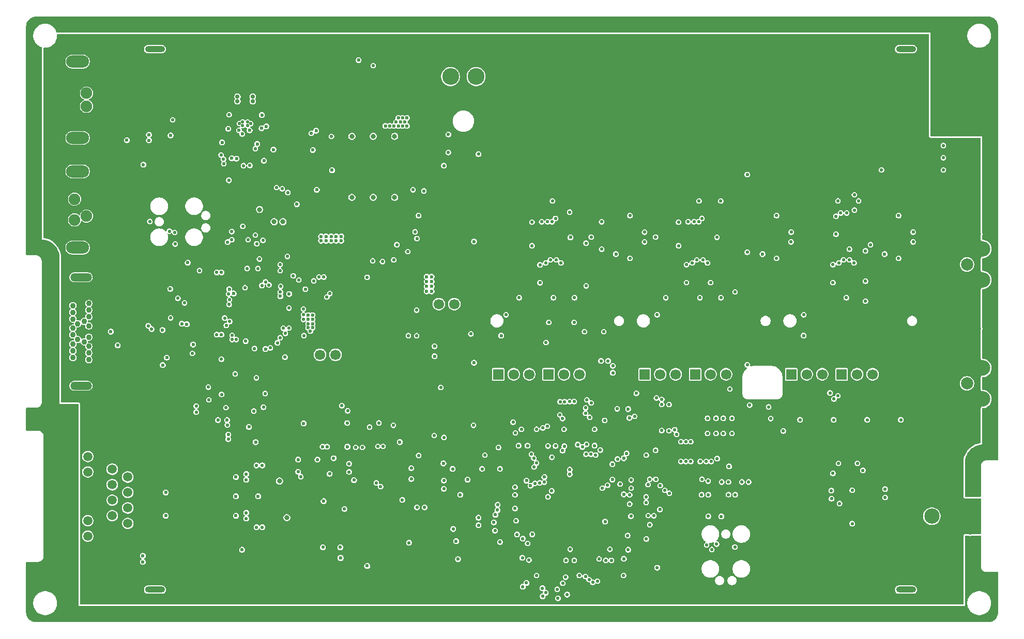
<source format=gbr>
%TF.GenerationSoftware,KiCad,Pcbnew,9.0.2*%
%TF.CreationDate,2025-05-15T13:19:02-04:00*%
%TF.ProjectId,mainBoard,6d61696e-426f-4617-9264-2e6b69636164,01*%
%TF.SameCoordinates,Original*%
%TF.FileFunction,Copper,L5,Inr*%
%TF.FilePolarity,Positive*%
%FSLAX46Y46*%
G04 Gerber Fmt 4.6, Leading zero omitted, Abs format (unit mm)*
G04 Created by KiCad (PCBNEW 9.0.2) date 2025-05-15 13:19:02*
%MOMM*%
%LPD*%
G01*
G04 APERTURE LIST*
%TA.AperFunction,ComponentPad*%
%ADD10C,6.500000*%
%TD*%
%TA.AperFunction,ComponentPad*%
%ADD11R,1.700000X1.700000*%
%TD*%
%TA.AperFunction,ComponentPad*%
%ADD12C,1.700000*%
%TD*%
%TA.AperFunction,ComponentPad*%
%ADD13C,2.000000*%
%TD*%
%TA.AperFunction,ComponentPad*%
%ADD14C,2.500000*%
%TD*%
%TA.AperFunction,ComponentPad*%
%ADD15O,3.250000X1.000000*%
%TD*%
%TA.AperFunction,ComponentPad*%
%ADD16C,2.750000*%
%TD*%
%TA.AperFunction,ComponentPad*%
%ADD17C,0.930000*%
%TD*%
%TA.AperFunction,ComponentPad*%
%ADD18O,3.550000X1.350000*%
%TD*%
%TA.AperFunction,ComponentPad*%
%ADD19C,1.900000*%
%TD*%
%TA.AperFunction,ComponentPad*%
%ADD20O,3.750000X2.000000*%
%TD*%
%TA.AperFunction,ComponentPad*%
%ADD21C,1.500000*%
%TD*%
%TA.AperFunction,ComponentPad*%
%ADD22C,2.600000*%
%TD*%
%TA.AperFunction,ViaPad*%
%ADD23C,0.550000*%
%TD*%
%TA.AperFunction,ViaPad*%
%ADD24C,0.600000*%
%TD*%
%TA.AperFunction,ViaPad*%
%ADD25C,0.800000*%
%TD*%
%TA.AperFunction,ViaPad*%
%ADD26C,0.700000*%
%TD*%
G04 APERTURE END LIST*
D10*
%TO.N,VSS*%
%TO.C,J15*%
X205500000Y-60000000D03*
%TD*%
%TO.N,VSS*%
%TO.C,J27*%
X157500000Y-60000000D03*
%TD*%
D11*
%TO.N,/Auxiliary Card/AUX_VDD*%
%TO.C,J26*%
X155960000Y-109000000D03*
D12*
%TO.N,/Auxiliary Card/AUX_GPIO_VCCA*%
X158500000Y-109000000D03*
%TO.N,/Auxiliary Card/AUX_1V8*%
X161040000Y-109000000D03*
%TD*%
D13*
%TO.N,/RF Interface/LTE_RF-IN*%
%TO.C,AE2*%
X224500000Y-110500000D03*
D14*
%TO.N,VSS*%
X227040000Y-107960000D03*
X221960000Y-107960000D03*
X221960000Y-113040000D03*
X227040000Y-113040000D03*
%TD*%
%TO.N,/RF Interface/GNSS_RF-IN*%
%TO.C,AE1*%
X218750000Y-132250000D03*
%TO.N,VSS*%
X221290000Y-129710000D03*
X216210000Y-129710000D03*
X216210000Y-134790000D03*
X221290000Y-134790000D03*
%TD*%
D10*
%TO.N,VSS*%
%TO.C,J22*%
X181500000Y-72000000D03*
%TD*%
D15*
%TO.N,GND*%
%TO.C,J5*%
X91500000Y-55700000D03*
%TD*%
D11*
%TO.N,/LTE Card/LTE_VDD*%
%TO.C,J20*%
X179960000Y-109000000D03*
D12*
%TO.N,/LTE Card/LTE_GPIO_VCCA*%
X182500000Y-109000000D03*
%TO.N,/LTE Card/LTE_1V8*%
X185040000Y-109000000D03*
%TD*%
D10*
%TO.N,VSS*%
%TO.C,J28*%
X157500000Y-72000000D03*
%TD*%
%TO.N,VSS*%
%TO.C,J21*%
X181500000Y-60000000D03*
%TD*%
D11*
%TO.N,VSS*%
%TO.C,J41*%
X143060000Y-97500000D03*
D12*
%TO.N,/EPS Controller/Voltage Regulators/+3V3_REG_OUT*%
X140520000Y-97500000D03*
%TO.N,+3V3*%
X137980000Y-97500000D03*
%TO.N,VSS*%
X135440000Y-97500000D03*
%TD*%
D15*
%TO.N,GND*%
%TO.C,J4*%
X214500000Y-55700000D03*
%TD*%
D16*
%TO.N,GND*%
%TO.C,J1*%
X219920000Y-66550000D03*
X224920000Y-66550000D03*
X224920000Y-59050000D03*
X219920000Y-59050000D03*
%TD*%
D11*
%TO.N,/LTE Card/LTE_VDD*%
%TO.C,J17*%
X171710000Y-109000000D03*
D12*
%TO.N,/LTE Card/LTE_SIG_VCCA*%
X174250000Y-109000000D03*
%TO.N,/LTE Card/LTE_1V8*%
X176790000Y-109000000D03*
%TD*%
D17*
%TO.N,VSS*%
%TO.C,J9*%
X80670000Y-96275000D03*
%TO.N,unconnected-(J9-TX1+-PadA2)*%
X80670000Y-97375000D03*
%TO.N,unconnected-(J9-TX1--PadA3)*%
X80670000Y-98475000D03*
%TO.N,VBUS*%
X80670000Y-99575000D03*
%TO.N,/USB Hub/CC1*%
X79900000Y-100325000D03*
%TO.N,/USB Hub/UP_USB_DP*%
X80670000Y-101075000D03*
%TO.N,/USB Hub/UP_USB_DN*%
X80670000Y-102925000D03*
%TO.N,unconnected-(J9-SBU1-PadA8)*%
X79900000Y-103675000D03*
%TO.N,VBUS*%
X80670000Y-104425000D03*
%TO.N,unconnected-(J9-RX2--PadA10)*%
X80670000Y-105525000D03*
%TO.N,unconnected-(J9-RX2+-PadA11)*%
X80670000Y-106625000D03*
%TO.N,VSS*%
X80670000Y-107725000D03*
X78050000Y-107350000D03*
%TO.N,unconnected-(J9-TX2+-PadB2)*%
X78050000Y-106250000D03*
%TO.N,unconnected-(J9-TX2--PadB3)*%
X78050000Y-105150000D03*
%TO.N,VBUS*%
X78050000Y-104050000D03*
%TO.N,/USB Hub/CC2*%
X78850000Y-103300000D03*
%TO.N,/USB Hub/UP_USB_DP*%
X78050000Y-102550000D03*
%TO.N,/USB Hub/UP_USB_DN*%
X78050000Y-101450000D03*
%TO.N,unconnected-(J9-SBU2-PadB8)*%
X78850000Y-100700000D03*
%TO.N,VBUS*%
X78050000Y-99950000D03*
%TO.N,unconnected-(J9-RX1--PadB10)*%
X78050000Y-98850000D03*
%TO.N,unconnected-(J9-RX1+-PadB11)*%
X78050000Y-97750000D03*
%TO.N,VSS*%
X78050000Y-96650000D03*
X79375000Y-97050000D03*
X79375000Y-98150000D03*
X79375000Y-99250000D03*
X79375000Y-104750000D03*
X79375000Y-105850000D03*
X79375000Y-106950000D03*
D18*
%TO.N,Net-(J9-PadS1)*%
X79375000Y-110900000D03*
%TO.N,Net-(J9-PadS2)*%
X79375000Y-93100000D03*
%TD*%
D15*
%TO.N,GND*%
%TO.C,J3*%
X214500000Y-144300000D03*
%TD*%
D11*
%TO.N,/GNSS Card/GNSS_VDD*%
%TO.C,J14*%
X203960000Y-109000000D03*
D12*
%TO.N,/GNSS Card/GPS_GPIO_VCCA*%
X206500000Y-109000000D03*
%TO.N,/GNSS Card/GNSS_1V8*%
X209040000Y-109000000D03*
%TD*%
D11*
%TO.N,/GNSS Card/GNSS_VDD*%
%TO.C,J11*%
X195710000Y-109000000D03*
D12*
%TO.N,/GNSS Card/GPS_SIG_VCCA*%
X198250000Y-109000000D03*
%TO.N,/GNSS Card/GNSS_1V8*%
X200790000Y-109000000D03*
%TD*%
D11*
%TO.N,VSS*%
%TO.C,J42*%
X123610000Y-105800000D03*
D12*
%TO.N,Net-(J42-Pin_2)*%
X121070000Y-105800000D03*
%TO.N,+1V8*%
X118530000Y-105800000D03*
%TO.N,VSS*%
X115990000Y-105800000D03*
%TD*%
D19*
%TO.N,VSS*%
%TO.C,J37*%
X78325000Y-65700000D03*
%TO.N,/EPS Controller/Battery Charger/PVIN*%
X80275000Y-65075000D03*
%TO.N,VSS*%
X78325000Y-62300000D03*
%TO.N,/EPS Controller/Battery Charger/PVIN*%
X80275000Y-62925000D03*
D20*
%TO.N,Net-(J37-SHIELD-PadS1)*%
X78825000Y-70250000D03*
%TO.N,Net-(J37-SHIELD-PadS2)*%
X78825000Y-57750000D03*
%TD*%
D11*
%TO.N,/Auxiliary Card/AUX_VDD*%
%TO.C,J23*%
X147710000Y-109000000D03*
D12*
%TO.N,/Auxiliary Card/AUX_SIG_VCCA*%
X150250000Y-109000000D03*
%TO.N,/Auxiliary Card/AUX_1V8*%
X152790000Y-109000000D03*
%TD*%
D13*
%TO.N,/RF Interface/AUX_RF-IN*%
%TO.C,AE3*%
X224500000Y-91000000D03*
D14*
%TO.N,VSS*%
X227040000Y-88460000D03*
X221960000Y-88460000D03*
X221960000Y-93540000D03*
X227040000Y-93540000D03*
%TD*%
D15*
%TO.N,GND*%
%TO.C,J2*%
X91500000Y-144300000D03*
%TD*%
D19*
%TO.N,+3V3*%
%TO.C,J33*%
X78325000Y-83700000D03*
%TO.N,/I2C1.SCL*%
X80275000Y-83075000D03*
%TO.N,/I2C1.SDA*%
X78325000Y-80300000D03*
%TO.N,VSS*%
X80275000Y-80925000D03*
D20*
%TO.N,Net-(J33-SHIELD-PadS1)*%
X78825000Y-88250000D03*
%TO.N,Net-(J33-SHIELD-PadS2)*%
X78825000Y-75750000D03*
%TD*%
D10*
%TO.N,VSS*%
%TO.C,J16*%
X205500000Y-72000000D03*
%TD*%
D21*
%TO.N,/Ethernet/MDI_RX+*%
%TO.C,J10*%
X84500000Y-124560000D03*
%TO.N,/Ethernet/MDI_RX-*%
X87040000Y-125830000D03*
%TO.N,/Ethernet/MDI_TX+*%
X84500000Y-127100000D03*
%TO.N,unconnected-(J10-DC+-Pad4)*%
X87040000Y-128370000D03*
%TO.N,unconnected-(J10-DC+-Pad5)*%
X84500000Y-129640000D03*
%TO.N,/Ethernet/MDI_TX-*%
X87040000Y-130910000D03*
%TO.N,unconnected-(J10-DC--Pad7)*%
X84500000Y-132180000D03*
%TO.N,unconnected-(J10-DC--Pad8)*%
X87040000Y-133450000D03*
%TO.N,Net-(J10-LED(Yellow)_K)*%
X80500000Y-135530000D03*
%TO.N,/Ethernet/LED1*%
X80500000Y-132990000D03*
%TO.N,Net-(J10-LED(Green)_K)*%
X80500000Y-125010000D03*
%TO.N,/Ethernet/LED2*%
X80500000Y-122470000D03*
D22*
%TO.N,GND*%
X76500000Y-124000000D03*
X76500000Y-134000000D03*
%TD*%
D16*
%TO.N,PACK+*%
%TO.C,J40*%
X144100000Y-60200000D03*
%TO.N,PACK-*%
X139900000Y-60200000D03*
%TD*%
D23*
%TO.N,VSS*%
X155000000Y-79000000D03*
X99000000Y-73000000D03*
X86000000Y-86000000D03*
X152000000Y-74000000D03*
X198000000Y-88000000D03*
X203000000Y-145000000D03*
X156250000Y-135500000D03*
X165000000Y-57000000D03*
X200000000Y-68000000D03*
X133000000Y-131000000D03*
X92000000Y-90000000D03*
X104050000Y-108150000D03*
X219500000Y-97000000D03*
X156550000Y-86000000D03*
X98000000Y-58000000D03*
X192000000Y-80000000D03*
X117500000Y-60250000D03*
X208000000Y-140000000D03*
X224000000Y-108000000D03*
X176000000Y-80000000D03*
X220000000Y-140000000D03*
X191000000Y-65000000D03*
X80000000Y-54000000D03*
X84000000Y-90000000D03*
X166250000Y-135250000D03*
X81000000Y-79000000D03*
X190000000Y-102000000D03*
X130000000Y-110000000D03*
X84000000Y-84000000D03*
X151750000Y-137750000D03*
X148000000Y-87500000D03*
X96000000Y-103650000D03*
X138000000Y-108500000D03*
X215000000Y-103000000D03*
X108000000Y-56000000D03*
X205000000Y-67000000D03*
X210000000Y-74000000D03*
D24*
X93050000Y-93050000D03*
D23*
X191000000Y-139000000D03*
X186000000Y-72000000D03*
X201000000Y-79000000D03*
D24*
X123000000Y-92250000D03*
D23*
X206750000Y-104150000D03*
X103000000Y-60250000D03*
X222000000Y-126000000D03*
X195000000Y-59000000D03*
X84000000Y-62000000D03*
X166500000Y-106750000D03*
X205000000Y-65000000D03*
X128000000Y-130000000D03*
X84000000Y-146000000D03*
X218000000Y-92000000D03*
X86000000Y-67250000D03*
X81000000Y-89000000D03*
X213000000Y-101000000D03*
X190000000Y-92000000D03*
X115500000Y-60250000D03*
X159000000Y-135500000D03*
X187000000Y-81000000D03*
X108100000Y-99450000D03*
X219500000Y-102000000D03*
X186850000Y-118650000D03*
X114000000Y-59750000D03*
X127000000Y-113000000D03*
X103700000Y-105275000D03*
X136000000Y-87500000D03*
X187000000Y-61000000D03*
X226000000Y-76000000D03*
X85000000Y-57000000D03*
X150000000Y-100000000D03*
X90750000Y-96500000D03*
X90500000Y-65750000D03*
X154000000Y-64000000D03*
X222500000Y-96500000D03*
X159000000Y-130000000D03*
X102000000Y-60250000D03*
X213000000Y-59000000D03*
X133000000Y-119000000D03*
X94000000Y-78000000D03*
X152000000Y-72000000D03*
X115000000Y-87000000D03*
X189000000Y-139000000D03*
X86000000Y-76000000D03*
X208000000Y-128000000D03*
X140000000Y-138000000D03*
X93500000Y-60750000D03*
X127000000Y-73000000D03*
X115000000Y-143000000D03*
X108100000Y-108350000D03*
X115000000Y-130000000D03*
X154000000Y-54000000D03*
X131000000Y-83000000D03*
D24*
X140825000Y-137350000D03*
D23*
X213000000Y-63000000D03*
X200000000Y-62000000D03*
X96000000Y-74000000D03*
X118000000Y-90000000D03*
X205000000Y-145000000D03*
X101000000Y-83000000D03*
X135000000Y-107000000D03*
X138950000Y-103800000D03*
X154000000Y-74000000D03*
X118000000Y-88000000D03*
X177000000Y-101000000D03*
X127000000Y-55000000D03*
X153000000Y-83000000D03*
X194000000Y-102000000D03*
X97000000Y-143000000D03*
X190000000Y-94000000D03*
X176825000Y-91800000D03*
X218000000Y-68000000D03*
X172250000Y-107000000D03*
X224000000Y-88000000D03*
X142500000Y-62500000D03*
X82000000Y-146000000D03*
X159000000Y-133750000D03*
X225000000Y-75000000D03*
X213000000Y-121000000D03*
X101000000Y-81000000D03*
X213000000Y-57000000D03*
X209000000Y-63000000D03*
X77000000Y-61000000D03*
X214750000Y-83425000D03*
X216000000Y-140000000D03*
X207000000Y-143000000D03*
X180000000Y-66000000D03*
X173000000Y-75000000D03*
X194500000Y-130000000D03*
X145750000Y-82000000D03*
X184000000Y-88000000D03*
X213000000Y-103000000D03*
X110000000Y-56000000D03*
D24*
X126250000Y-79125000D03*
D23*
X194500000Y-132000000D03*
X216000000Y-78000000D03*
X104000000Y-84000000D03*
X102000000Y-76000000D03*
X217000000Y-67000000D03*
X189250000Y-107000000D03*
X76000000Y-74000000D03*
X84000000Y-92000000D03*
X86500000Y-66750000D03*
X137000000Y-141000000D03*
X160000000Y-133750000D03*
X114000000Y-54000000D03*
X193000000Y-75000000D03*
X168000000Y-78000000D03*
X223000000Y-75000000D03*
X110000000Y-100400000D03*
X96500000Y-60750000D03*
X102500000Y-59750000D03*
X96000000Y-78000000D03*
X173000000Y-55000000D03*
X203000000Y-67000000D03*
X116000000Y-56000000D03*
X182000000Y-76000000D03*
D24*
X85400000Y-105250000D03*
D23*
X77000000Y-65000000D03*
X203750000Y-104150000D03*
X222000000Y-117500000D03*
X74000000Y-60000000D03*
X109000000Y-143000000D03*
X144000000Y-84000000D03*
X107000000Y-143000000D03*
X189000000Y-65000000D03*
X111000000Y-59000000D03*
X213000000Y-111000000D03*
X207000000Y-55000000D03*
X219500000Y-120000000D03*
X168000000Y-90000000D03*
X188000000Y-70000000D03*
X123000000Y-59000000D03*
X199000000Y-81000000D03*
X203000000Y-57000000D03*
X95000000Y-81000000D03*
X121850000Y-136525000D03*
X91000000Y-115000000D03*
X222000000Y-102000000D03*
X156000000Y-68000000D03*
X168000000Y-58000000D03*
X123000000Y-103500000D03*
X213000000Y-91000000D03*
X138250000Y-80500000D03*
X157050000Y-146425000D03*
X177000000Y-73000000D03*
X106000000Y-144000000D03*
X111000000Y-143000000D03*
X153000000Y-89000000D03*
X174475000Y-128650000D03*
X214000000Y-142000000D03*
X85000000Y-77000000D03*
X186500000Y-96625000D03*
X98000000Y-142000000D03*
X191000000Y-69000000D03*
X121000000Y-145000000D03*
X222000000Y-142000000D03*
X163000000Y-133750000D03*
X75000000Y-87000000D03*
X95000000Y-57000000D03*
X161000000Y-63000000D03*
X85000000Y-79000000D03*
X172000000Y-54000000D03*
X196000000Y-62000000D03*
X125000000Y-59750000D03*
X128000000Y-81000000D03*
X135000000Y-85000000D03*
X161000000Y-133750000D03*
X129000000Y-73000000D03*
X162000000Y-74000000D03*
X89000000Y-117000000D03*
X86000000Y-94000000D03*
X212000000Y-70000000D03*
X200000000Y-78000000D03*
X147500000Y-92000000D03*
X223000000Y-71000000D03*
X201000000Y-135000000D03*
X111250000Y-82275000D03*
X193000000Y-73000000D03*
X128000000Y-74000000D03*
X225000000Y-81000000D03*
X223500000Y-96500000D03*
X152750000Y-106950000D03*
D24*
X124750000Y-79125000D03*
D23*
X93000000Y-143000000D03*
D24*
X97850000Y-90700000D03*
D23*
X170650000Y-114625000D03*
X92000000Y-92000000D03*
X148000000Y-56000000D03*
X152000000Y-64000000D03*
X107000000Y-145000000D03*
X158000000Y-103900000D03*
D24*
X132050000Y-128200000D03*
D23*
X138000000Y-54000000D03*
X100500000Y-120250000D03*
X193000000Y-61000000D03*
X138825000Y-115125000D03*
X130000000Y-74000000D03*
X154000000Y-70000000D03*
X144000000Y-108500000D03*
X86000000Y-112000000D03*
X149000000Y-69000000D03*
X87000000Y-117000000D03*
X216000000Y-122000000D03*
X77000000Y-81000000D03*
X162000000Y-58000000D03*
X212000000Y-72000000D03*
X97500000Y-60750000D03*
X130000000Y-54000000D03*
X215000000Y-117000000D03*
X165000000Y-55000000D03*
X172000000Y-96000000D03*
X135000000Y-134750000D03*
D24*
X111525000Y-117700000D03*
D23*
X98000000Y-76000000D03*
X148000000Y-92500000D03*
X193000000Y-79000000D03*
X193000000Y-101000000D03*
X207000000Y-65000000D03*
X173750000Y-106975000D03*
X198900000Y-106900000D03*
X205000000Y-113000000D03*
X123525000Y-127000000D03*
X119000000Y-141000000D03*
X81000000Y-71000000D03*
X221000000Y-101000000D03*
X196000000Y-90000000D03*
X164000000Y-74000000D03*
X101000000Y-79000000D03*
X187000000Y-79000000D03*
X107150000Y-100400000D03*
X214000000Y-58000000D03*
X85000000Y-59000000D03*
X75000000Y-77000000D03*
X119000000Y-111000000D03*
X102000000Y-54000000D03*
X218000000Y-62000000D03*
X179000000Y-81000000D03*
X180000000Y-104000000D03*
X74000000Y-78000000D03*
X174000000Y-54000000D03*
X202000000Y-120000000D03*
X156200000Y-132000000D03*
X217000000Y-89000000D03*
X214000000Y-92000000D03*
X192000000Y-124000000D03*
X154000000Y-68000000D03*
X223000000Y-141000000D03*
X181000000Y-67000000D03*
X193750000Y-129887500D03*
X210000000Y-144000000D03*
X152000000Y-60000000D03*
D24*
X116525000Y-118250000D03*
D23*
X78000000Y-112000000D03*
X222000000Y-99000000D03*
X220500000Y-86000000D03*
X148000000Y-86500000D03*
X85000000Y-109000000D03*
X195000000Y-55000000D03*
X208000000Y-126000000D03*
X128000000Y-114000000D03*
X224000000Y-106000000D03*
X85000000Y-55000000D03*
X195500000Y-139000000D03*
D24*
X90450000Y-108325000D03*
D23*
X172000000Y-92000000D03*
X191000000Y-141000000D03*
X95000000Y-77000000D03*
X120000000Y-56000000D03*
X90000000Y-64000000D03*
X182000000Y-56000000D03*
X199000000Y-75000000D03*
X225000000Y-77000000D03*
X222500000Y-86000000D03*
X180000000Y-102000000D03*
X125000000Y-111000000D03*
X158000000Y-68000000D03*
X122000000Y-59750000D03*
X97500000Y-59750000D03*
X149000000Y-89000000D03*
X90000000Y-122000000D03*
X155750000Y-107000000D03*
X129000000Y-141000000D03*
X162000000Y-70000000D03*
X165000000Y-73000000D03*
X85000000Y-117000000D03*
X222000000Y-119500000D03*
X77000000Y-59000000D03*
X183225000Y-128750000D03*
X102500000Y-60750000D03*
X140000000Y-84000000D03*
X189000000Y-143000000D03*
X77000000Y-85000000D03*
X116000000Y-146000000D03*
X190375000Y-84875000D03*
X75000000Y-57000000D03*
X144000000Y-54000000D03*
X142000000Y-54000000D03*
X190000000Y-70000000D03*
X207000000Y-107000000D03*
X211000000Y-143000000D03*
X91000000Y-111000000D03*
X199000000Y-59000000D03*
X77000000Y-67000000D03*
X199000000Y-73000000D03*
X192000000Y-134000000D03*
X188000000Y-66000000D03*
X99000000Y-75000000D03*
X115000000Y-57000000D03*
X113000000Y-59750000D03*
X93000000Y-63250000D03*
X192000000Y-136000000D03*
X223000000Y-73000000D03*
X224500000Y-121000000D03*
X121000000Y-59750000D03*
D24*
X175600000Y-131150000D03*
D23*
X213650000Y-115450000D03*
X165000000Y-141975000D03*
X220000000Y-138000000D03*
X217000000Y-69000000D03*
X201000000Y-69000000D03*
D24*
X103300000Y-115500000D03*
D23*
X216000000Y-126000000D03*
X201000000Y-137000000D03*
X176825000Y-93200000D03*
X114000000Y-140000000D03*
X170000000Y-92000000D03*
X117000000Y-141000000D03*
X178000000Y-142000000D03*
X184000000Y-134000000D03*
X102000000Y-142000000D03*
X82000000Y-88000000D03*
X222000000Y-104000000D03*
X97000000Y-57000000D03*
X193000000Y-71000000D03*
X120000000Y-54000000D03*
X192000000Y-78000000D03*
X114000000Y-146000000D03*
X222000000Y-144000000D03*
X222500000Y-121000000D03*
X216000000Y-110000000D03*
X85000000Y-63000000D03*
X206000000Y-112000000D03*
X213000000Y-67000000D03*
X199500000Y-124000000D03*
X165750000Y-114500000D03*
X107000000Y-58250000D03*
X205000000Y-103000000D03*
X81000000Y-59000000D03*
X206000000Y-146000000D03*
X171000000Y-57000000D03*
X129000000Y-79000000D03*
X105500000Y-115350000D03*
X153000000Y-71000000D03*
X190925000Y-85125000D03*
X192000000Y-66000000D03*
X135675000Y-115925000D03*
X200000000Y-56000000D03*
X127000000Y-57000000D03*
X201000000Y-75000000D03*
X173000000Y-83000000D03*
X117000000Y-105000000D03*
X158000000Y-64000000D03*
X128000000Y-112000000D03*
X95000000Y-73000000D03*
X191000000Y-71000000D03*
X189000000Y-125000000D03*
D24*
X105900000Y-117600000D03*
D23*
X171000000Y-55000000D03*
X128000000Y-144000000D03*
X107000000Y-141000000D03*
X148000000Y-62000000D03*
X207000000Y-145000000D03*
X212000000Y-68000000D03*
X78000000Y-86000000D03*
X117000000Y-57000000D03*
X133000000Y-105000000D03*
X161000000Y-135500000D03*
X219500000Y-109000000D03*
X194000000Y-106000000D03*
X153000000Y-75000000D03*
X111000000Y-141000000D03*
X131450000Y-90950000D03*
X188000000Y-130000000D03*
X155000000Y-67000000D03*
X220000000Y-146000000D03*
X210000000Y-146000000D03*
X163000000Y-75000000D03*
X102550000Y-120050000D03*
X194000000Y-74000000D03*
X214000000Y-78000000D03*
X205000000Y-117000000D03*
X96000000Y-142000000D03*
X148000000Y-54000000D03*
X198000000Y-72000000D03*
X95000000Y-60250000D03*
X196000000Y-92000000D03*
X198000000Y-62000000D03*
X147000000Y-111000000D03*
X215000000Y-67000000D03*
X223500000Y-86000000D03*
X88000000Y-58000000D03*
X81000000Y-77000000D03*
X168000000Y-82000000D03*
X181000000Y-143000000D03*
X164000000Y-137250000D03*
X89000000Y-109000000D03*
X219000000Y-145000000D03*
X149000000Y-76000000D03*
X201000000Y-57000000D03*
X190000000Y-142000000D03*
X221000000Y-141000000D03*
X184000000Y-76000000D03*
X193000000Y-81000000D03*
X118000000Y-54000000D03*
X103000000Y-57000000D03*
X191000000Y-57000000D03*
X158000000Y-56000000D03*
X154000000Y-56000000D03*
X187000000Y-73000000D03*
X107150000Y-101350000D03*
X190000000Y-54000000D03*
X216000000Y-94000000D03*
X124000000Y-112000000D03*
X138500000Y-67500000D03*
X83000000Y-77000000D03*
X209000000Y-101000000D03*
X213000000Y-79000000D03*
X163000000Y-138250000D03*
X202000000Y-80000000D03*
X146000000Y-102000000D03*
X189000000Y-55000000D03*
X200000000Y-86000000D03*
X208150000Y-115450000D03*
X153000000Y-59000000D03*
X126000000Y-56000000D03*
X168000000Y-56000000D03*
X210925000Y-85125000D03*
X161000000Y-131000000D03*
X121000000Y-89000000D03*
X153000000Y-111000000D03*
X222000000Y-138000000D03*
D24*
X167800000Y-116150000D03*
D23*
X149000000Y-75000000D03*
X186000000Y-76000000D03*
X96000000Y-60250000D03*
X92000000Y-116000000D03*
X84000000Y-56000000D03*
X190000000Y-90000000D03*
X206000000Y-66000000D03*
X96000000Y-90000000D03*
X126000000Y-80000000D03*
X216000000Y-80000000D03*
X79000000Y-55000000D03*
X135000000Y-109000000D03*
X89000000Y-65250000D03*
X94000000Y-90000000D03*
X180000000Y-78000000D03*
X115000000Y-129000000D03*
X87000000Y-113000000D03*
X190000000Y-122000000D03*
X127000000Y-115000000D03*
X98250000Y-120250000D03*
X97000000Y-60250000D03*
X144500000Y-67500000D03*
X198000000Y-66000000D03*
X106000000Y-142000000D03*
X187000000Y-69000000D03*
X202000000Y-78000000D03*
X226000000Y-90000000D03*
X218000000Y-90000000D03*
X141000000Y-131000000D03*
D24*
X131000000Y-131350000D03*
D23*
X151000000Y-101000000D03*
X80000000Y-140000000D03*
X147500000Y-62500000D03*
X200000000Y-70000000D03*
X178000000Y-66000000D03*
X210000000Y-72000000D03*
X150475000Y-132000000D03*
D24*
X110100000Y-117700000D03*
D23*
X192000000Y-90000000D03*
D25*
X80700000Y-137550000D03*
D23*
X151250000Y-104050000D03*
X198000000Y-116000000D03*
X106200000Y-99450000D03*
X203000000Y-63000000D03*
X145500000Y-68500000D03*
X174000000Y-84000000D03*
X147000000Y-55000000D03*
X92500000Y-63750000D03*
X212000000Y-78000000D03*
X99000000Y-57000000D03*
X223000000Y-137000000D03*
X190000000Y-124000000D03*
X171975000Y-123250000D03*
X122500000Y-91000000D03*
X137000000Y-85000000D03*
X193000000Y-65000000D03*
X111250000Y-80725000D03*
X117000000Y-139000000D03*
X93000000Y-117000000D03*
X85000000Y-83000000D03*
X133000000Y-97000000D03*
X77000000Y-77000000D03*
X149000000Y-93000000D03*
X173000000Y-57000000D03*
X119000000Y-136525000D03*
X191000000Y-75000000D03*
X206000000Y-78000000D03*
X111000000Y-145000000D03*
X166000000Y-102000000D03*
X101000000Y-95000000D03*
X202000000Y-62000000D03*
X163000000Y-57000000D03*
X149000000Y-62000000D03*
X201000000Y-73000000D03*
X210000000Y-66000000D03*
X202000000Y-58000000D03*
X161000000Y-132000000D03*
X211000000Y-145000000D03*
X161000000Y-71000000D03*
X84000000Y-80000000D03*
X190000000Y-56000000D03*
X130000000Y-112000000D03*
X196000000Y-58000000D03*
D24*
X123000000Y-91500000D03*
D23*
X191000000Y-131000000D03*
X98500000Y-60750000D03*
X130000000Y-114000000D03*
X223000000Y-129000000D03*
X86000000Y-142000000D03*
X110000000Y-58000000D03*
X128000000Y-58000000D03*
X76000000Y-78000000D03*
X222000000Y-101000000D03*
X131000000Y-85000000D03*
X90000000Y-65250000D03*
X220000000Y-126000000D03*
X145750000Y-79750000D03*
X76000000Y-66000000D03*
X197750000Y-106900000D03*
X197000000Y-75000000D03*
X195000000Y-81000000D03*
X109050000Y-101350000D03*
X201000000Y-63000000D03*
X153000000Y-57000000D03*
X224000000Y-84000000D03*
X117000000Y-109000000D03*
X126500000Y-61250000D03*
X221000000Y-125000000D03*
X210000000Y-62000000D03*
X93000000Y-65250000D03*
X89500000Y-65750000D03*
X149000000Y-95000000D03*
X102000000Y-146000000D03*
X74000000Y-84000000D03*
X186000000Y-56000000D03*
X214000000Y-68000000D03*
X86000000Y-56000000D03*
X105000000Y-57000000D03*
X206000000Y-54000000D03*
X221000000Y-83000000D03*
X156000000Y-56000000D03*
X160000000Y-132000000D03*
X106000000Y-146000000D03*
X119000000Y-59000000D03*
X80000000Y-112000000D03*
X75000000Y-61000000D03*
X219500000Y-124000000D03*
X163000000Y-73000000D03*
X219500000Y-108000000D03*
X193000000Y-57000000D03*
X91000000Y-63000000D03*
X88000000Y-116000000D03*
X223000000Y-87000000D03*
X221500000Y-86000000D03*
X189475000Y-126625000D03*
X195000000Y-63000000D03*
X191000000Y-91000000D03*
X104000000Y-56000000D03*
X201000000Y-71000000D03*
X117000000Y-89000000D03*
X90000000Y-142000000D03*
X195000000Y-111000000D03*
X219500000Y-110000000D03*
X94000000Y-80000000D03*
X149000000Y-64000000D03*
X99000000Y-119500000D03*
X131000000Y-111000000D03*
X91000000Y-93000000D03*
X188000000Y-64000000D03*
X216000000Y-84000000D03*
X86000000Y-84000000D03*
D25*
X84450000Y-110900000D03*
D23*
X177000000Y-55000000D03*
X147000000Y-121000000D03*
X105000000Y-145000000D03*
X222000000Y-74000000D03*
X138500000Y-70500000D03*
X222000000Y-72000000D03*
X141500000Y-62500000D03*
X215000000Y-113000000D03*
X134400000Y-90300000D03*
X153000000Y-141975000D03*
X223000000Y-105000000D03*
X141500000Y-74050000D03*
X84000000Y-78000000D03*
X100325000Y-112200000D03*
X152000000Y-88000000D03*
X81000000Y-143000000D03*
X157000000Y-55000000D03*
X177250000Y-104100000D03*
D24*
X111750000Y-133825000D03*
D23*
X128000000Y-142000000D03*
X154000000Y-58000000D03*
X88000000Y-112000000D03*
X217000000Y-61000000D03*
X197225000Y-138675000D03*
X111250000Y-81500000D03*
X192000000Y-70000000D03*
X162000000Y-80000000D03*
X162000000Y-137250000D03*
X224000000Y-74000000D03*
X131000000Y-141000000D03*
X200825000Y-91800000D03*
X197000000Y-63000000D03*
X129000000Y-113000000D03*
X119000000Y-60750000D03*
X198000000Y-82000000D03*
X158000000Y-66000000D03*
X192000000Y-60000000D03*
X83000000Y-61000000D03*
X139750000Y-82100000D03*
D25*
X80700000Y-139200000D03*
D23*
X193000000Y-125000000D03*
X194000000Y-70000000D03*
X83000000Y-55000000D03*
X152000000Y-80000000D03*
X138500000Y-73500000D03*
X148500000Y-62500000D03*
D24*
X91700000Y-100850000D03*
D23*
X88000000Y-118000000D03*
X214000000Y-110000000D03*
X147000000Y-86500000D03*
X157000000Y-77000000D03*
X171400000Y-114550000D03*
X143000000Y-111000000D03*
X145000000Y-120700000D03*
X212000000Y-90000000D03*
X194500000Y-136000000D03*
X212000000Y-144000000D03*
X156000000Y-64000000D03*
X222000000Y-76000000D03*
X130000000Y-128000000D03*
X136500000Y-89000000D03*
X163000000Y-59000000D03*
X178000000Y-56000000D03*
X159000000Y-65000000D03*
X223500000Y-101500000D03*
X170000000Y-58000000D03*
X162250000Y-129000000D03*
X103500000Y-60750000D03*
X140375000Y-115075000D03*
X87000000Y-75000000D03*
X147500000Y-89000000D03*
X192000000Y-94000000D03*
X206000000Y-142000000D03*
X223500000Y-95000000D03*
X217000000Y-87000000D03*
X179000000Y-141000000D03*
D24*
X144350000Y-138175000D03*
D23*
X113000000Y-145000000D03*
X142500000Y-74050000D03*
X136500000Y-91000000D03*
X206000000Y-56000000D03*
X159000000Y-132000000D03*
X223025000Y-120050000D03*
X217000000Y-143000000D03*
X217000000Y-83000000D03*
X91000000Y-61000000D03*
X82000000Y-54000000D03*
X86000000Y-98000000D03*
X170000000Y-54000000D03*
X106200000Y-100400000D03*
X219000000Y-77000000D03*
X211000000Y-55000000D03*
X211000000Y-71000000D03*
X212000000Y-142000000D03*
X123500000Y-60250000D03*
X219500000Y-114000000D03*
X123000000Y-55000000D03*
X174000000Y-80000000D03*
X116000000Y-140000000D03*
X98000000Y-97000000D03*
X208000000Y-146000000D03*
X157800000Y-86000000D03*
X202000000Y-54000000D03*
X126000000Y-110000000D03*
X105500000Y-116650000D03*
X143000000Y-83000000D03*
X186000000Y-78000000D03*
X197000000Y-59000000D03*
X117000000Y-55000000D03*
X95000000Y-75000000D03*
X88000000Y-146000000D03*
X143000000Y-108500000D03*
X107150000Y-99450000D03*
X82000000Y-92000000D03*
X211000000Y-57000000D03*
X194500000Y-139000000D03*
X111000000Y-59750000D03*
X128000000Y-138000000D03*
X130000000Y-86000000D03*
X78000000Y-74000000D03*
X220000000Y-144000000D03*
X150475000Y-126700000D03*
X217000000Y-125000000D03*
X152000000Y-82000000D03*
X187000000Y-71000000D03*
X83000000Y-59000000D03*
X171975000Y-131000000D03*
X85000000Y-113000000D03*
X210000000Y-138000000D03*
X91000000Y-65250000D03*
X84000000Y-60000000D03*
X140000000Y-108500000D03*
D24*
X111450000Y-77625000D03*
D23*
X154000000Y-80000000D03*
X193000000Y-59000000D03*
X168000000Y-89275000D03*
X185000000Y-57000000D03*
X80000000Y-90000000D03*
X124000000Y-54000000D03*
X75000000Y-75000000D03*
X148025000Y-123500000D03*
X194000000Y-66000000D03*
X134000000Y-106000000D03*
X149000000Y-68000000D03*
X101500000Y-60750000D03*
X185025000Y-131925000D03*
X114593413Y-112006587D03*
X224000000Y-76000000D03*
X91000000Y-89000000D03*
X190000000Y-68000000D03*
X163250000Y-129000000D03*
X177000000Y-59000000D03*
X153500000Y-138250000D03*
X223000000Y-123000000D03*
X82000000Y-78000000D03*
X129000000Y-109000000D03*
X189000000Y-59000000D03*
X116000000Y-86000000D03*
X132000000Y-84000000D03*
X135000000Y-132750000D03*
X88000000Y-142000000D03*
X130000000Y-84000000D03*
X87000000Y-55000000D03*
X131000000Y-113000000D03*
X84000000Y-110000000D03*
X206000000Y-68000000D03*
X87000000Y-109000000D03*
X121000000Y-59000000D03*
X213000000Y-125000000D03*
X161000000Y-67000000D03*
X187000000Y-67000000D03*
X93000000Y-111000000D03*
X163000000Y-79000000D03*
X176000000Y-100000000D03*
X75000000Y-65000000D03*
X219500000Y-89000000D03*
X152000000Y-66000000D03*
X190000000Y-80000000D03*
X96000000Y-146000000D03*
X148000000Y-93500000D03*
X115000000Y-89000000D03*
X221000000Y-137000000D03*
X211000000Y-69000000D03*
X105750000Y-63900000D03*
X109050000Y-98500000D03*
X198000000Y-64000000D03*
X162000000Y-60000000D03*
X141275000Y-118025000D03*
X172000000Y-90000000D03*
X154000000Y-104000000D03*
X113000000Y-60750000D03*
X215000000Y-61000000D03*
X203000000Y-65000000D03*
X166000000Y-56000000D03*
X87000000Y-77000000D03*
X89000000Y-63000000D03*
X197000000Y-71000000D03*
X106000000Y-90000000D03*
X202000000Y-102000000D03*
X194000000Y-80000000D03*
X140000000Y-54000000D03*
X156000000Y-76000000D03*
X102000000Y-82000000D03*
X219000000Y-129000000D03*
X109050000Y-99450000D03*
X88000000Y-108000000D03*
X194000000Y-100000000D03*
X216000000Y-64000000D03*
X125000000Y-81000000D03*
X185000000Y-73000000D03*
X92000000Y-60000000D03*
X223000000Y-145000000D03*
X152000000Y-84000000D03*
X91000000Y-113000000D03*
X225000000Y-107000000D03*
X93000000Y-141000000D03*
X85000000Y-61000000D03*
D24*
X139050000Y-105300000D03*
D23*
X101000000Y-59000000D03*
X90000000Y-114000000D03*
X217000000Y-81000000D03*
X93000000Y-62250000D03*
X134500000Y-103500000D03*
X160000000Y-76000000D03*
X133000000Y-113000000D03*
X213000000Y-139000000D03*
X194500000Y-131000000D03*
X198000000Y-140000000D03*
X117000000Y-87000000D03*
X88000000Y-54000000D03*
X182300000Y-92500000D03*
X178000000Y-140000000D03*
X130000000Y-144000000D03*
X104000000Y-146000000D03*
X165600000Y-88825000D03*
X192000000Y-72000000D03*
X84000000Y-116000000D03*
D24*
X142850000Y-101575000D03*
D23*
X191000000Y-81000000D03*
X216500000Y-124000000D03*
X128000000Y-110000000D03*
X180000000Y-80000000D03*
X128500000Y-103500000D03*
X99000000Y-141000000D03*
X98000000Y-60250000D03*
X109000000Y-145000000D03*
X200300000Y-131660000D03*
X185000000Y-79000000D03*
X200250000Y-124500000D03*
X130000000Y-130000000D03*
X162000000Y-132000000D03*
X167050000Y-133650000D03*
X86500000Y-65750000D03*
X219000000Y-79000000D03*
X102000000Y-84000000D03*
D24*
X112225000Y-117700000D03*
D23*
X119000000Y-55000000D03*
X198000000Y-118000000D03*
X119000000Y-57000000D03*
X134000000Y-133750000D03*
X200825000Y-93200000D03*
X226000000Y-74000000D03*
X180000000Y-68000000D03*
X74000000Y-72000000D03*
X193000000Y-139000000D03*
X217000000Y-123000000D03*
X217000000Y-65000000D03*
X131000000Y-115000000D03*
X179000000Y-143000000D03*
X189000000Y-131000000D03*
X196500000Y-139000000D03*
X161000000Y-81000000D03*
X204000000Y-118000000D03*
X219000000Y-141000000D03*
X130000000Y-104000000D03*
X161000000Y-57000000D03*
X178000000Y-80000000D03*
X80000000Y-142000000D03*
X149000000Y-55000000D03*
X225500000Y-86000000D03*
X181800000Y-86000000D03*
X219500000Y-91000000D03*
X215000000Y-79000000D03*
X210000000Y-70000000D03*
X186000000Y-70000000D03*
X219500000Y-92000000D03*
X130000000Y-132000000D03*
X94000000Y-103650000D03*
X180550000Y-86000000D03*
X202000000Y-74000000D03*
X174000000Y-58000000D03*
X158250000Y-144000000D03*
D24*
X108350000Y-74375000D03*
D23*
X111000000Y-55000000D03*
X222000000Y-118500000D03*
X153000000Y-61000000D03*
X214000000Y-134000000D03*
X222000000Y-120500000D03*
D25*
X80700000Y-119700000D03*
D23*
X197000000Y-57000000D03*
X174475000Y-124500000D03*
X166375000Y-84875000D03*
D24*
X96325000Y-71600000D03*
D23*
X181000000Y-79000000D03*
X165250000Y-104050000D03*
X145000000Y-95000000D03*
D24*
X83675000Y-98375000D03*
D23*
X77000000Y-113000000D03*
D24*
X132050000Y-124225000D03*
D23*
X84000000Y-82000000D03*
X226000000Y-110000000D03*
X214000000Y-136000000D03*
X215000000Y-59000000D03*
X222000000Y-110000000D03*
X178000000Y-78000000D03*
X196000000Y-84000000D03*
X177000000Y-61000000D03*
D24*
X141125000Y-141200000D03*
D23*
X204000000Y-116000000D03*
X200250000Y-127500000D03*
X100500000Y-60750000D03*
X86000000Y-110000000D03*
X193000000Y-63000000D03*
X74000000Y-64000000D03*
X226000000Y-106000000D03*
X100000000Y-144000000D03*
X166000000Y-54000000D03*
X162000000Y-82000000D03*
X209000000Y-61000000D03*
X210000000Y-68000000D03*
X208000000Y-114000000D03*
X226000000Y-104000000D03*
X101000000Y-143000000D03*
X193000000Y-143000000D03*
X182000000Y-66000000D03*
X166000000Y-58000000D03*
X140500000Y-62500000D03*
X134000000Y-54000000D03*
X214000000Y-80000000D03*
X102000000Y-144000000D03*
X226000000Y-132000000D03*
X219500000Y-123000000D03*
X179000000Y-75000000D03*
X141000000Y-111000000D03*
X196000000Y-80000000D03*
X96000000Y-114000000D03*
X76000000Y-72000000D03*
X223000000Y-111000000D03*
X203000000Y-55000000D03*
X190000000Y-64000000D03*
X128000000Y-88000000D03*
X194500000Y-125000000D03*
X149000000Y-57000000D03*
X184000000Y-56000000D03*
X194000000Y-108000000D03*
X95000000Y-55000000D03*
X86000000Y-66250000D03*
X109500000Y-60250000D03*
X106250000Y-58250000D03*
X219500000Y-90000000D03*
X192000000Y-126000000D03*
X87000000Y-141000000D03*
X99000000Y-120250000D03*
X219500000Y-121000000D03*
X118000000Y-59750000D03*
X194000000Y-68000000D03*
X197150000Y-115450000D03*
D24*
X146650000Y-141200000D03*
D23*
X208000000Y-56000000D03*
X164250000Y-129000000D03*
X177000000Y-71000000D03*
X155000000Y-75000000D03*
X171000000Y-93000000D03*
X87500000Y-65750000D03*
X215000000Y-137000000D03*
X217000000Y-57000000D03*
X96000000Y-76000000D03*
X176000000Y-56000000D03*
X125000000Y-105000000D03*
X96000000Y-56000000D03*
X82000000Y-60000000D03*
X174000000Y-76000000D03*
X189000000Y-63000000D03*
X109000000Y-60750000D03*
X127000000Y-109000000D03*
X224000000Y-72000000D03*
X104000000Y-58250000D03*
X164000000Y-54000000D03*
X219000000Y-143000000D03*
X93000000Y-115000000D03*
X192000000Y-142000000D03*
X194500000Y-126000000D03*
X137000000Y-111000000D03*
X157000000Y-67000000D03*
X166000000Y-74000000D03*
X207000000Y-67000000D03*
X134000000Y-110000000D03*
X190000000Y-138000000D03*
X171000000Y-143000000D03*
X108100000Y-97550000D03*
X223000000Y-143000000D03*
X204000000Y-78000000D03*
D24*
X119750000Y-128425000D03*
D23*
X141000000Y-123000000D03*
X131000000Y-73000000D03*
X223000000Y-83000000D03*
X146000000Y-96000000D03*
X84000000Y-86000000D03*
X81000000Y-69000000D03*
X87000000Y-61000000D03*
X111000000Y-57000000D03*
X149750000Y-104050000D03*
X225975000Y-100550000D03*
X194000000Y-58000000D03*
X86000000Y-60000000D03*
X225000000Y-87000000D03*
X84000000Y-94000000D03*
X218000000Y-138000000D03*
X109050000Y-97550000D03*
X186000000Y-64000000D03*
X170000000Y-94000000D03*
D24*
X117625000Y-118825000D03*
D23*
X100825000Y-101575000D03*
X164000000Y-60000000D03*
X218000000Y-130000000D03*
X164250000Y-131000000D03*
X176000000Y-78000000D03*
X223500000Y-116000000D03*
X226000000Y-130000000D03*
X118000000Y-56000000D03*
X208000000Y-66000000D03*
X172000000Y-82000000D03*
X164000000Y-78000000D03*
X180000000Y-56000000D03*
X95300000Y-82500000D03*
X139500000Y-67500000D03*
X149000000Y-54000000D03*
X129000000Y-111000000D03*
X208000000Y-142000000D03*
X145000000Y-108500000D03*
X136000000Y-110000000D03*
X211050000Y-124050000D03*
X99000000Y-143000000D03*
X157000000Y-65000000D03*
X86000000Y-92000000D03*
X222000000Y-100000000D03*
X190000000Y-82000000D03*
X210000000Y-102000000D03*
X172000000Y-58000000D03*
X221000000Y-99000000D03*
X215000000Y-65000000D03*
X101000000Y-57000000D03*
X119000000Y-89000000D03*
X169000000Y-77000000D03*
X148000000Y-58000000D03*
X81000000Y-145000000D03*
X220000000Y-136000000D03*
X85000000Y-99000000D03*
X180000000Y-64000000D03*
X198000000Y-56000000D03*
X209600000Y-88850000D03*
X86000000Y-108000000D03*
X81000000Y-91000000D03*
X93000000Y-89000000D03*
X192000000Y-89275000D03*
X216000000Y-62000000D03*
X117000000Y-145000000D03*
X97000000Y-141000000D03*
X221000000Y-111000000D03*
X90000000Y-120000000D03*
X138000000Y-84000000D03*
D24*
X147175000Y-79000000D03*
D23*
X130000000Y-134000000D03*
X156250000Y-138250000D03*
X160000000Y-130000000D03*
X134000000Y-84000000D03*
X114000000Y-142000000D03*
X197000000Y-81000000D03*
X140125000Y-78125000D03*
X113000000Y-141000000D03*
X113000000Y-57000000D03*
X160000000Y-135500000D03*
X95000000Y-103650000D03*
X166500000Y-109525000D03*
X186000000Y-58000000D03*
X197000000Y-61000000D03*
X78000000Y-60000000D03*
X192000000Y-128000000D03*
X99000000Y-55000000D03*
X193000000Y-67000000D03*
X147000000Y-95500000D03*
X183550000Y-85750000D03*
X161000000Y-138250000D03*
X218000000Y-66000000D03*
X214000000Y-138000000D03*
X184725000Y-124700000D03*
X152000000Y-68000000D03*
X223000000Y-81000000D03*
X136000000Y-91500000D03*
X86000000Y-100000000D03*
X147500000Y-90000000D03*
X210000000Y-60000000D03*
X105500000Y-58250000D03*
X125000000Y-60750000D03*
X97000000Y-145000000D03*
X213250000Y-124000000D03*
X225000000Y-83000000D03*
X177000000Y-57000000D03*
X213000000Y-69000000D03*
X221000000Y-143000000D03*
X132000000Y-134000000D03*
X223500000Y-121000000D03*
X153000000Y-81000000D03*
X107150000Y-97550000D03*
X103500000Y-58750000D03*
X82000000Y-90000000D03*
X159000000Y-77000000D03*
X195000000Y-75000000D03*
X201275000Y-128050000D03*
X127500000Y-103500000D03*
X146500000Y-62500000D03*
X191000000Y-95000000D03*
X202000000Y-66000000D03*
X156000000Y-102000000D03*
X149000000Y-73000000D03*
X134000000Y-144000000D03*
X76000000Y-54000000D03*
X198000000Y-68000000D03*
X181000000Y-65000000D03*
X213000000Y-123000000D03*
X221000000Y-97000000D03*
X125000000Y-73000000D03*
X197000000Y-141000000D03*
X110000000Y-97550000D03*
X217000000Y-139000000D03*
X152000000Y-56000000D03*
X213000000Y-71000000D03*
X203000000Y-103000000D03*
X215000000Y-107000000D03*
X165250000Y-131000000D03*
X112000000Y-146000000D03*
X214750000Y-89575000D03*
X150475000Y-129750000D03*
X162000000Y-146000000D03*
X126250000Y-139600000D03*
X218000000Y-122000000D03*
X161000000Y-69000000D03*
X192000000Y-56000000D03*
X210375000Y-84875000D03*
X143500000Y-77800000D03*
X217000000Y-59000000D03*
X223000000Y-139000000D03*
X156200000Y-131000000D03*
X212000000Y-60000000D03*
X165000000Y-59000000D03*
X85000000Y-91000000D03*
X77000000Y-87000000D03*
X83000000Y-91000000D03*
X136000000Y-54000000D03*
X141000000Y-108500000D03*
X194500000Y-140000000D03*
X106200000Y-101350000D03*
X112850000Y-79850000D03*
X90000000Y-124000000D03*
X194500000Y-141000000D03*
X224500000Y-86000000D03*
X138500000Y-68500000D03*
X108100000Y-101350000D03*
X178000000Y-82000000D03*
X94000000Y-88000000D03*
X200000000Y-82000000D03*
X123300000Y-127700000D03*
X223000000Y-125000000D03*
X218500000Y-124000000D03*
X211000000Y-103000000D03*
X222000000Y-84000000D03*
X88000000Y-56000000D03*
X196000000Y-68000000D03*
X93000000Y-59000000D03*
X125500000Y-60250000D03*
X193000000Y-69000000D03*
X96000000Y-112000000D03*
X180000000Y-54000000D03*
X194000000Y-64000000D03*
X200000000Y-74000000D03*
X123000000Y-59750000D03*
X149000000Y-81000000D03*
X92500000Y-64750000D03*
X95000000Y-102650000D03*
X84000000Y-108000000D03*
X145500000Y-79100000D03*
D24*
X84800000Y-141050000D03*
D23*
X186000000Y-54000000D03*
X224000000Y-104000000D03*
X110000000Y-59750000D03*
X184150000Y-122325000D03*
X89000000Y-145000000D03*
X80000000Y-78000000D03*
X204000000Y-144000000D03*
X124000000Y-60750000D03*
X153000000Y-67000000D03*
X225000000Y-133000000D03*
D24*
X153000000Y-131250000D03*
D23*
X219500000Y-107000000D03*
X179000000Y-63000000D03*
X214000000Y-62000000D03*
X154000000Y-84000000D03*
X204000000Y-56000000D03*
X135525000Y-120725000D03*
X217000000Y-121000000D03*
X89000000Y-107000000D03*
X86500000Y-67750000D03*
X196500000Y-124000000D03*
X197500000Y-124000000D03*
X223025000Y-100550000D03*
X183650000Y-138375000D03*
X204500000Y-134000000D03*
X76000000Y-64000000D03*
X218000000Y-128000000D03*
D24*
X118800000Y-133750000D03*
D23*
X198000000Y-74000000D03*
X115000000Y-60750000D03*
X184000000Y-54000000D03*
X196000000Y-88000000D03*
X219500000Y-101000000D03*
X190000000Y-132000000D03*
X222000000Y-146000000D03*
X218000000Y-78000000D03*
X200250000Y-129500000D03*
X189000000Y-69000000D03*
X161000000Y-73000000D03*
X94000000Y-142000000D03*
X103500000Y-59750000D03*
X155000000Y-57000000D03*
X86000000Y-68250000D03*
X217000000Y-85000000D03*
X192000000Y-92000000D03*
X178000000Y-74000000D03*
X131000000Y-135000000D03*
X78000000Y-64000000D03*
X216000000Y-58000000D03*
X74000000Y-62000000D03*
X89000000Y-111000000D03*
X94000000Y-144000000D03*
X167000000Y-75000000D03*
X144500000Y-68500000D03*
X194000000Y-56000000D03*
X125000000Y-59000000D03*
X101500000Y-59750000D03*
X145000000Y-97000000D03*
X132000000Y-112000000D03*
X136000000Y-90500000D03*
X182000000Y-78000000D03*
X138500000Y-66500000D03*
X195000000Y-93000000D03*
X212000000Y-62000000D03*
X167000000Y-55000000D03*
X92000000Y-94000000D03*
X201325000Y-83875000D03*
X75000000Y-73000000D03*
X208000000Y-86000000D03*
X171000000Y-75000000D03*
X216000000Y-68000000D03*
X108000000Y-54000000D03*
X122000000Y-88000000D03*
X114000000Y-88000000D03*
D24*
X168000000Y-114700000D03*
D23*
X89000000Y-57000000D03*
X209000000Y-111000000D03*
X112500000Y-60250000D03*
X89000000Y-141000000D03*
X106250000Y-64350000D03*
X222000000Y-98000000D03*
X82000000Y-76000000D03*
X218000000Y-82000000D03*
X200000000Y-136000000D03*
X118825000Y-123275000D03*
X81000000Y-73000000D03*
X188000000Y-72000000D03*
X214000000Y-102000000D03*
X140050000Y-101600000D03*
X122000000Y-103500000D03*
X116000000Y-59750000D03*
X99000000Y-59000000D03*
X92500000Y-61750000D03*
X226000000Y-80000000D03*
X176000000Y-58000000D03*
X85000000Y-85000000D03*
X162000000Y-76000000D03*
X161000000Y-61000000D03*
X179000000Y-67000000D03*
X114000000Y-58000000D03*
X172000000Y-102000000D03*
X131750000Y-78500000D03*
X160000000Y-66000000D03*
X210000000Y-140000000D03*
X157975000Y-146400000D03*
X198000000Y-80000000D03*
X103000000Y-83000000D03*
X129000000Y-133000000D03*
X200250000Y-125500000D03*
X192000000Y-82000000D03*
X84000000Y-76000000D03*
X132000000Y-106000000D03*
X127000000Y-87000000D03*
X95000000Y-93000000D03*
X121000000Y-60750000D03*
X100000000Y-60250000D03*
X217000000Y-91000000D03*
X200000000Y-134000000D03*
X202000000Y-56000000D03*
X120000000Y-112000000D03*
X218000000Y-60000000D03*
X183000000Y-101000000D03*
X196000000Y-74000000D03*
X131500000Y-103500000D03*
X138250000Y-79750000D03*
D24*
X136825000Y-78750000D03*
D23*
X88000000Y-110000000D03*
X139500000Y-66500000D03*
X193000000Y-99000000D03*
X211000000Y-139000000D03*
X126000000Y-70000000D03*
D24*
X147250000Y-140750000D03*
D23*
X81000000Y-87000000D03*
X176000000Y-74000000D03*
D24*
X130700000Y-126150000D03*
D23*
X194500000Y-142000000D03*
X95000000Y-145000000D03*
X209000000Y-117000000D03*
X115800000Y-97475000D03*
X194000000Y-96000000D03*
X218000000Y-84000000D03*
X219500000Y-94000000D03*
X121500000Y-60250000D03*
X223000000Y-91000000D03*
X86000000Y-106000000D03*
X213000000Y-113000000D03*
X216000000Y-112000000D03*
X107000000Y-55000000D03*
X198500000Y-124000000D03*
X198000000Y-70000000D03*
X158000000Y-102000000D03*
X192000000Y-54000000D03*
D24*
X83500000Y-117150000D03*
D23*
X202000000Y-136000000D03*
X149000000Y-74000000D03*
X152500000Y-138250000D03*
X152000000Y-54000000D03*
X165000000Y-81000000D03*
X174000000Y-82000000D03*
X161000000Y-55000000D03*
X163000000Y-137250000D03*
X192000000Y-64000000D03*
X93000000Y-91000000D03*
X209000000Y-75000000D03*
X96500000Y-59750000D03*
X201000000Y-67000000D03*
X139625000Y-78450000D03*
X132000000Y-132000000D03*
X211000000Y-137000000D03*
X150000000Y-90000000D03*
X220000000Y-78000000D03*
X199000000Y-67000000D03*
X226000000Y-102000000D03*
X165250000Y-129000000D03*
X75000000Y-59000000D03*
X199000000Y-57000000D03*
X186000000Y-60000000D03*
X185000000Y-59000000D03*
X215000000Y-93000000D03*
D25*
X82700000Y-141150000D03*
D23*
X162000000Y-133750000D03*
X176450000Y-123925000D03*
X160000000Y-68000000D03*
X171000000Y-97000000D03*
D24*
X106550000Y-130750000D03*
D23*
X162150000Y-96550000D03*
X194500000Y-143000000D03*
X160000000Y-56000000D03*
X79000000Y-73000000D03*
X225000000Y-135000000D03*
X175525000Y-87150000D03*
X138250000Y-82000000D03*
X162000000Y-54000000D03*
X100000000Y-58000000D03*
X150000000Y-94000000D03*
X156000000Y-66000000D03*
X109000000Y-58750000D03*
X191000000Y-67000000D03*
X197000000Y-85000000D03*
X214000000Y-108000000D03*
X143000000Y-121000000D03*
X133000000Y-109000000D03*
X224000000Y-102000000D03*
X187000000Y-139000000D03*
X107000000Y-57000000D03*
X220000000Y-128000000D03*
X118000000Y-146000000D03*
X166000000Y-84000000D03*
X107750000Y-58250000D03*
X187000000Y-63000000D03*
X135000000Y-105000000D03*
X83000000Y-85000000D03*
X185000000Y-63000000D03*
X208000000Y-54000000D03*
X146000000Y-106000000D03*
X177000000Y-81000000D03*
X110000000Y-99450000D03*
X186000000Y-68000000D03*
D24*
X118100000Y-132250000D03*
D23*
X100000000Y-76000000D03*
X144000000Y-78125000D03*
X215000000Y-69000000D03*
X101000000Y-60250000D03*
X176000000Y-102000000D03*
D24*
X95450000Y-71600000D03*
D23*
X149000000Y-111000000D03*
X116000000Y-104000000D03*
X221000000Y-119000000D03*
X212000000Y-58000000D03*
X195000000Y-97000000D03*
X194500000Y-137000000D03*
X138625000Y-79100000D03*
X118000000Y-58000000D03*
D24*
X116900000Y-118825000D03*
D23*
X86000000Y-62000000D03*
X200000000Y-139000000D03*
X77000000Y-55000000D03*
X84000000Y-96000000D03*
X141000000Y-83000000D03*
X219000000Y-125000000D03*
X94000000Y-92000000D03*
X196000000Y-94000000D03*
X209000000Y-57000000D03*
X97000000Y-75000000D03*
X224000000Y-122000000D03*
X194000000Y-104000000D03*
X197225000Y-124650000D03*
X117000000Y-59000000D03*
X108500000Y-58250000D03*
X205000000Y-143000000D03*
X221000000Y-105000000D03*
X199000000Y-65000000D03*
X219500000Y-111000000D03*
X192000000Y-68000000D03*
X200000000Y-60000000D03*
X102000000Y-56000000D03*
X109727800Y-90075000D03*
X102401731Y-91551474D03*
X100000000Y-78000000D03*
X190000000Y-140000000D03*
X137000000Y-87000000D03*
X225975000Y-120050000D03*
X128000000Y-104000000D03*
X144500000Y-78450000D03*
X167850000Y-112500000D03*
X138950000Y-101600000D03*
X114000000Y-129000000D03*
X93000000Y-61250000D03*
X132000000Y-102000000D03*
X209000000Y-107000000D03*
X176000000Y-54000000D03*
D24*
X196175000Y-131675000D03*
D23*
X217000000Y-137000000D03*
X204000000Y-64000000D03*
X194000000Y-60000000D03*
X100000000Y-80000000D03*
X104000000Y-90000000D03*
X194000000Y-72000000D03*
D24*
X148050000Y-126875000D03*
D23*
X127000000Y-89000000D03*
X129000000Y-131000000D03*
X223000000Y-103000000D03*
X99000000Y-60250000D03*
X95500000Y-60750000D03*
X145750000Y-81250000D03*
X136000000Y-88500000D03*
X78000000Y-90000000D03*
X122000000Y-54000000D03*
X190000000Y-104000000D03*
X149000000Y-77000000D03*
X213000000Y-135000000D03*
X132000000Y-114000000D03*
D24*
X108600000Y-104850000D03*
D23*
X170750000Y-83425000D03*
X99000000Y-145000000D03*
X185000000Y-69000000D03*
X200000000Y-64000000D03*
X163000000Y-135500000D03*
X87000000Y-63000000D03*
X165000000Y-79000000D03*
X213000000Y-65000000D03*
X82000000Y-112000000D03*
X163000000Y-55000000D03*
X92000000Y-110000000D03*
X174000000Y-74000000D03*
X84000000Y-54000000D03*
X95000000Y-91000000D03*
X207000000Y-83000000D03*
X128000000Y-132000000D03*
X100655000Y-99900000D03*
X177000000Y-75000000D03*
X161000000Y-139250000D03*
X98500000Y-59750000D03*
X218000000Y-80000000D03*
X86000000Y-146000000D03*
X214000000Y-60000000D03*
X164000000Y-58000000D03*
X163000000Y-139250000D03*
X125000000Y-85000000D03*
X159000000Y-129000000D03*
X171000000Y-81000000D03*
X198000000Y-96000000D03*
X189000000Y-75000000D03*
X112000000Y-60750000D03*
X194000000Y-54000000D03*
X104000000Y-144000000D03*
X202650000Y-115450000D03*
X213000000Y-141000000D03*
X88000000Y-64000000D03*
X83000000Y-83000000D03*
X173750000Y-141500000D03*
X183000000Y-65000000D03*
X188000000Y-62000000D03*
X196250000Y-106900000D03*
X76550000Y-102975000D03*
D25*
X80700000Y-118000000D03*
D23*
X146000000Y-108000000D03*
X121000000Y-55000000D03*
X221000000Y-123000000D03*
X145000000Y-83000000D03*
X81000000Y-75000000D03*
X160000000Y-146000000D03*
X88500000Y-65750000D03*
X191000000Y-55000000D03*
D24*
X97200000Y-71600000D03*
D23*
X149000000Y-86500000D03*
D24*
X139950000Y-105300000D03*
D23*
X191000000Y-135000000D03*
X215000000Y-81000000D03*
X80000000Y-60000000D03*
X145000000Y-107000000D03*
X199000000Y-61000000D03*
X189000000Y-137000000D03*
X86000000Y-118000000D03*
X153000000Y-73000000D03*
X223000000Y-79000000D03*
X134050000Y-90900000D03*
X219500000Y-100000000D03*
X195000000Y-79000000D03*
X199000000Y-139000000D03*
X87000000Y-111000000D03*
X223000000Y-77000000D03*
X204000000Y-146000000D03*
X89000000Y-143000000D03*
X180000000Y-100000000D03*
X130000000Y-106000000D03*
X106000000Y-56000000D03*
X176000000Y-104000000D03*
X106250000Y-63500000D03*
X190000000Y-60000000D03*
X147000000Y-57000000D03*
X219500000Y-98000000D03*
X132000000Y-104000000D03*
X77000000Y-93000000D03*
X176000000Y-76000000D03*
X155000000Y-63000000D03*
X178000000Y-64000000D03*
X164000000Y-138250000D03*
X87000000Y-59000000D03*
X181175000Y-118700000D03*
X204000000Y-54000000D03*
X198000000Y-84000000D03*
X88000000Y-140000000D03*
X112000000Y-56000000D03*
X124000000Y-59750000D03*
X208000000Y-78000000D03*
X97000000Y-59000000D03*
D24*
X212850000Y-127125000D03*
D23*
X193000000Y-133000000D03*
X217000000Y-97000000D03*
X116000000Y-54000000D03*
X195000000Y-69000000D03*
X118000000Y-110000000D03*
X147500000Y-88000000D03*
X120000000Y-88000000D03*
X117000000Y-59750000D03*
X162000000Y-56000000D03*
X101000000Y-55000000D03*
X188000000Y-132000000D03*
X149000000Y-56000000D03*
X76000000Y-86000000D03*
X219500000Y-117000000D03*
X152825000Y-93225000D03*
X90000000Y-118000000D03*
X132500000Y-103500000D03*
X193000000Y-135000000D03*
X91000000Y-91000000D03*
X149000000Y-65000000D03*
X160000000Y-141975000D03*
X128000000Y-56000000D03*
X156000000Y-78000000D03*
X109050000Y-100400000D03*
X191000000Y-79000000D03*
X159000000Y-131000000D03*
X225000000Y-109000000D03*
X220000000Y-84000000D03*
X165000000Y-77000000D03*
X149000000Y-91000000D03*
X168000000Y-76000000D03*
X109000000Y-59750000D03*
X194500000Y-138000000D03*
X192000000Y-74000000D03*
X88000000Y-60000000D03*
X218000000Y-146000000D03*
X167000000Y-91000000D03*
X213000000Y-107000000D03*
X138500000Y-71500000D03*
X152000000Y-70000000D03*
X145000000Y-82100000D03*
X181250000Y-132950000D03*
X170000000Y-82000000D03*
X185000000Y-61000000D03*
X128000000Y-128000000D03*
D24*
X98075000Y-71600000D03*
D23*
X221000000Y-103000000D03*
X120500000Y-60250000D03*
X92500000Y-65750000D03*
X226500000Y-86000000D03*
X98000000Y-54000000D03*
X160000000Y-64000000D03*
X95000000Y-104650000D03*
X194000000Y-122000000D03*
X141250000Y-82100000D03*
X101000000Y-85000000D03*
X171000000Y-91000000D03*
X114000000Y-60750000D03*
X211000000Y-141000000D03*
X86000000Y-140000000D03*
X213000000Y-109000000D03*
X201000000Y-59000000D03*
X190750000Y-107000000D03*
X145500000Y-67500000D03*
X75000000Y-81000000D03*
X87000000Y-57000000D03*
X219000000Y-85000000D03*
X97000000Y-73000000D03*
X142000000Y-108500000D03*
X154875000Y-120750000D03*
X96000000Y-54000000D03*
X161000000Y-79000000D03*
X210000000Y-58000000D03*
X94000000Y-56000000D03*
X168000000Y-102000000D03*
X120750000Y-91000000D03*
X225000000Y-131000000D03*
X212000000Y-138000000D03*
X90000000Y-128000000D03*
X92000000Y-65250000D03*
X116000000Y-88000000D03*
X99300000Y-84050000D03*
X202000000Y-68000000D03*
X149000000Y-83000000D03*
X208000000Y-112000000D03*
X217000000Y-95000000D03*
X205250000Y-104150000D03*
X164000000Y-56000000D03*
X205000000Y-79000000D03*
X194500000Y-124000000D03*
X89000000Y-59000000D03*
X81000000Y-67000000D03*
X200250000Y-126500000D03*
X166000000Y-90000000D03*
X211000000Y-65000000D03*
X136000000Y-108000000D03*
X214000000Y-64000000D03*
X208000000Y-130500000D03*
X77000000Y-63000000D03*
X90000000Y-62000000D03*
X128000000Y-54000000D03*
X191000000Y-129000000D03*
X98000000Y-90000000D03*
X190000000Y-66000000D03*
D24*
X145325000Y-78000000D03*
D23*
X114225000Y-68900000D03*
X186000000Y-74000000D03*
X86500000Y-68750000D03*
X185000000Y-65000000D03*
X194500000Y-128000000D03*
X87000000Y-115000000D03*
X202750000Y-104100000D03*
X176000000Y-120000000D03*
X196000000Y-96000000D03*
X183000000Y-55000000D03*
X221000000Y-91000000D03*
X98250000Y-119500000D03*
X151525000Y-87150000D03*
X148025000Y-137500000D03*
X188000000Y-138000000D03*
X210000000Y-142000000D03*
X121875000Y-138225000D03*
X216000000Y-102000000D03*
X125000000Y-113000000D03*
X196000000Y-70000000D03*
X159000000Y-111000000D03*
X188000000Y-60000000D03*
X190000000Y-130000000D03*
D24*
X136905000Y-139200000D03*
D23*
X206300000Y-92500000D03*
X199000000Y-71000000D03*
X116500000Y-60250000D03*
X76000000Y-56000000D03*
X178000000Y-58000000D03*
X191000000Y-125000000D03*
X209000000Y-113000000D03*
X79000000Y-113000000D03*
X99385000Y-99900000D03*
X219000000Y-81000000D03*
X122000000Y-56000000D03*
X165250000Y-130000000D03*
X177000000Y-69000000D03*
X215500000Y-124000000D03*
X191000000Y-133000000D03*
X164000000Y-72000000D03*
X202000000Y-70000000D03*
X196000000Y-112000000D03*
X176000000Y-60000000D03*
X185000000Y-131000000D03*
X167250000Y-131000000D03*
X105500000Y-116000000D03*
X81000000Y-55000000D03*
X95000000Y-79000000D03*
X192000000Y-96000000D03*
X169000000Y-93000000D03*
X193000000Y-127000000D03*
X179000000Y-69000000D03*
X192000000Y-58000000D03*
X216000000Y-90000000D03*
X193000000Y-114350000D03*
X189000000Y-133000000D03*
X139000000Y-108500000D03*
X86000000Y-96000000D03*
D24*
X100700000Y-71600000D03*
D23*
X131000000Y-105000000D03*
X96845000Y-99900000D03*
X101000000Y-77000000D03*
X177000000Y-141000000D03*
X171000000Y-95000000D03*
X81000000Y-85000000D03*
X176000000Y-142000000D03*
X206800000Y-84575000D03*
X95000000Y-59000000D03*
X159000000Y-79000000D03*
X196000000Y-140000000D03*
X81000000Y-61000000D03*
X149000000Y-60000000D03*
X166000000Y-76000000D03*
X108000000Y-144000000D03*
D26*
X110825000Y-68975000D03*
D23*
X217000000Y-77000000D03*
X223000000Y-131000000D03*
X201000000Y-55000000D03*
X185000000Y-142275000D03*
X161000000Y-59000000D03*
X195000000Y-61000000D03*
X136500000Y-88000000D03*
X107150000Y-98500000D03*
X218000000Y-86000000D03*
X216000000Y-108000000D03*
X194000000Y-62000000D03*
X165250000Y-126250000D03*
X213250000Y-104150000D03*
X169000000Y-75000000D03*
X154875000Y-113525000D03*
X190000000Y-72000000D03*
X131000000Y-133000000D03*
X98115000Y-99900000D03*
X128675000Y-91800000D03*
X224500000Y-101500000D03*
X111525000Y-111075000D03*
X108100000Y-111225000D03*
X193000000Y-137000000D03*
X154000000Y-82000000D03*
X136000000Y-86000000D03*
X142750000Y-82100000D03*
X100000000Y-56000000D03*
X167000000Y-79000000D03*
X222000000Y-78000000D03*
X194000000Y-78000000D03*
X85000000Y-107000000D03*
X84000000Y-112000000D03*
D24*
X212850000Y-128500000D03*
D23*
X209000000Y-143000000D03*
X83000000Y-89000000D03*
D24*
X111450000Y-76925000D03*
D23*
X158300000Y-92525000D03*
X85000000Y-87000000D03*
X92000000Y-112000000D03*
X168500000Y-112500000D03*
X81000000Y-57000000D03*
X122000000Y-110000000D03*
X190000000Y-120000000D03*
X147000000Y-59000000D03*
X193000000Y-115000000D03*
X121000000Y-109000000D03*
X93000000Y-79000000D03*
X82000000Y-58000000D03*
X224000000Y-80000000D03*
X166000000Y-100000000D03*
X172000000Y-88000000D03*
X113000000Y-55000000D03*
X148650000Y-104050000D03*
X188000000Y-54000000D03*
X97000000Y-79000000D03*
X209000000Y-145000000D03*
X138500000Y-62500000D03*
X112000000Y-59750000D03*
X123000000Y-111000000D03*
X187000000Y-55000000D03*
X91000000Y-59000000D03*
X149000000Y-79000000D03*
X134000000Y-104000000D03*
X152000000Y-58000000D03*
X142000000Y-73750000D03*
X190000000Y-62000000D03*
X219500000Y-113000000D03*
X111500000Y-60250000D03*
X184000000Y-68000000D03*
X162000000Y-78000000D03*
X203000000Y-69000000D03*
X200000000Y-135000000D03*
X135000000Y-111000000D03*
X207000000Y-113000000D03*
X83000000Y-57000000D03*
X83000000Y-81000000D03*
X102000000Y-88000000D03*
X208000000Y-64000000D03*
X219000000Y-139000000D03*
X155000000Y-65000000D03*
X200000000Y-72000000D03*
X179850000Y-121687500D03*
X105000000Y-55000000D03*
X125000000Y-109000000D03*
X163000000Y-71000000D03*
X94000000Y-58000000D03*
X74000000Y-86000000D03*
X101000000Y-145000000D03*
X76000000Y-62000000D03*
X185000000Y-55000000D03*
X194000000Y-82000000D03*
X124000000Y-110000000D03*
X193000000Y-105000000D03*
X218000000Y-136000000D03*
X159500000Y-118025000D03*
X156250000Y-139250000D03*
X194500000Y-133000000D03*
X195000000Y-65000000D03*
D24*
X170075000Y-141925000D03*
D23*
X219500000Y-106000000D03*
X139000000Y-82100000D03*
X86000000Y-116000000D03*
X95000000Y-119000000D03*
X174000000Y-56000000D03*
X136500000Y-90000000D03*
X86000000Y-58000000D03*
X98000000Y-144000000D03*
X114000000Y-56000000D03*
X114500000Y-60250000D03*
X219500000Y-122000000D03*
X221000000Y-133000000D03*
X115800000Y-96850000D03*
X215000000Y-143000000D03*
X144000000Y-110000000D03*
X179750000Y-106950000D03*
X166925000Y-85125000D03*
X189000000Y-67000000D03*
X106200000Y-98500000D03*
X132000000Y-136000000D03*
X186000000Y-66000000D03*
X137000000Y-108500000D03*
X226500000Y-101500000D03*
X173750000Y-139875000D03*
X86000000Y-88000000D03*
X113000000Y-143000000D03*
X219500000Y-87000000D03*
X116000000Y-144000000D03*
X219000000Y-135000000D03*
X92000000Y-114000000D03*
X149000000Y-59000000D03*
X110475000Y-81500000D03*
X123000000Y-60750000D03*
X195000000Y-73000000D03*
X179000000Y-65000000D03*
X145750000Y-80500000D03*
X225000000Y-105000000D03*
X212000000Y-89275000D03*
X200000000Y-80000000D03*
X152000000Y-86000000D03*
X159000000Y-55000000D03*
X180750000Y-106950000D03*
X140625000Y-77800000D03*
X169000000Y-81000000D03*
X93000000Y-64250000D03*
X126000000Y-88000000D03*
X212000000Y-56000000D03*
X167000000Y-77000000D03*
X198000000Y-112000000D03*
X126000000Y-83000000D03*
X155000000Y-77000000D03*
X178000000Y-68000000D03*
X182000000Y-68000000D03*
X75000000Y-79000000D03*
X167650000Y-134650000D03*
X209000000Y-59000000D03*
X137500000Y-108000000D03*
X198000000Y-60000000D03*
X129000000Y-105000000D03*
X84000000Y-58000000D03*
X210000000Y-78000000D03*
X187000000Y-75000000D03*
X78000000Y-56000000D03*
X125000000Y-119000000D03*
X148000000Y-88500000D03*
X196000000Y-64000000D03*
D24*
X82000000Y-117150000D03*
D23*
X196000000Y-72000000D03*
X126000000Y-114000000D03*
X113000000Y-115000000D03*
X85000000Y-115000000D03*
X161000000Y-65000000D03*
X221000000Y-145000000D03*
X96000000Y-58000000D03*
X191000000Y-63000000D03*
X126000000Y-54000000D03*
X130500000Y-103500000D03*
X127000000Y-82000000D03*
X155000000Y-69000000D03*
X76000000Y-60000000D03*
X142000000Y-84000000D03*
X219500000Y-112000000D03*
X88000000Y-62000000D03*
X97000000Y-89000000D03*
X123000000Y-87000000D03*
X102550000Y-68650000D03*
D24*
X151225000Y-123550000D03*
D23*
X135000000Y-117000000D03*
X215000000Y-141000000D03*
X214000000Y-66000000D03*
X188000000Y-68000000D03*
X75000000Y-63000000D03*
X159000000Y-67000000D03*
X218000000Y-134000000D03*
X112850000Y-105100000D03*
X169000000Y-55000000D03*
X179300000Y-86000000D03*
D25*
X82700000Y-139700000D03*
D23*
X201000000Y-65000000D03*
X144250000Y-82100000D03*
X219500000Y-99000000D03*
X105100000Y-88800000D03*
X218000000Y-142000000D03*
X204625000Y-130175000D03*
X99000000Y-79000000D03*
D24*
X98725000Y-105750000D03*
D23*
X205000000Y-107000000D03*
X216000000Y-66000000D03*
X200000000Y-138000000D03*
X191000000Y-137000000D03*
X96000000Y-82000000D03*
X191000000Y-121000000D03*
X191000000Y-143000000D03*
X219000000Y-83000000D03*
X203000000Y-75000000D03*
X226000000Y-134000000D03*
X77000000Y-91000000D03*
X194750000Y-89575000D03*
X219500000Y-93000000D03*
X213000000Y-143000000D03*
X195750000Y-125600000D03*
X154000000Y-62000000D03*
X85000000Y-95000000D03*
X190000000Y-74000000D03*
X214000000Y-70000000D03*
X225000000Y-71000000D03*
X133500000Y-103500000D03*
X117000000Y-85000000D03*
X83000000Y-113000000D03*
X120100000Y-91500000D03*
X213000000Y-137000000D03*
X108000000Y-142000000D03*
X116000000Y-58000000D03*
X110500000Y-60250000D03*
X176000000Y-82000000D03*
X149000000Y-61000000D03*
X99000000Y-77000000D03*
X78000000Y-78000000D03*
X147500000Y-93000000D03*
X224000000Y-132000000D03*
X149000000Y-107000000D03*
X200000000Y-66000000D03*
X131450000Y-90350000D03*
X153000000Y-65000000D03*
X77000000Y-111000000D03*
X145000000Y-93000000D03*
X201325000Y-85275000D03*
X94000000Y-116000000D03*
X163000000Y-81000000D03*
X111000000Y-60750000D03*
X146000000Y-100000000D03*
X169000000Y-57000000D03*
X97000000Y-77000000D03*
X211000000Y-73000000D03*
X200000000Y-137000000D03*
X74000000Y-66000000D03*
X222000000Y-80000000D03*
X222000000Y-82000000D03*
X224000000Y-134000000D03*
X81000000Y-113000000D03*
X119000000Y-91000000D03*
X219500000Y-116000000D03*
X102000000Y-58000000D03*
X79000000Y-91000000D03*
X112000000Y-144000000D03*
X74000000Y-74000000D03*
X178000000Y-84000000D03*
X158775000Y-145925000D03*
X90000000Y-110000000D03*
X194500000Y-134000000D03*
X214000000Y-140000000D03*
X184000000Y-66000000D03*
D24*
X104800000Y-120175000D03*
D23*
X126000000Y-106000000D03*
X155000000Y-111000000D03*
X75000000Y-85000000D03*
X214750000Y-104150000D03*
X139500000Y-68500000D03*
X87000000Y-65250000D03*
X149000000Y-71000000D03*
X219500000Y-119000000D03*
X146000000Y-98000000D03*
X103000000Y-145000000D03*
X110000000Y-98500000D03*
X86000000Y-78000000D03*
X216000000Y-116000000D03*
X218000000Y-64000000D03*
X126000000Y-60750000D03*
X129000000Y-115000000D03*
X148000000Y-95500000D03*
X208000000Y-80000000D03*
X161000000Y-77000000D03*
X124000000Y-103500000D03*
X222000000Y-97000000D03*
X211000000Y-59000000D03*
X139800000Y-119225000D03*
X206000000Y-64000000D03*
X147000000Y-83000000D03*
X153000000Y-55000000D03*
X216000000Y-142000000D03*
X182000000Y-54000000D03*
X148000000Y-94500000D03*
X113000000Y-87000000D03*
X106750000Y-63900000D03*
X145000000Y-89000000D03*
X114000000Y-144000000D03*
X212000000Y-146000000D03*
X189000000Y-129000000D03*
X197000000Y-79000000D03*
X178000000Y-54000000D03*
X205000000Y-55000000D03*
X93000000Y-95000000D03*
X195000000Y-67000000D03*
X151000000Y-142500000D03*
X100000000Y-54000000D03*
X183500000Y-126600000D03*
X213675000Y-71000000D03*
X188000000Y-56000000D03*
X191000000Y-93000000D03*
X95000000Y-141000000D03*
X173000000Y-81000000D03*
X198000000Y-94000000D03*
X208000000Y-84000000D03*
X169325000Y-133675000D03*
X193000000Y-55000000D03*
X190000000Y-136000000D03*
D24*
X98950000Y-71600000D03*
D23*
X120000000Y-59750000D03*
X145500000Y-66500000D03*
X115000000Y-59000000D03*
X91500000Y-65750000D03*
X88000000Y-76000000D03*
X177000000Y-143000000D03*
X172000000Y-84000000D03*
X147500000Y-95000000D03*
X79000000Y-85000000D03*
X198700000Y-125600000D03*
X132000000Y-70000000D03*
X80000000Y-146000000D03*
X97500000Y-120250000D03*
X116000000Y-142000000D03*
X217500000Y-124000000D03*
X222000000Y-116500000D03*
X116000000Y-129000000D03*
D24*
X110825000Y-117700000D03*
D23*
X145000000Y-78775000D03*
X195000000Y-95000000D03*
X129000000Y-85000000D03*
X194000000Y-94000000D03*
X149000000Y-67000000D03*
X94500000Y-60750000D03*
X82000000Y-56000000D03*
X129000000Y-129000000D03*
X160000000Y-131000000D03*
X148000000Y-90500000D03*
X209000000Y-67000000D03*
X139000000Y-83000000D03*
X194000000Y-114000000D03*
X187000000Y-133000000D03*
X226000000Y-82000000D03*
X92175000Y-99725000D03*
X112000000Y-142000000D03*
X138000000Y-110000000D03*
X92000000Y-142000000D03*
X219500000Y-88000000D03*
X225500000Y-101500000D03*
X80000000Y-74000000D03*
X190000000Y-134000000D03*
X85000000Y-81000000D03*
X150000000Y-88000000D03*
X94500000Y-59750000D03*
X137000000Y-83000000D03*
X177000000Y-83000000D03*
X164250000Y-126250000D03*
X150975000Y-143825000D03*
X178000000Y-70000000D03*
X220000000Y-82000000D03*
X132025000Y-120850000D03*
X191150000Y-121687500D03*
X148000000Y-60000000D03*
X225000000Y-79000000D03*
X145500000Y-62500000D03*
X153500000Y-137250000D03*
X78000000Y-92000000D03*
X222500000Y-116000000D03*
X138950000Y-102700000D03*
X179000000Y-79000000D03*
X138500000Y-69500000D03*
X209000000Y-141000000D03*
X86000000Y-54000000D03*
X192000000Y-132000000D03*
X196000000Y-66000000D03*
X176750000Y-106950000D03*
X168000000Y-54000000D03*
D24*
X101825000Y-115500000D03*
D23*
X197000000Y-65000000D03*
X170000000Y-76000000D03*
X214000000Y-112000000D03*
X208000000Y-144000000D03*
X112025000Y-81500000D03*
X217000000Y-63000000D03*
X221000000Y-85000000D03*
X132000000Y-100000000D03*
D24*
X88900000Y-106050000D03*
D23*
X138075000Y-78825000D03*
X218000000Y-140000000D03*
X100000000Y-90000000D03*
X222000000Y-140000000D03*
X77000000Y-83000000D03*
X156200000Y-130000000D03*
X87000000Y-107000000D03*
X89000000Y-61000000D03*
X129000000Y-70000000D03*
X172000000Y-56000000D03*
X197000000Y-83000000D03*
X222000000Y-106000000D03*
X98000000Y-146000000D03*
X143000000Y-141000000D03*
X175525000Y-84850000D03*
X138250000Y-81250000D03*
X159550000Y-85750000D03*
X208225000Y-123025000D03*
X137350000Y-80750000D03*
X89000000Y-113000000D03*
X197000000Y-69000000D03*
X190000000Y-78000000D03*
X218000000Y-144000000D03*
X176000000Y-84000000D03*
X124125000Y-125525000D03*
X110000000Y-60750000D03*
X219500000Y-115000000D03*
X105000000Y-143000000D03*
X165000000Y-75000000D03*
X86000000Y-82000000D03*
X162000000Y-62000000D03*
X98000000Y-78000000D03*
X149000000Y-70000000D03*
D24*
X119150000Y-69850000D03*
D23*
X189000000Y-71000000D03*
X222000000Y-132000000D03*
X110000000Y-54000000D03*
X83000000Y-115000000D03*
X91000000Y-121000000D03*
X80000000Y-144000000D03*
X224000000Y-130000000D03*
X184000000Y-64000000D03*
X170000000Y-80000000D03*
X200000000Y-54000000D03*
X201000000Y-101000000D03*
X122500000Y-60250000D03*
X218000000Y-120000000D03*
X198700000Y-137725000D03*
X194000000Y-92000000D03*
X94000000Y-82000000D03*
X123000000Y-109000000D03*
X205000000Y-111000000D03*
X94000000Y-60250000D03*
X209375000Y-124000000D03*
X188000000Y-74000000D03*
X154000000Y-66000000D03*
X196000000Y-82000000D03*
X195500000Y-124000000D03*
X199000000Y-83000000D03*
X199000000Y-63000000D03*
X161000000Y-137250000D03*
X124000000Y-82000000D03*
X140000000Y-110000000D03*
X103000000Y-55000000D03*
X196000000Y-56000000D03*
D24*
X99825000Y-71600000D03*
D23*
X91750000Y-101750000D03*
X162000000Y-139250000D03*
X145000000Y-111000000D03*
X172000000Y-76000000D03*
X197000000Y-55000000D03*
X214000000Y-100000000D03*
X192000000Y-102000000D03*
X217000000Y-79000000D03*
X192000000Y-62000000D03*
X192000000Y-140000000D03*
X97000000Y-55000000D03*
X149000000Y-72000000D03*
X99750000Y-120250000D03*
X224000000Y-78000000D03*
X211000000Y-67000000D03*
X136000000Y-133750000D03*
X129000000Y-87000000D03*
X191000000Y-127000000D03*
X124000000Y-86000000D03*
X215000000Y-111000000D03*
X130925000Y-119425000D03*
X195000000Y-57000000D03*
X223000000Y-85000000D03*
X194500000Y-135000000D03*
X219500000Y-86000000D03*
D24*
X171900000Y-119900000D03*
D23*
X221000000Y-115000000D03*
X186000000Y-62000000D03*
X99500000Y-59750000D03*
X183000000Y-67000000D03*
X163000000Y-77000000D03*
X147000000Y-61000000D03*
X126000000Y-112000000D03*
X76000000Y-84000000D03*
X115000000Y-59750000D03*
X192000000Y-84000000D03*
X221000000Y-81000000D03*
X101600000Y-91550000D03*
X215000000Y-57000000D03*
X172000000Y-94000000D03*
X211000000Y-63000000D03*
X194500000Y-127000000D03*
X103000000Y-141000000D03*
X162000000Y-72000000D03*
X202000000Y-146000000D03*
X140050000Y-103800000D03*
X138500000Y-108000000D03*
X93000000Y-113000000D03*
X222000000Y-122000000D03*
X190000000Y-126000000D03*
X139125000Y-78775000D03*
D24*
X136125000Y-104575000D03*
D23*
X175000000Y-143000000D03*
X109000000Y-57000000D03*
X195750000Y-137725000D03*
X212000000Y-64000000D03*
X90000000Y-60000000D03*
X92500000Y-62750000D03*
X182000000Y-64000000D03*
X191000000Y-61000000D03*
X219500000Y-103000000D03*
X202550000Y-124475000D03*
X120000000Y-60750000D03*
X144500000Y-69500000D03*
D24*
X116175000Y-118825000D03*
D23*
X136000000Y-84000000D03*
X108100000Y-100400000D03*
X178000000Y-62000000D03*
X140500000Y-82100000D03*
X210500000Y-96600000D03*
X100000000Y-146000000D03*
X156000000Y-80000000D03*
X219500000Y-95000000D03*
X216000000Y-60000000D03*
X225000000Y-85000000D03*
X165250000Y-132000000D03*
X145075000Y-123500000D03*
X189000000Y-57000000D03*
X151000000Y-111000000D03*
X118500000Y-60250000D03*
X117000000Y-60750000D03*
X199000000Y-55000000D03*
X169150000Y-112500000D03*
X222000000Y-128000000D03*
X158000000Y-78000000D03*
X170750000Y-89575000D03*
X144500000Y-62500000D03*
X213675000Y-76000000D03*
X161000000Y-75000000D03*
X182750000Y-106950000D03*
X222500000Y-101500000D03*
X104750000Y-58250000D03*
X219500000Y-105000000D03*
X153300000Y-132300000D03*
X119000000Y-143000000D03*
X197000000Y-67000000D03*
X147500000Y-94000000D03*
X158000000Y-54000000D03*
X127000000Y-111000000D03*
X224000000Y-82000000D03*
X115000000Y-141000000D03*
X166000000Y-78000000D03*
X215000000Y-63000000D03*
X191000000Y-83000000D03*
X106200000Y-97550000D03*
X164250000Y-130000000D03*
X200000000Y-58000000D03*
X220000000Y-142000000D03*
X125000000Y-55000000D03*
X83000000Y-79000000D03*
X188000000Y-58000000D03*
X197000000Y-73000000D03*
X77000000Y-69000000D03*
X80000000Y-72000000D03*
X151525000Y-84850000D03*
X77000000Y-73000000D03*
X199000000Y-79000000D03*
X204000000Y-68000000D03*
X113000000Y-59000000D03*
X152825000Y-91825000D03*
X219500000Y-104000000D03*
X163000000Y-61000000D03*
X140050000Y-102700000D03*
X219000000Y-137000000D03*
X86000000Y-64000000D03*
X204000000Y-66000000D03*
X215000000Y-95000000D03*
X146000000Y-54000000D03*
X150000000Y-92000000D03*
X120100000Y-92250000D03*
X149000000Y-66000000D03*
X209000000Y-55000000D03*
X218000000Y-58000000D03*
X143500000Y-82100000D03*
X208000000Y-68000000D03*
X185000000Y-75000000D03*
X118000000Y-60750000D03*
X154250000Y-107000000D03*
X194000000Y-98000000D03*
X125000000Y-89000000D03*
X207000000Y-141000000D03*
X113500000Y-60250000D03*
X100500000Y-59750000D03*
X136250000Y-99375000D03*
X104000000Y-54000000D03*
X170000000Y-56000000D03*
X149000000Y-63000000D03*
X79000000Y-79000000D03*
X173000000Y-79000000D03*
X163250000Y-130000000D03*
X145500000Y-69500000D03*
X90000000Y-112000000D03*
X207000000Y-111000000D03*
X226000000Y-92000000D03*
X175250000Y-106975000D03*
X221000000Y-79000000D03*
X143500000Y-62500000D03*
D24*
X112396447Y-76258553D03*
D23*
X218000000Y-88000000D03*
X176000000Y-72000000D03*
X108100000Y-98500000D03*
X106000000Y-54000000D03*
X225000000Y-89000000D03*
X123000000Y-85000000D03*
X200750000Y-106900000D03*
X220000000Y-80000000D03*
X91000000Y-123000000D03*
X95500000Y-85500000D03*
X152500000Y-118025000D03*
X187000000Y-59000000D03*
X132000000Y-144000000D03*
X119500000Y-60250000D03*
D24*
X145050000Y-98950000D03*
D23*
X226000000Y-78000000D03*
X85000000Y-75000000D03*
X192000000Y-138000000D03*
X170000000Y-74000000D03*
X190000000Y-128000000D03*
X124500000Y-60250000D03*
X120000000Y-144000000D03*
X96000000Y-80000000D03*
D24*
X100125000Y-105700000D03*
D23*
X185000000Y-67000000D03*
X200250000Y-128500000D03*
X193000000Y-141000000D03*
X201000000Y-111000000D03*
X218000000Y-70000000D03*
X189600000Y-88850000D03*
X202000000Y-64000000D03*
X153000000Y-63000000D03*
X95000000Y-143000000D03*
X118325000Y-136900000D03*
X190000000Y-58000000D03*
X147000000Y-81000000D03*
X128000000Y-86000000D03*
X223000000Y-133000000D03*
X194750000Y-83425000D03*
X90000000Y-58000000D03*
X223000000Y-135000000D03*
X186000000Y-134000000D03*
X96000000Y-92000000D03*
X132000000Y-54000000D03*
X212000000Y-66000000D03*
X160000000Y-78000000D03*
X137000000Y-117000000D03*
X80000000Y-56000000D03*
X221000000Y-121000000D03*
X148000000Y-89500000D03*
X184000000Y-78000000D03*
X96000000Y-144000000D03*
X221000000Y-77000000D03*
X221000000Y-117000000D03*
X133000000Y-121000000D03*
X138500000Y-72500000D03*
X198000000Y-139000000D03*
X210000000Y-54000000D03*
X136000000Y-89500000D03*
X225000000Y-103000000D03*
X108000000Y-146000000D03*
X195000000Y-71000000D03*
X86000000Y-80000000D03*
X196000000Y-60000000D03*
X167000000Y-57000000D03*
X213675000Y-73500000D03*
X157000000Y-79000000D03*
X98000000Y-74000000D03*
X186000000Y-80000000D03*
D24*
X91025000Y-106825000D03*
D23*
X160000000Y-54000000D03*
X98000000Y-56000000D03*
X193000000Y-107000000D03*
D24*
X89950000Y-105500000D03*
D23*
X94000000Y-146000000D03*
X78000000Y-54000000D03*
X198000000Y-58000000D03*
X148000000Y-91500000D03*
X124000000Y-90000000D03*
X152000000Y-62000000D03*
X153000000Y-101000000D03*
D24*
X140100000Y-123450000D03*
D23*
X91000000Y-119000000D03*
X201000000Y-134000000D03*
X83000000Y-75000000D03*
X77000000Y-79000000D03*
X162000000Y-138250000D03*
X206000000Y-114000000D03*
X168000000Y-84000000D03*
X144500000Y-66500000D03*
X106750000Y-64750000D03*
X79000000Y-61000000D03*
X110000000Y-101350000D03*
X105000000Y-141000000D03*
X179000000Y-57000000D03*
X225000000Y-73000000D03*
X208000000Y-82000000D03*
X189000000Y-61000000D03*
X147500000Y-91000000D03*
D24*
X141850000Y-122750000D03*
D23*
X190000000Y-84000000D03*
X191000000Y-73000000D03*
X75000000Y-83000000D03*
X75000000Y-71000000D03*
X116000000Y-90000000D03*
X172000000Y-74000000D03*
X112000000Y-58000000D03*
D24*
X102850000Y-97350000D03*
D23*
X115000000Y-128000000D03*
X151000000Y-107000000D03*
D24*
X140250000Y-126750000D03*
D23*
X95500000Y-59750000D03*
X226000000Y-84000000D03*
X207250000Y-130500000D03*
X109000000Y-55000000D03*
X213000000Y-81000000D03*
X201000000Y-61000000D03*
X117000000Y-143000000D03*
X173000000Y-85000000D03*
X221000000Y-139000000D03*
X155300000Y-86000000D03*
X167250000Y-141975000D03*
X74000000Y-56000000D03*
X146000000Y-110000000D03*
X217000000Y-141000000D03*
X198000000Y-92000000D03*
X150000000Y-102000000D03*
X142000000Y-110000000D03*
X109000000Y-141000000D03*
X164000000Y-76000000D03*
X103000000Y-143000000D03*
X116000000Y-138000000D03*
X213000000Y-61000000D03*
X129000000Y-139000000D03*
X100000000Y-142000000D03*
X103950000Y-101800000D03*
D25*
X81800000Y-116000000D03*
D23*
X177000000Y-79000000D03*
X159075000Y-143250000D03*
X211000000Y-61000000D03*
X147000000Y-97000000D03*
X215000000Y-109000000D03*
X198000000Y-54000000D03*
X166550000Y-104100000D03*
X162000000Y-135500000D03*
X186350000Y-138375000D03*
X99500000Y-60750000D03*
X158000000Y-76000000D03*
X198000000Y-90000000D03*
X196000000Y-54000000D03*
X223500000Y-115000000D03*
X180000000Y-76000000D03*
X126000000Y-74000000D03*
X212000000Y-140000000D03*
X88000000Y-65250000D03*
X112000000Y-54000000D03*
X147000000Y-85000000D03*
X179775000Y-129887500D03*
X101000000Y-141000000D03*
X179000000Y-55000000D03*
X139500000Y-62500000D03*
X216000000Y-82000000D03*
X164000000Y-82000000D03*
X219500000Y-118000000D03*
X115000000Y-139000000D03*
X136000000Y-106000000D03*
X164500000Y-118025000D03*
X178000000Y-76000000D03*
X177000000Y-63000000D03*
X129500000Y-103500000D03*
X105750000Y-64750000D03*
X185000000Y-71000000D03*
X209000000Y-69000000D03*
X168000000Y-74000000D03*
X187000000Y-65000000D03*
X119000000Y-59750000D03*
X115000000Y-145000000D03*
X153000000Y-69000000D03*
X195000000Y-113000000D03*
X181000000Y-55000000D03*
X92000000Y-58000000D03*
X141000000Y-121000000D03*
X97000000Y-96000000D03*
D25*
X84450000Y-93100000D03*
D23*
X167000000Y-83000000D03*
X149000000Y-58000000D03*
D24*
X104913938Y-94283996D03*
D23*
X189000000Y-73000000D03*
X196000000Y-142000000D03*
X155000000Y-55000000D03*
X115000000Y-55000000D03*
X166000000Y-110000000D03*
X215000000Y-139000000D03*
X126250000Y-141200000D03*
X194500000Y-129000000D03*
X124000000Y-56000000D03*
X84000000Y-100000000D03*
X80000000Y-92000000D03*
X149000000Y-78000000D03*
X216000000Y-138000000D03*
X171975000Y-135000000D03*
X199000000Y-69000000D03*
X156000000Y-54000000D03*
X156250000Y-137250000D03*
X104000000Y-142000000D03*
X187000000Y-57000000D03*
X157250000Y-139250000D03*
X80000000Y-86000000D03*
X135000000Y-133750000D03*
X222000000Y-124000000D03*
X142000000Y-82100000D03*
X226000000Y-72000000D03*
X195000000Y-91000000D03*
X116000000Y-60750000D03*
X138675000Y-78000000D03*
X121875000Y-139925000D03*
X218000000Y-126000000D03*
X122000000Y-60750000D03*
X93000000Y-57000000D03*
X91000000Y-57000000D03*
X212000000Y-136000000D03*
X206000000Y-144000000D03*
X191000000Y-59000000D03*
X78000000Y-72000000D03*
X210000000Y-64000000D03*
X149000000Y-85000000D03*
X209000000Y-65000000D03*
X164000000Y-135500000D03*
X210000000Y-56000000D03*
D24*
%TO.N,/STM32H745/SMPS_FB*%
X141500000Y-128750000D03*
%TO.N,/STM32H745/VCAP*%
X166425000Y-123750000D03*
X165225000Y-133150000D03*
X155275000Y-125825000D03*
X166425000Y-126250000D03*
D25*
%TO.N,+3V3_ETH*%
X111900000Y-126500000D03*
X113100000Y-132500000D03*
D23*
%TO.N,/EPS Controller/BOOT0_H7*%
X155750000Y-117500000D03*
X143675000Y-117350000D03*
X112500000Y-101450000D03*
X138300000Y-111150000D03*
%TO.N,+3V3*%
X197150000Y-116450000D03*
X202650000Y-116450000D03*
X104125000Y-102625000D03*
X93850000Y-85550000D03*
X208150000Y-116450000D03*
X161000000Y-141975000D03*
D24*
X136000000Y-93800000D03*
D23*
X102375000Y-106525000D03*
X171975000Y-136000000D03*
D24*
X137300000Y-104400000D03*
X97750000Y-104125000D03*
D23*
X148025000Y-124500000D03*
D24*
X92725000Y-101750000D03*
X106900000Y-117625000D03*
D23*
X95250000Y-96550000D03*
D24*
X153000000Y-127250000D03*
D23*
X126250000Y-93100000D03*
X202300000Y-129400000D03*
X170350000Y-112125000D03*
X163500000Y-118025000D03*
X104125000Y-103300000D03*
X213650000Y-116450000D03*
X150150000Y-116850000D03*
X150475000Y-127500000D03*
D24*
X136800000Y-94600000D03*
X191000000Y-89300000D03*
D23*
X211100000Y-127810000D03*
X166000000Y-137675000D03*
D24*
X85400000Y-104250000D03*
X109600000Y-104850000D03*
D23*
X185425000Y-128725000D03*
D24*
X141125000Y-139300000D03*
X112025000Y-95525000D03*
D23*
X159500000Y-137675000D03*
D24*
X101825000Y-116500000D03*
D23*
X134650000Y-83000000D03*
X171950000Y-129075000D03*
D24*
X118950000Y-120875000D03*
D23*
X185425000Y-126650000D03*
D24*
X132000000Y-129600000D03*
D23*
X215675000Y-87300000D03*
X134100000Y-85650000D03*
X108600000Y-90100000D03*
X151500000Y-118025000D03*
D24*
X112025000Y-96200000D03*
X113475000Y-95825000D03*
D23*
X148025000Y-136500000D03*
X150475000Y-131000000D03*
X202275000Y-128050000D03*
D24*
X169000000Y-114700000D03*
X103675000Y-95050000D03*
D23*
X192000000Y-114350000D03*
D24*
X167000000Y-89300000D03*
X136000000Y-95400000D03*
X103300000Y-116500000D03*
D23*
X123300000Y-123650000D03*
X171950000Y-130000000D03*
D24*
X119118573Y-129792051D03*
D23*
X171675000Y-87300000D03*
D24*
X96850000Y-90700000D03*
X119675000Y-120875000D03*
D23*
X158500000Y-118025000D03*
D24*
X104400000Y-95750000D03*
X136000000Y-94600000D03*
D23*
X137225000Y-119025000D03*
D24*
X211000000Y-89300000D03*
X93437500Y-106262500D03*
X136800000Y-93800000D03*
X108000000Y-120125000D03*
D23*
X171975000Y-122250000D03*
D24*
X114950000Y-122975000D03*
D23*
X100325000Y-113200000D03*
X104073200Y-85600000D03*
D24*
X138750000Y-123600000D03*
X140825000Y-136350000D03*
D23*
X104075000Y-86950000D03*
D24*
X137300000Y-106050000D03*
D23*
X207450000Y-124750000D03*
X150475000Y-128750000D03*
D24*
X136000000Y-93000000D03*
D23*
X154000000Y-141975000D03*
D24*
X174200000Y-131150000D03*
D23*
X195675000Y-87300000D03*
D24*
X151050000Y-120707950D03*
X169200000Y-116150000D03*
X136800000Y-93000000D03*
D23*
X145525000Y-122250000D03*
X145075000Y-124500000D03*
X123300000Y-125000000D03*
X183500000Y-136825000D03*
D24*
X136800000Y-95400000D03*
D23*
X211100000Y-129190000D03*
X104800000Y-103300000D03*
X167675000Y-127000000D03*
X122525000Y-131075000D03*
X156500000Y-122600000D03*
D24*
X92775000Y-107500000D03*
D23*
X109550000Y-112150000D03*
X168250000Y-141975000D03*
%TO.N,+2V8*%
X202550000Y-125250000D03*
X203625000Y-130175000D03*
D24*
X197750000Y-102650000D03*
X148200000Y-102650000D03*
X143750000Y-107100000D03*
D23*
%TO.N,/EPS Controller/~{RESET}_L0*%
X90650000Y-83950000D03*
X128175000Y-116975000D03*
X122975000Y-116975000D03*
X108100000Y-109575000D03*
X162050000Y-114500000D03*
X107800000Y-104775000D03*
%TO.N,/GNSS Card/GPS_SIG_VCCA*%
X203050000Y-86050000D03*
%TO.N,/GNSS Card/GPS_GPIO_VCCA*%
X202550000Y-93975000D03*
%TO.N,/GNSS Card/GNSS_VDD*%
X208700000Y-87750000D03*
X202550000Y-91025000D03*
X210500000Y-75500000D03*
X203050000Y-83100000D03*
X197750000Y-99250000D03*
D24*
%TO.N,+1V8*%
X116600000Y-100000000D03*
X117300000Y-101350000D03*
X116950000Y-101900000D03*
X116600000Y-99300000D03*
X117300000Y-100700000D03*
D23*
X171675000Y-85700000D03*
D24*
X117300000Y-99300000D03*
X116600000Y-101350000D03*
D23*
X195700000Y-85700000D03*
X215675000Y-85700000D03*
D24*
X116600000Y-100700000D03*
X117300000Y-100000000D03*
D23*
%TO.N,/GNSS Card/GNSS_1V8*%
X207875000Y-88775000D03*
X207875000Y-97000000D03*
X207875000Y-93750000D03*
%TO.N,/LTE Card/LTE_SIG_VCCA*%
X183550000Y-86550000D03*
X177250000Y-87925000D03*
X173500000Y-86500000D03*
%TO.N,/LTE Card/LTE_GPIO_VCCA*%
X178550000Y-93975000D03*
X182500000Y-93975000D03*
%TO.N,/LTE Card/LTE_VDD*%
X178550000Y-91025000D03*
X173750000Y-99250000D03*
X188500000Y-76250000D03*
X188500000Y-89000000D03*
X177250000Y-84075000D03*
%TO.N,/LTE Card/LTE_1V8*%
X186500000Y-95500000D03*
D24*
%TO.N,/Auxiliary Card/AUX_SIG_VCCA*%
X159550000Y-86550000D03*
D23*
X153250000Y-87925000D03*
%TO.N,/Auxiliary Card/AUX_GPIO_VCCA*%
X154550000Y-94000000D03*
X155550000Y-103800000D03*
%TO.N,/Auxiliary Card/AUX_VDD*%
X154550000Y-91050000D03*
X153250000Y-84075000D03*
X164650000Y-88500000D03*
X149000000Y-99250000D03*
X164650000Y-84000000D03*
%TO.N,/Auxiliary Card/AUX_1V8*%
X162125000Y-94500000D03*
D24*
%TO.N,/EPS Controller/Battery Charger/PVIN*%
X102500000Y-71000000D03*
X89600000Y-74650000D03*
%TO.N,/EPS Controller/Battery Charger/BTST1*%
X103500000Y-68750000D03*
D26*
%TO.N,/EPS Controller/Battery Charger/SW1*%
X105000000Y-64250000D03*
D23*
X105850000Y-67650000D03*
D26*
X105000000Y-63500000D03*
D23*
X105350000Y-67900000D03*
X105850000Y-68225000D03*
D24*
%TO.N,/EPS Controller/Battery Charger/BTST2*%
X107000000Y-69000000D03*
D26*
%TO.N,/EPS Controller/Battery Charger/SW2*%
X107500000Y-64250000D03*
D23*
X106675000Y-68225000D03*
D26*
X107500000Y-63500000D03*
D23*
X106675000Y-67650000D03*
X107175000Y-67925000D03*
%TO.N,/EPS Controller/Battery Charger/VCHG*%
X94400000Y-67300000D03*
D24*
%TO.N,GND*%
X200000000Y-148300000D03*
X140000000Y-148300000D03*
X71700000Y-75000000D03*
X205000000Y-148300000D03*
X71700000Y-65000000D03*
X135000000Y-51700000D03*
X170000000Y-148300000D03*
X228300000Y-60000000D03*
X74400000Y-90000000D03*
X135000000Y-148300000D03*
X180000000Y-51700000D03*
X225500000Y-144000000D03*
X228300000Y-65000000D03*
X225500000Y-140000000D03*
X228300000Y-115000000D03*
X105000000Y-51700000D03*
X95000000Y-148300000D03*
X210000000Y-51700000D03*
X130000000Y-51700000D03*
D23*
X175150000Y-96450000D03*
D24*
X100000000Y-148300000D03*
X120000000Y-51700000D03*
X145000000Y-148300000D03*
X225500000Y-124000000D03*
X71700000Y-80000000D03*
X150000000Y-51700000D03*
X205000000Y-51700000D03*
X80000000Y-51700000D03*
X76000000Y-51700000D03*
D23*
X184200000Y-96450000D03*
D24*
X200000000Y-51700000D03*
X90000000Y-51700000D03*
X125000000Y-51700000D03*
X185000000Y-148300000D03*
X74400000Y-110000000D03*
D23*
X205250000Y-88500000D03*
D24*
X215000000Y-148300000D03*
X224000000Y-148300000D03*
X190000000Y-148300000D03*
D23*
X156750000Y-96450000D03*
D24*
X76000000Y-148300000D03*
X165000000Y-51700000D03*
X80000000Y-148300000D03*
X74550000Y-143600000D03*
X74550000Y-125000000D03*
X228300000Y-70000000D03*
X74550000Y-130000000D03*
X140000000Y-51700000D03*
X185000000Y-51700000D03*
X74550000Y-140000000D03*
X180000000Y-148300000D03*
X71700000Y-60000000D03*
X145000000Y-51700000D03*
X160000000Y-148300000D03*
D23*
X151150000Y-96450000D03*
D24*
X110000000Y-51700000D03*
X175000000Y-51700000D03*
X74400000Y-105000000D03*
X228300000Y-120000000D03*
X85000000Y-51700000D03*
D23*
X160200000Y-96450000D03*
X204750000Y-96450000D03*
D24*
X190000000Y-51700000D03*
X228300000Y-99500000D03*
X228300000Y-75000000D03*
X74550000Y-120000000D03*
X115000000Y-51700000D03*
X108400000Y-129000000D03*
X220000000Y-51700000D03*
X150000000Y-148300000D03*
X215000000Y-51700000D03*
X120000000Y-148300000D03*
X220000000Y-148300000D03*
X228300000Y-102000000D03*
X170000000Y-51700000D03*
X165000000Y-148300000D03*
X228300000Y-90000000D03*
X210000000Y-148300000D03*
X95000000Y-51700000D03*
X71700000Y-85000000D03*
X195000000Y-148300000D03*
X155000000Y-148300000D03*
D23*
X180750000Y-96450000D03*
D24*
X130000000Y-148300000D03*
X100000000Y-51700000D03*
X228300000Y-80000000D03*
X228300000Y-95000000D03*
X160000000Y-51700000D03*
X74400000Y-95000000D03*
X225500000Y-128000000D03*
X225500000Y-136500000D03*
X175000000Y-148300000D03*
X74550000Y-135000000D03*
X224000000Y-51700000D03*
X74400000Y-114000000D03*
X85000000Y-148300000D03*
X74400000Y-100000000D03*
X110000000Y-148300000D03*
X84250000Y-102000000D03*
X90000000Y-148300000D03*
X228300000Y-56000000D03*
X228300000Y-85000000D03*
X105000000Y-148300000D03*
X71700000Y-56000000D03*
X71700000Y-70000000D03*
X115000000Y-148300000D03*
X125000000Y-148300000D03*
X195000000Y-51700000D03*
X228300000Y-110000000D03*
X155000000Y-51700000D03*
%TO.N,/EPS Controller/Battery Charger/REGN*%
X105250000Y-69000000D03*
D23*
X102325000Y-73050000D03*
D24*
X110900000Y-72175000D03*
X109350000Y-74000000D03*
%TO.N,/EPS Controller/Battery Charger/BATP*%
X117350000Y-72250000D03*
X105783437Y-69596195D03*
D23*
%TO.N,VSYS*%
X138800000Y-74800000D03*
%TO.N,CHG-*%
X117100000Y-69500000D03*
D25*
%TO.N,/EPS Controller/Battery Manager/VC5*%
X108625000Y-82000000D03*
X130750000Y-80000000D03*
%TO.N,/EPS Controller/Battery Manager/VC1*%
X127250000Y-80000000D03*
X111000000Y-84000000D03*
%TO.N,/EPS Controller/Battery Manager/VC0*%
X123750000Y-80000000D03*
X112450000Y-84000000D03*
D23*
%TO.N,CHG+*%
X120400000Y-70000000D03*
%TO.N,/Ethernet/RXP*%
X109075000Y-134066587D03*
X106450000Y-131700000D03*
%TO.N,/Ethernet/RXN*%
X106450000Y-132650000D03*
X108125000Y-134066587D03*
%TO.N,/Ethernet/TXP*%
X108125000Y-123933413D03*
X106450000Y-125350000D03*
%TO.N,/Ethernet/TXN*%
X109075000Y-123933413D03*
X106450000Y-126300000D03*
%TO.N,/EPS Controller/Voltage Regulators/+3V3_REG_OUT*%
X144475000Y-72925000D03*
D24*
X143750000Y-87250000D03*
X139550000Y-69675000D03*
D23*
%TO.N,/USB Hub/UP_USB_DP*%
X90409835Y-101059835D03*
%TO.N,/USB Hub/UP_USB_DN*%
X90940165Y-101590165D03*
D24*
%TO.N,PACK+*%
X132050000Y-68300000D03*
X131350000Y-68300000D03*
D25*
X130750000Y-70000000D03*
D24*
X132050000Y-67000000D03*
X131350000Y-67000000D03*
X129950000Y-68300000D03*
X132750000Y-67000000D03*
X131700000Y-67650000D03*
X130650000Y-68300000D03*
X132400000Y-67650000D03*
X132750000Y-68300000D03*
X129250000Y-68300000D03*
X103600000Y-77200000D03*
X131000000Y-67650000D03*
%TO.N,Net-(D33-Pad2)*%
X90500000Y-70650000D03*
X94050000Y-69850000D03*
X104850000Y-73650000D03*
D23*
%TO.N,/Memory/SDMMC2.D1*%
X169000000Y-137750000D03*
X181025000Y-128750000D03*
%TO.N,/Memory/SDMMC2.D2*%
X158550000Y-120800000D03*
X188725000Y-126650000D03*
%TO.N,/Memory/SDMMC2.CMD*%
X173750000Y-140700000D03*
X186525000Y-128750000D03*
X151675000Y-139075000D03*
X184250000Y-132287500D03*
%TO.N,/Memory/SDMMC2.D0*%
X182125000Y-132275000D03*
X182125000Y-128750000D03*
%TO.N,/Memory/SDMMC2.D3*%
X158250000Y-121500000D03*
X187625000Y-126650000D03*
%TO.N,/Memory/SDMMC2.CLK*%
X185525000Y-124100000D03*
X184325000Y-126650000D03*
X163500000Y-120700000D03*
X183575000Y-122825000D03*
%TO.N,/I2C1.SDA*%
X138800000Y-127775000D03*
X157800000Y-115650000D03*
X122100000Y-114150000D03*
D24*
X96700000Y-100800000D03*
D23*
X128000000Y-120800000D03*
X162250000Y-113200000D03*
X173625000Y-112875000D03*
X98250000Y-114200000D03*
X155875000Y-129075000D03*
X155875000Y-120750000D03*
%TO.N,/I2C1.SCL*%
X192350000Y-116250000D03*
X158250000Y-116250000D03*
X157100000Y-120750000D03*
X138800000Y-126425000D03*
X194400000Y-118300000D03*
X156475000Y-128125000D03*
D24*
X95900000Y-100700000D03*
D23*
X188900000Y-114050000D03*
X123050000Y-115000000D03*
X98250000Y-115200000D03*
X174500000Y-113125000D03*
X162950000Y-113700000D03*
X128850000Y-120800000D03*
%TO.N,/STM32H745/H7_SWCLK*%
X181850000Y-136975000D03*
X173500000Y-121450000D03*
%TO.N,/STM32H745/H7_SWDIO*%
X182700000Y-137725000D03*
X173525000Y-126200000D03*
D24*
%TO.N,/EPS Controller/TS*%
X114725000Y-81125000D03*
X108250000Y-71250000D03*
%TO.N,PACK-*%
X122000000Y-86400000D03*
X121175000Y-87100000D03*
X120350000Y-87100000D03*
X121175000Y-86400000D03*
X120350000Y-86400000D03*
X118700000Y-87100000D03*
X119525000Y-87100000D03*
X118700000Y-86400000D03*
X122000000Y-87100000D03*
X124850000Y-57500000D03*
X119525000Y-86400000D03*
D25*
X123750000Y-70000000D03*
%TO.N,/EPS Controller/Battery Manager/1P*%
X127250000Y-70000000D03*
D23*
X127250000Y-58400000D03*
%TO.N,Net-(JP7-Pad1)*%
X134400000Y-86750000D03*
%TO.N,/EPS Controller/PG_2V8*%
X112000000Y-91025000D03*
X120124930Y-95769530D03*
X143225000Y-102375000D03*
X119150000Y-93075000D03*
X103700000Y-96775000D03*
X134350000Y-98475000D03*
D24*
%TO.N,VDD_LDO*%
X142700000Y-126250000D03*
X153300000Y-135225000D03*
X168300000Y-139250000D03*
X152350000Y-126425000D03*
X168300000Y-122750000D03*
X168300000Y-128675000D03*
%TO.N,/EPS Controller/Battery Charger/SDRV*%
X117900000Y-69075000D03*
X109000000Y-66500000D03*
%TO.N,/EPS Controller/Battery Manager/DSG_G*%
X118000000Y-78750000D03*
X120500000Y-75550000D03*
D23*
%TO.N,Net-(U3-~{CS})*%
X133100000Y-136600000D03*
%TO.N,/EPS Controller/PG_1V8*%
X128750000Y-90525000D03*
X115800000Y-100000000D03*
X117500000Y-93675000D03*
X116125000Y-95050000D03*
X131100000Y-87750000D03*
%TO.N,/EPS Controller/PG_3V3*%
X135550000Y-78950000D03*
X139550000Y-72650000D03*
X115800000Y-98300000D03*
%TO.N,/STM32H745/H7_LEDBUILTIN*%
X150525000Y-118600000D03*
X155013881Y-117800707D03*
D24*
%TO.N,/STM32H745/PDR_ON*%
X152525000Y-120707950D03*
D23*
%TO.N,/Ethernet/RMII.CRS_DV*%
X121850000Y-137350000D03*
X154950000Y-144050000D03*
X124100000Y-126350000D03*
X119017050Y-137350000D03*
%TO.N,/Ethernet/RMII.REF_CLK*%
X118100000Y-122975000D03*
X151750000Y-143800000D03*
%TO.N,/Ethernet/RMII.MDIO*%
X152332950Y-143200000D03*
X120100000Y-125300000D03*
D24*
%TO.N,/Ethernet/LED2*%
X89500000Y-138750000D03*
D23*
%TO.N,/GNSS Card/GNSS.PWR_EN*%
X162000000Y-142150000D03*
X213300000Y-83000000D03*
X213300000Y-90000000D03*
%TO.N,/LTE Card/LTE.PWR_EN*%
X193300000Y-90000000D03*
X193300000Y-83000000D03*
X188500000Y-107450000D03*
X185650000Y-111400000D03*
X153600000Y-124200000D03*
%TO.N,/Auxiliary Card/AUX.PWR_EN*%
X165000000Y-102000000D03*
X160150000Y-113475000D03*
X169300000Y-90000000D03*
X161850000Y-102000000D03*
X169300000Y-83000000D03*
%TO.N,Net-(U3-CLK)*%
X135650000Y-130800000D03*
D24*
%TO.N,/EPS Controller/Battery Charger/PROG*%
X108950000Y-68675000D03*
D23*
%TO.N,/Memory/QSPI1.CLK*%
X147200000Y-134625000D03*
%TO.N,/Memory/QSPI1.IO0*%
X147250000Y-132025000D03*
%TO.N,/Memory/QSPI1.IO1*%
X147000000Y-133275000D03*
%TO.N,/Memory/QSPI1.IO2*%
X147600000Y-131250000D03*
%TO.N,/Memory/QSPI1.IO3*%
X147625000Y-130375000D03*
%TO.N,/Ethernet/RMII.TX_EN*%
X114950000Y-124975000D03*
D24*
X131600000Y-120100000D03*
X123025000Y-120875000D03*
D23*
X160750000Y-120525000D03*
%TO.N,Net-(U3-IO0)*%
X144500000Y-132500000D03*
%TO.N,Net-(U3-IO1)*%
X144500000Y-133750000D03*
%TO.N,/Ethernet/RMII.TXD0*%
X157500000Y-145700000D03*
X155000000Y-145400000D03*
%TO.N,Net-(U3-IO2)*%
X140350000Y-134350000D03*
%TO.N,Net-(U3-IO3)*%
X134400000Y-130800000D03*
%TO.N,/GNSS Card/GNSS.PPS*%
X163950000Y-142900000D03*
X206000000Y-90750000D03*
%TO.N,/GNSS Card/UART4.RX*%
X203350000Y-80575000D03*
X167250000Y-122900000D03*
%TO.N,/Auxiliary Card/AUX.GPIO2*%
X175000000Y-128000000D03*
X178450000Y-123300000D03*
X157250000Y-90250000D03*
X178450000Y-120050000D03*
X173200000Y-132175000D03*
%TO.N,/LTE Card/LTE.NET_STS*%
X153550000Y-122749999D03*
X181250000Y-90250000D03*
%TO.N,/GNSS Card/UART4.TX*%
X168747411Y-121962638D03*
X206750000Y-80575000D03*
%TO.N,/Ethernet/RMII.TXD1*%
X159000000Y-145100000D03*
X155500000Y-144800000D03*
%TO.N,/Auxiliary Card/AUX.GPIO1*%
X172275000Y-132150000D03*
X177650000Y-123300000D03*
X177650000Y-120050000D03*
X158000000Y-90750000D03*
X174250000Y-127250000D03*
%TO.N,/RF Interface/LNA_CTRL2*%
X203450000Y-123600000D03*
X172250000Y-127075000D03*
X182100000Y-126500000D03*
%TO.N,/Auxiliary Card/AUX.GPIO3*%
X156250000Y-90250000D03*
X175750000Y-128500000D03*
X172550000Y-133650000D03*
X179250000Y-123300000D03*
X179250000Y-120050000D03*
%TO.N,/LTE Card/LTE.MOD_STS*%
X180250000Y-90250000D03*
X153150000Y-122100000D03*
%TO.N,/GNSS Card/GNSS.INT*%
X205250000Y-90250000D03*
X163200000Y-143100000D03*
%TO.N,/LTE Card/LTE.SLEEP*%
X154000000Y-123550000D03*
X182000000Y-90750000D03*
%TO.N,/Ethernet/RMII.MDC*%
X120750000Y-122750000D03*
X150800000Y-135250000D03*
%TO.N,/GNSS Card/GNSS.TX_RDY*%
X162600000Y-142650000D03*
X204250000Y-90250000D03*
%TO.N,Net-(JP5-Pad2)*%
X102725000Y-73725000D03*
D24*
%TO.N,/Ethernet/LED1*%
X89500000Y-139750000D03*
D23*
%TO.N,/EPS Controller/EN_1V8*%
X115825000Y-99250000D03*
X130600000Y-90250000D03*
%TO.N,/EPS Controller/~{QON}*%
X110175000Y-94350000D03*
X107925000Y-86175000D03*
%TO.N,/EPS Controller/BAL_ALERT*%
X111400000Y-78400000D03*
X113450000Y-98150000D03*
X113175000Y-89682900D03*
%TO.N,/EPS Controller/~{CE}*%
X109175000Y-87047200D03*
X109600000Y-93850000D03*
%TO.N,/GNSS Card/GNSS.~{RESET}*%
X164250000Y-139250000D03*
X203500000Y-90750000D03*
%TO.N,Net-(JP6-Pad1)*%
X133750000Y-78750000D03*
%TO.N,Net-(JP8-Pad1)*%
X134350000Y-102675000D03*
%TO.N,/RF Interface/LNA_CTRL1*%
X206550000Y-123600000D03*
X172525000Y-126200000D03*
X181100000Y-126200000D03*
%TO.N,/RF Interface/CTRL2_2V8*%
X205700000Y-128000000D03*
X205700000Y-133475000D03*
%TO.N,/EPS Controller/EN_2V8*%
X103650000Y-97550000D03*
X112000000Y-92025000D03*
X133000000Y-102650000D03*
X119650000Y-96350000D03*
X118350000Y-93050000D03*
%TO.N,/LTE Card/I2C3.SCL*%
X174500000Y-113950000D03*
X178825000Y-84000000D03*
X174500000Y-118225000D03*
X169500000Y-126325000D03*
%TO.N,/LTE Card/I2C3.SDA*%
X175700000Y-113950000D03*
X179800000Y-84000000D03*
X169500000Y-127675000D03*
X175700000Y-118250000D03*
%TO.N,/Auxiliary Card/I2C4.SCL*%
X162006587Y-115400000D03*
X154825000Y-84000000D03*
X176625000Y-118075000D03*
X161500000Y-120925000D03*
X158825000Y-139500000D03*
X162100000Y-87500000D03*
%TO.N,/Auxiliary Card/I2C4.SDA*%
X162950000Y-86500000D03*
X162175000Y-120500000D03*
X176925000Y-118825000D03*
X155800000Y-84000000D03*
X160175000Y-139500000D03*
X162700000Y-116050000D03*
%TO.N,/GNSS Card/I2C2.SCL*%
X165325000Y-139500000D03*
X203800000Y-82575000D03*
X202050000Y-112050000D03*
X203350000Y-112500000D03*
%TO.N,/GNSS Card/I2C2.SDA*%
X202700000Y-113050000D03*
X204800000Y-82575000D03*
X166250000Y-139500000D03*
%TO.N,/STM32H745/NEOPIXEL_DIN*%
X154000000Y-118000000D03*
X138825000Y-119350000D03*
%TO.N,/STM32H745/~{RESET}_HUB*%
X96325000Y-97300000D03*
X158275000Y-143250000D03*
%TO.N,/LTE Card/USART3.TX*%
X186000000Y-116200000D03*
X182600000Y-123300000D03*
X186000000Y-118700000D03*
X184175000Y-80575000D03*
%TO.N,/LTE Card/USART3.RX*%
X184600000Y-116200000D03*
X184600000Y-118700000D03*
X180600000Y-80575000D03*
X181800000Y-123300000D03*
%TO.N,/Auxiliary Card/USART6.RX*%
X165625000Y-127200000D03*
X164450000Y-121425000D03*
X169250000Y-128750000D03*
X156600000Y-80575000D03*
%TO.N,/Auxiliary Card/USART6.TX*%
X157849997Y-113500000D03*
X159425000Y-82425000D03*
%TO.N,/EPS Controller/EPS.SCL*%
X106000000Y-74800000D03*
X108350000Y-91650000D03*
X106600000Y-91650000D03*
X105875000Y-84750000D03*
X113250000Y-79200000D03*
X103400000Y-87325000D03*
%TO.N,/EPS Controller/EPS.SDA*%
X106750000Y-86950000D03*
X107025000Y-74775000D03*
X112350000Y-78600000D03*
%TO.N,/EPS Controller/BAT_CHG_~{INT}*%
X107925000Y-72000000D03*
X112081587Y-94581587D03*
X108150000Y-87600000D03*
X111550000Y-103850000D03*
D24*
X109725000Y-68375000D03*
D23*
%TO.N,/Memory/QSPI1.~{CS}*%
X169450000Y-132250000D03*
%TO.N,/CANBus Transceivers/H7_CAN_TX*%
X167200000Y-114650000D03*
%TO.N,/CANBus Transceivers/H7_CAN_RX*%
X170050000Y-115900000D03*
%TO.N,/LTE Card/USART3.CTS*%
X181100000Y-83450000D03*
X168925000Y-135425000D03*
X182000000Y-118700000D03*
X182000000Y-116200000D03*
%TO.N,/LTE Card/USART3.RTS*%
X180550000Y-84000000D03*
X183400000Y-116200000D03*
X180800000Y-123300000D03*
X183400000Y-118700000D03*
%TO.N,/Auxiliary Card/USART6.CTS*%
X157100000Y-83450000D03*
X158600000Y-113500000D03*
%TO.N,/Auxiliary Card/USART6.RTS*%
X163675000Y-122225000D03*
X169250000Y-130250000D03*
X156550000Y-84000000D03*
X164775000Y-127675000D03*
D24*
%TO.N,Net-(C57-Pad1)*%
X105750000Y-137750000D03*
X104750000Y-125825000D03*
X104750000Y-132175000D03*
X104750000Y-129000000D03*
D23*
%TO.N,/Auxiliary Card/AUX.~{RESET}*%
X159399997Y-113475000D03*
X160150000Y-100500000D03*
X155500000Y-90750000D03*
X156000000Y-100500000D03*
%TO.N,/STM32H745/HUB_SUSPEND*%
X94050000Y-99750000D03*
X157375000Y-144225000D03*
%TO.N,/STM32H745/H7_USB.DN*%
X159427247Y-125375500D03*
X103500000Y-119625000D03*
%TO.N,/STM32H745/H7_USB.DP*%
X103500000Y-118875000D03*
X159427247Y-124625500D03*
%TO.N,/LTE Card/LTE.~{RESET}*%
X147750000Y-121000000D03*
X179500000Y-90750000D03*
D24*
%TO.N,/Clocks/25MHz*%
X126250000Y-140400000D03*
X121900000Y-139100000D03*
D23*
%TO.N,/Clocks/32768Hz*%
X140250000Y-124500000D03*
X106350000Y-103575000D03*
%TO.N,/GNSS Card/ZED_RXD_3V3*%
X206050000Y-79575000D03*
X206050000Y-82075000D03*
%TO.N,/L4_CAN_TX*%
X103175000Y-101000000D03*
X103125000Y-114450000D03*
%TO.N,Net-(U24-STAT)*%
X102775000Y-74500000D03*
X103650000Y-66450000D03*
D24*
%TO.N,/STM32H745/~{RESET}_H7*%
X94000000Y-95000000D03*
D23*
X102400000Y-112300000D03*
X109250000Y-114400000D03*
D24*
X115850735Y-117049265D03*
D23*
X186475000Y-137300000D03*
X133475000Y-126168180D03*
X134675000Y-122300000D03*
X150650000Y-133000000D03*
X133475000Y-124400000D03*
X100225000Y-111100000D03*
%TO.N,/STM32H745/HUB_H7_INT*%
X97625000Y-105575000D03*
X158750000Y-142250000D03*
%TO.N,/Ethernet/~{RESET}_ETH*%
X115375000Y-125775000D03*
X152750000Y-139450000D03*
%TO.N,/EPS Controller/SPI1.SCK*%
X154500000Y-126800000D03*
X112800000Y-106200000D03*
%TO.N,/EPS Controller/SPI1.MOSI*%
X115900000Y-102650000D03*
X162100000Y-122100000D03*
%TO.N,/EPS Controller/EPS_EEPROM_~{WC}*%
X98800000Y-92000000D03*
X112000000Y-103000000D03*
%TO.N,/EPS Controller/SPI1.MISO*%
X113426000Y-101426000D03*
X155249999Y-126674999D03*
%TO.N,/EPS Controller/SPI1.~{SS}_H7*%
X153737500Y-126862500D03*
X112850000Y-102300000D03*
%TO.N,/EPS Controller/SPI1.REQ*%
X114150000Y-92850000D03*
X127750000Y-126800000D03*
X152525000Y-136725000D03*
X124375000Y-120975000D03*
%TO.N,/EPS Controller/SPI1.GRANT*%
X128450000Y-127400000D03*
X115050000Y-93550000D03*
X125475000Y-120975000D03*
X151750000Y-135925000D03*
D24*
%TO.N,Net-(R43-Pad1)*%
X93250000Y-128365000D03*
%TO.N,Net-(R46-Pad1)*%
X93250000Y-132175000D03*
D23*
%TO.N,/CANBus Transceivers/CAN+*%
X164570500Y-106820500D03*
X166494087Y-108753731D03*
%TO.N,/CANBus Transceivers/CAN-*%
X165720500Y-106820500D03*
X166494087Y-107603731D03*
%TO.N,Net-(D10-Pad2)*%
X220625000Y-71500000D03*
%TO.N,Net-(D39-Pad2)*%
X132900000Y-88900000D03*
X127150000Y-90400000D03*
%TO.N,Net-(D13-Pad2)*%
X220625000Y-73500000D03*
%TO.N,Net-(D17-Pad2)*%
X220625000Y-75500000D03*
D24*
%TO.N,Net-(D32-Pad2)*%
X90500000Y-69750000D03*
X86875000Y-70625000D03*
X104050000Y-73600000D03*
D23*
%TO.N,/EPS Controller/BOOT0_L4*%
X126650000Y-117650000D03*
X102900000Y-99775000D03*
X165150000Y-116550000D03*
X130550000Y-117350000D03*
X104625000Y-108925000D03*
%TO.N,/EPS Controller/L4_SWCLK*%
X103575000Y-95825000D03*
X94800000Y-87650000D03*
%TO.N,/EPS Controller/L4_SWDIO*%
X106250000Y-94800000D03*
X94730000Y-85750000D03*
%TO.N,/L4_CAN_RX*%
X103350000Y-117300000D03*
X103725000Y-100350000D03*
%TO.N,/L4_CAN_STB*%
X107675000Y-115025000D03*
X110375000Y-104675000D03*
%TO.N,/EPS Controller/L4_USB.DP*%
X101625000Y-92301000D03*
X101625000Y-102500000D03*
%TO.N,/EPS Controller/L4_USB.DN*%
X102375000Y-102500000D03*
X102375000Y-92301000D03*
%TO.N,/EPS Controller/SPI1.~{SS}_L4*%
X109000000Y-94450000D03*
X162925000Y-122100000D03*
%TD*%
%TA.AperFunction,Conductor*%
%TO.N,GND*%
G36*
X229618500Y-122992594D02*
G01*
X229617055Y-123007265D01*
X229612398Y-123030677D01*
X229611559Y-123032702D01*
X229611688Y-123033879D01*
X229601170Y-123057784D01*
X229592103Y-123071354D01*
X229571354Y-123092103D01*
X229557784Y-123101170D01*
X229530678Y-123112397D01*
X229507262Y-123117055D01*
X229492595Y-123118500D01*
X227563178Y-123118500D01*
X227392874Y-123152376D01*
X227392872Y-123152377D01*
X227232454Y-123218824D01*
X227088074Y-123315296D01*
X227088071Y-123315298D01*
X226965298Y-123438071D01*
X226965296Y-123438074D01*
X226868824Y-123582454D01*
X226802377Y-123742872D01*
X226802376Y-123742874D01*
X226768500Y-123913178D01*
X226768500Y-124000000D01*
X224150000Y-124000000D01*
X224150000Y-123500554D01*
X224150007Y-123499500D01*
X224152308Y-123335345D01*
X224152774Y-123327979D01*
X224165073Y-123218824D01*
X224189584Y-123001274D01*
X224190992Y-122992985D01*
X224264040Y-122672943D01*
X224266370Y-122664856D01*
X224361927Y-122391770D01*
X224379727Y-122363442D01*
X224420505Y-122322665D01*
X224489688Y-122202836D01*
X224525500Y-122069183D01*
X224525500Y-122064210D01*
X224537026Y-122024201D01*
X224699149Y-121766183D01*
X224704019Y-121759320D01*
X224908688Y-121502673D01*
X224914291Y-121496404D01*
X225146404Y-121264291D01*
X225152673Y-121258688D01*
X225409320Y-121054019D01*
X225416183Y-121049149D01*
X225694135Y-120874500D01*
X225701497Y-120870432D01*
X225997254Y-120728003D01*
X226005018Y-120724787D01*
X226314856Y-120616370D01*
X226322943Y-120614040D01*
X226642985Y-120540992D01*
X226651274Y-120539584D01*
X226977983Y-120502773D01*
X226985335Y-120502308D01*
X227150000Y-120500000D01*
X229618500Y-120500000D01*
X229618500Y-122992594D01*
G37*
%TD.AperFunction*%
%TD*%
%TA.AperFunction,Conductor*%
%TO.N,GND*%
G36*
X78973138Y-113867593D02*
G01*
X78998858Y-113912142D01*
X79000000Y-113925200D01*
X79000000Y-147000000D01*
X75389473Y-147000000D01*
X75421058Y-146882122D01*
X75454500Y-146628105D01*
X75454500Y-146371895D01*
X75421058Y-146117878D01*
X75354746Y-145870398D01*
X75256699Y-145633692D01*
X75128595Y-145411808D01*
X74972624Y-145208543D01*
X74972611Y-145208529D01*
X74791470Y-145027388D01*
X74791455Y-145027374D01*
X74588194Y-144871406D01*
X74366309Y-144743301D01*
X74129605Y-144645255D01*
X74129603Y-144645254D01*
X74129602Y-144645254D01*
X73882122Y-144578942D01*
X73628105Y-144545500D01*
X73371895Y-144545500D01*
X73117878Y-144578942D01*
X73117874Y-144578943D01*
X73117873Y-144578943D01*
X73000000Y-144610527D01*
X73000000Y-142347897D01*
X73018344Y-142347640D01*
X73352915Y-142309943D01*
X73681161Y-142235023D01*
X73998955Y-142123822D01*
X74302300Y-141977739D01*
X74587382Y-141798610D01*
X74850615Y-141588689D01*
X75088689Y-141350615D01*
X75298610Y-141087382D01*
X75477739Y-140802300D01*
X75623822Y-140498955D01*
X75735023Y-140181161D01*
X75809943Y-139852915D01*
X75847640Y-139518344D01*
X75850000Y-139350000D01*
X75850000Y-138850000D01*
X75850000Y-113850000D01*
X78924800Y-113850000D01*
X78973138Y-113867593D01*
G37*
%TD.AperFunction*%
%TD*%
%TA.AperFunction,Conductor*%
%TO.N,GND*%
G36*
X228002684Y-50381691D02*
G01*
X228224975Y-50397590D01*
X228235589Y-50399116D01*
X228450726Y-50445917D01*
X228461014Y-50448937D01*
X228612203Y-50505328D01*
X228667311Y-50525882D01*
X228677070Y-50530339D01*
X228870304Y-50635852D01*
X228879331Y-50641653D01*
X229055592Y-50773600D01*
X229063700Y-50780627D01*
X229219372Y-50936299D01*
X229226399Y-50944407D01*
X229358346Y-51120668D01*
X229364147Y-51129695D01*
X229469660Y-51322929D01*
X229474117Y-51332688D01*
X229551061Y-51538982D01*
X229554083Y-51549277D01*
X229600882Y-51764407D01*
X229602409Y-51775027D01*
X229618308Y-51997315D01*
X229618500Y-52002680D01*
X229618500Y-53000000D01*
X228389473Y-53000000D01*
X228354746Y-52870398D01*
X228256699Y-52633692D01*
X228128595Y-52411808D01*
X227972624Y-52208543D01*
X227972611Y-52208529D01*
X227791470Y-52027388D01*
X227791455Y-52027374D01*
X227588194Y-51871406D01*
X227366309Y-51743301D01*
X227129605Y-51645255D01*
X227129603Y-51645254D01*
X227129602Y-51645254D01*
X226882122Y-51578942D01*
X226628105Y-51545500D01*
X226371895Y-51545500D01*
X226117878Y-51578942D01*
X226117874Y-51578943D01*
X226117873Y-51578943D01*
X225960978Y-51620983D01*
X225870398Y-51645254D01*
X225870396Y-51645254D01*
X225870395Y-51645255D01*
X225870394Y-51645255D01*
X225633690Y-51743301D01*
X225411805Y-51871406D01*
X225208544Y-52027374D01*
X225208529Y-52027388D01*
X225027388Y-52208529D01*
X225027374Y-52208544D01*
X224871406Y-52411805D01*
X224743301Y-52633690D01*
X224645255Y-52870394D01*
X224645255Y-52870395D01*
X224645254Y-52870398D01*
X224610527Y-53000000D01*
X75447176Y-53000000D01*
X75398838Y-52982407D01*
X75374539Y-52944264D01*
X75354748Y-52870405D01*
X75354747Y-52870403D01*
X75354746Y-52870398D01*
X75256699Y-52633692D01*
X75128595Y-52411808D01*
X74972624Y-52208543D01*
X74972611Y-52208529D01*
X74791470Y-52027388D01*
X74791455Y-52027374D01*
X74588194Y-51871406D01*
X74366309Y-51743301D01*
X74129605Y-51645255D01*
X74129603Y-51645254D01*
X74129602Y-51645254D01*
X73882122Y-51578942D01*
X73628105Y-51545500D01*
X73371895Y-51545500D01*
X73117878Y-51578942D01*
X73117874Y-51578943D01*
X73117873Y-51578943D01*
X72960978Y-51620983D01*
X72870398Y-51645254D01*
X72870396Y-51645254D01*
X72870395Y-51645255D01*
X72870394Y-51645255D01*
X72633690Y-51743301D01*
X72411805Y-51871406D01*
X72208544Y-52027374D01*
X72208529Y-52027388D01*
X72027388Y-52208529D01*
X72027374Y-52208544D01*
X71871406Y-52411805D01*
X71743301Y-52633690D01*
X71645255Y-52870394D01*
X71645255Y-52870395D01*
X71645254Y-52870398D01*
X71610527Y-53000000D01*
X70381500Y-53000000D01*
X70381500Y-52002680D01*
X70381692Y-51997315D01*
X70397590Y-51775027D01*
X70399117Y-51764407D01*
X70445918Y-51549270D01*
X70448935Y-51538989D01*
X70525883Y-51332684D01*
X70530339Y-51322929D01*
X70548210Y-51290201D01*
X70635856Y-51129688D01*
X70641648Y-51120674D01*
X70773605Y-50944400D01*
X70780620Y-50936306D01*
X70936306Y-50780620D01*
X70944400Y-50773605D01*
X71120674Y-50641648D01*
X71129688Y-50635856D01*
X71322933Y-50530336D01*
X71332684Y-50525883D01*
X71538989Y-50448935D01*
X71549270Y-50445918D01*
X71764412Y-50399116D01*
X71775022Y-50397590D01*
X71997315Y-50381691D01*
X72002680Y-50381500D01*
X72054851Y-50381500D01*
X227945149Y-50381500D01*
X227997320Y-50381500D01*
X228002684Y-50381691D01*
G37*
%TD.AperFunction*%
%TD*%
%TA.AperFunction,Conductor*%
%TO.N,GND*%
G36*
X73014663Y-86902308D02*
G01*
X73022017Y-86902773D01*
X73348722Y-86939584D01*
X73357017Y-86940993D01*
X73677051Y-87014039D01*
X73685148Y-87016372D01*
X73994975Y-87124785D01*
X74002751Y-87128006D01*
X74298492Y-87270427D01*
X74305873Y-87274506D01*
X74583809Y-87449145D01*
X74590686Y-87454025D01*
X74847316Y-87658680D01*
X74853604Y-87664300D01*
X75085699Y-87896395D01*
X75091319Y-87902683D01*
X75295974Y-88159313D01*
X75300854Y-88166190D01*
X75475493Y-88444126D01*
X75479572Y-88451507D01*
X75621990Y-88747241D01*
X75625217Y-88755032D01*
X75733626Y-89064848D01*
X75735961Y-89072951D01*
X75809004Y-89392972D01*
X75810416Y-89401286D01*
X75847225Y-89727979D01*
X75847691Y-89735345D01*
X75849993Y-89899500D01*
X75850000Y-89900554D01*
X75850000Y-138850000D01*
X75850000Y-139350000D01*
X75847640Y-139518344D01*
X75809943Y-139852915D01*
X75735023Y-140181161D01*
X75623822Y-140498955D01*
X75477739Y-140802300D01*
X75298610Y-141087382D01*
X75088689Y-141350615D01*
X74850615Y-141588689D01*
X74587382Y-141798610D01*
X74302300Y-141977739D01*
X73998955Y-142123822D01*
X73681161Y-142235023D01*
X73352915Y-142309943D01*
X73018344Y-142347640D01*
X72850000Y-142350000D01*
X70381500Y-142350000D01*
X70381500Y-139857405D01*
X70382943Y-139842743D01*
X70387602Y-139819318D01*
X70398826Y-139792220D01*
X70407901Y-139778639D01*
X70428639Y-139757901D01*
X70442220Y-139748826D01*
X70469318Y-139737602D01*
X70492743Y-139732943D01*
X70507405Y-139731500D01*
X72436822Y-139731500D01*
X72493332Y-139720258D01*
X72607124Y-139697624D01*
X72767547Y-139631175D01*
X72911923Y-139534706D01*
X73034706Y-139411923D01*
X73131175Y-139267547D01*
X73197624Y-139107124D01*
X73231500Y-138936820D01*
X73231500Y-138850000D01*
X73231500Y-138795149D01*
X73231500Y-119099775D01*
X73231500Y-119063180D01*
X73225198Y-119031500D01*
X73205242Y-118931175D01*
X73197624Y-118892876D01*
X73131175Y-118732453D01*
X73034706Y-118588077D01*
X73034703Y-118588074D01*
X73034701Y-118588071D01*
X72911928Y-118465298D01*
X72911925Y-118465296D01*
X72911923Y-118465294D01*
X72767547Y-118368825D01*
X72767545Y-118368824D01*
X72607127Y-118302377D01*
X72607125Y-118302376D01*
X72436822Y-118268500D01*
X72436820Y-118268500D01*
X72400225Y-118268500D01*
X70507405Y-118268500D01*
X70492736Y-118267055D01*
X70469321Y-118262397D01*
X70442215Y-118251170D01*
X70428642Y-118242100D01*
X70407899Y-118221357D01*
X70398827Y-118207781D01*
X70387602Y-118180679D01*
X70382943Y-118157257D01*
X70381500Y-118142594D01*
X70381500Y-114607405D01*
X70382943Y-114592743D01*
X70387602Y-114569318D01*
X70398826Y-114542220D01*
X70407901Y-114528639D01*
X70428639Y-114507901D01*
X70442220Y-114498826D01*
X70469318Y-114487602D01*
X70492743Y-114482943D01*
X70507405Y-114481500D01*
X72136822Y-114481500D01*
X72193332Y-114470258D01*
X72307124Y-114447624D01*
X72467547Y-114381175D01*
X72611923Y-114284706D01*
X72734706Y-114161923D01*
X72831175Y-114017547D01*
X72897624Y-113857124D01*
X72931500Y-113686820D01*
X72931500Y-113600000D01*
X72931500Y-113545149D01*
X72931500Y-90349775D01*
X72931500Y-90313180D01*
X72925198Y-90281500D01*
X72905242Y-90181175D01*
X72897624Y-90142876D01*
X72831175Y-89982453D01*
X72734706Y-89838077D01*
X72734703Y-89838074D01*
X72734701Y-89838071D01*
X72611928Y-89715298D01*
X72611925Y-89715296D01*
X72611923Y-89715294D01*
X72467547Y-89618825D01*
X72467545Y-89618824D01*
X72307127Y-89552377D01*
X72307125Y-89552376D01*
X72136822Y-89518500D01*
X72136820Y-89518500D01*
X72100225Y-89518500D01*
X70507405Y-89518500D01*
X70492736Y-89517055D01*
X70469321Y-89512397D01*
X70442215Y-89501170D01*
X70428642Y-89492100D01*
X70407899Y-89471357D01*
X70398827Y-89457781D01*
X70387602Y-89430679D01*
X70382943Y-89407257D01*
X70381500Y-89392594D01*
X70381500Y-86900000D01*
X72850000Y-86900000D01*
X73014663Y-86902308D01*
G37*
%TD.AperFunction*%
%TD*%
%TA.AperFunction,Conductor*%
%TO.N,GND*%
G36*
X224578942Y-53117878D02*
G01*
X224545500Y-53371895D01*
X224545500Y-53628105D01*
X224578942Y-53882122D01*
X224578943Y-53882125D01*
X224578943Y-53882126D01*
X224645255Y-54129604D01*
X224645255Y-54129605D01*
X224743301Y-54366309D01*
X224871406Y-54588194D01*
X225027374Y-54791455D01*
X225027388Y-54791470D01*
X225208529Y-54972611D01*
X225208543Y-54972624D01*
X225411808Y-55128595D01*
X225633692Y-55256699D01*
X225870398Y-55354746D01*
X226117878Y-55421058D01*
X226371895Y-55454500D01*
X226371898Y-55454500D01*
X226628102Y-55454500D01*
X226628105Y-55454500D01*
X226882122Y-55421058D01*
X227000000Y-55389472D01*
X227000000Y-70000000D01*
X218600557Y-70000000D01*
X218590719Y-69996419D01*
X218580282Y-69997215D01*
X218567269Y-69987884D01*
X218552219Y-69982407D01*
X218546127Y-69972725D01*
X218538478Y-69967241D01*
X218531969Y-69950224D01*
X218527706Y-69943449D01*
X218525500Y-69934831D01*
X218525500Y-69930817D01*
X218502462Y-69844839D01*
X218502349Y-69844396D01*
X218502394Y-69843936D01*
X218500000Y-69825747D01*
X218500000Y-68174251D01*
X218502562Y-68154788D01*
X218525500Y-68069183D01*
X218525500Y-67930817D01*
X218502562Y-67845209D01*
X218500000Y-67825747D01*
X218500000Y-66174251D01*
X218502562Y-66154788D01*
X218525500Y-66069183D01*
X218525500Y-65930817D01*
X218502562Y-65845209D01*
X218500000Y-65825747D01*
X218500000Y-64174251D01*
X218502562Y-64154788D01*
X218525500Y-64069183D01*
X218525500Y-63930817D01*
X218502562Y-63845209D01*
X218500000Y-63825747D01*
X218500000Y-62174251D01*
X218502562Y-62154788D01*
X218525500Y-62069183D01*
X218525500Y-61930817D01*
X218502562Y-61845209D01*
X218500000Y-61825747D01*
X218500000Y-60174251D01*
X218502562Y-60154788D01*
X218525500Y-60069183D01*
X218525500Y-59930817D01*
X218502562Y-59845209D01*
X218500000Y-59825747D01*
X218500000Y-58174251D01*
X218502562Y-58154788D01*
X218525500Y-58069183D01*
X218525500Y-57930817D01*
X218502562Y-57845209D01*
X218500000Y-57825747D01*
X218500000Y-53000000D01*
X224610527Y-53000000D01*
X224578942Y-53117878D01*
G37*
%TD.AperFunction*%
%TD*%
%TA.AperFunction,Conductor*%
%TO.N,GND*%
G36*
X224702571Y-135435075D02*
G01*
X224797164Y-135489688D01*
X224930817Y-135525500D01*
X224930820Y-135525500D01*
X225069180Y-135525500D01*
X225069183Y-135525500D01*
X225202836Y-135489688D01*
X225297429Y-135435075D01*
X225335029Y-135425000D01*
X226693300Y-135425000D01*
X226741638Y-135442593D01*
X226767358Y-135487142D01*
X226768500Y-135500200D01*
X226768500Y-140586821D01*
X226802376Y-140757125D01*
X226802377Y-140757127D01*
X226858000Y-140891414D01*
X226868825Y-140917547D01*
X226965294Y-141061923D01*
X226965296Y-141061925D01*
X226965298Y-141061928D01*
X227088071Y-141184701D01*
X227088074Y-141184703D01*
X227088077Y-141184706D01*
X227150000Y-141226081D01*
X227150000Y-144653702D01*
X227129611Y-144645257D01*
X227129604Y-144645255D01*
X227129605Y-144645255D01*
X227129602Y-144645254D01*
X226882122Y-144578942D01*
X226628105Y-144545500D01*
X226371895Y-144545500D01*
X226117878Y-144578942D01*
X226117874Y-144578943D01*
X226117873Y-144578943D01*
X225960978Y-144620983D01*
X225870398Y-144645254D01*
X225870396Y-144645254D01*
X225870395Y-144645255D01*
X225870394Y-144645255D01*
X225633690Y-144743301D01*
X225411805Y-144871406D01*
X225208544Y-145027374D01*
X225208529Y-145027388D01*
X225027388Y-145208529D01*
X225027374Y-145208544D01*
X224871406Y-145411805D01*
X224743301Y-145633690D01*
X224645255Y-145870394D01*
X224645255Y-145870395D01*
X224645254Y-145870398D01*
X224578942Y-146117878D01*
X224545500Y-146371895D01*
X224545500Y-146628105D01*
X224578942Y-146882122D01*
X224578943Y-146882125D01*
X224578943Y-146882126D01*
X224645255Y-147129604D01*
X224645255Y-147129605D01*
X224743301Y-147366309D01*
X224871406Y-147588194D01*
X225027374Y-147791455D01*
X225027388Y-147791470D01*
X225208529Y-147972611D01*
X225208543Y-147972624D01*
X225411808Y-148128595D01*
X225633692Y-148256699D01*
X225870398Y-148354746D01*
X226117878Y-148421058D01*
X226371895Y-148454500D01*
X226371898Y-148454500D01*
X226628102Y-148454500D01*
X226628105Y-148454500D01*
X226882122Y-148421058D01*
X227129602Y-148354746D01*
X227150000Y-148346296D01*
X227150000Y-149618500D01*
X224150000Y-149618500D01*
X224150000Y-135500200D01*
X224167593Y-135451862D01*
X224212142Y-135426142D01*
X224225200Y-135425000D01*
X224664971Y-135425000D01*
X224702571Y-135435075D01*
G37*
%TD.AperFunction*%
%TD*%
%TA.AperFunction,Conductor*%
%TO.N,GND*%
G36*
X73000000Y-144610527D02*
G01*
X72945640Y-144625092D01*
X72870398Y-144645254D01*
X72870395Y-144645255D01*
X72870392Y-144645256D01*
X72633690Y-144743301D01*
X72411805Y-144871406D01*
X72208544Y-145027374D01*
X72208529Y-145027388D01*
X72027388Y-145208529D01*
X72027374Y-145208544D01*
X71871406Y-145411805D01*
X71743301Y-145633690D01*
X71645255Y-145870394D01*
X71645255Y-145870395D01*
X71645254Y-145870398D01*
X71578942Y-146117878D01*
X71545500Y-146371895D01*
X71545500Y-146628105D01*
X71578942Y-146882122D01*
X71578943Y-146882125D01*
X71578943Y-146882126D01*
X71645255Y-147129604D01*
X71645255Y-147129605D01*
X71743301Y-147366309D01*
X71871406Y-147588194D01*
X72027374Y-147791455D01*
X72027388Y-147791470D01*
X72208529Y-147972611D01*
X72208543Y-147972624D01*
X72411808Y-148128595D01*
X72633692Y-148256699D01*
X72870398Y-148354746D01*
X73000000Y-148389472D01*
X73000000Y-149618500D01*
X72002680Y-149618500D01*
X71997315Y-149618308D01*
X71775027Y-149602409D01*
X71764407Y-149600882D01*
X71549277Y-149554083D01*
X71538982Y-149551061D01*
X71332688Y-149474117D01*
X71322929Y-149469660D01*
X71129695Y-149364147D01*
X71120668Y-149358346D01*
X70944407Y-149226399D01*
X70936299Y-149219372D01*
X70780627Y-149063700D01*
X70773600Y-149055592D01*
X70641653Y-148879331D01*
X70635852Y-148870304D01*
X70530339Y-148677070D01*
X70525882Y-148667311D01*
X70448938Y-148461017D01*
X70445916Y-148450722D01*
X70403708Y-148256698D01*
X70399116Y-148235589D01*
X70397590Y-148224972D01*
X70381692Y-148002684D01*
X70381500Y-147997319D01*
X70381500Y-139857405D01*
X70382943Y-139842743D01*
X70387602Y-139819318D01*
X70398826Y-139792220D01*
X70407901Y-139778639D01*
X70428639Y-139757901D01*
X70442220Y-139748826D01*
X70469318Y-139737602D01*
X70492743Y-139732943D01*
X70507405Y-139731500D01*
X72436822Y-139731500D01*
X72493332Y-139720258D01*
X72607124Y-139697624D01*
X72767547Y-139631175D01*
X72911923Y-139534706D01*
X73000000Y-139446629D01*
X73000000Y-144610527D01*
G37*
%TD.AperFunction*%
%TA.AperFunction,Conductor*%
G36*
X73000000Y-51610527D02*
G01*
X72945640Y-51625092D01*
X72870398Y-51645254D01*
X72870395Y-51645255D01*
X72870392Y-51645256D01*
X72633690Y-51743301D01*
X72411805Y-51871406D01*
X72208544Y-52027374D01*
X72208529Y-52027388D01*
X72027388Y-52208529D01*
X72027374Y-52208544D01*
X71871406Y-52411805D01*
X71743301Y-52633690D01*
X71645255Y-52870394D01*
X71645255Y-52870395D01*
X71645254Y-52870398D01*
X71578942Y-53117878D01*
X71545500Y-53371895D01*
X71545500Y-53628105D01*
X71578942Y-53882122D01*
X71578943Y-53882125D01*
X71578943Y-53882126D01*
X71645255Y-54129604D01*
X71645255Y-54129605D01*
X71743301Y-54366309D01*
X71871406Y-54588194D01*
X72027374Y-54791455D01*
X72027388Y-54791470D01*
X72208529Y-54972611D01*
X72208543Y-54972624D01*
X72411808Y-55128595D01*
X72633692Y-55256699D01*
X72870398Y-55354746D01*
X72944263Y-55374538D01*
X72986400Y-55404041D01*
X73000000Y-55447175D01*
X73000000Y-118553370D01*
X72911928Y-118465298D01*
X72911925Y-118465296D01*
X72911923Y-118465294D01*
X72767547Y-118368825D01*
X72767545Y-118368824D01*
X72607127Y-118302377D01*
X72607125Y-118302376D01*
X72436822Y-118268500D01*
X72436820Y-118268500D01*
X72400225Y-118268500D01*
X70507405Y-118268500D01*
X70492736Y-118267055D01*
X70469321Y-118262397D01*
X70442215Y-118251170D01*
X70428642Y-118242100D01*
X70407899Y-118221357D01*
X70398827Y-118207781D01*
X70387602Y-118180679D01*
X70382943Y-118157257D01*
X70381500Y-118142594D01*
X70381500Y-114607405D01*
X70382943Y-114592743D01*
X70387602Y-114569318D01*
X70398826Y-114542220D01*
X70407901Y-114528639D01*
X70428639Y-114507901D01*
X70442220Y-114498826D01*
X70469318Y-114487602D01*
X70492743Y-114482943D01*
X70507405Y-114481500D01*
X72136822Y-114481500D01*
X72193332Y-114470258D01*
X72307124Y-114447624D01*
X72467547Y-114381175D01*
X72611923Y-114284706D01*
X72734706Y-114161923D01*
X72831175Y-114017547D01*
X72897624Y-113857124D01*
X72931500Y-113686820D01*
X72931500Y-113600000D01*
X72931500Y-113545149D01*
X72931500Y-90349775D01*
X72931500Y-90313180D01*
X72925198Y-90281500D01*
X72905242Y-90181175D01*
X72897624Y-90142876D01*
X72831175Y-89982453D01*
X72734706Y-89838077D01*
X72734703Y-89838074D01*
X72734701Y-89838071D01*
X72611928Y-89715298D01*
X72611925Y-89715296D01*
X72611923Y-89715294D01*
X72467547Y-89618825D01*
X72467545Y-89618824D01*
X72307127Y-89552377D01*
X72307125Y-89552376D01*
X72136822Y-89518500D01*
X72136820Y-89518500D01*
X72100225Y-89518500D01*
X70507405Y-89518500D01*
X70492736Y-89517055D01*
X70469321Y-89512397D01*
X70442215Y-89501170D01*
X70428642Y-89492100D01*
X70407899Y-89471357D01*
X70398827Y-89457781D01*
X70387602Y-89430679D01*
X70382943Y-89407257D01*
X70381500Y-89392594D01*
X70381500Y-52002680D01*
X70381692Y-51997315D01*
X70397590Y-51775027D01*
X70399117Y-51764407D01*
X70445918Y-51549270D01*
X70448935Y-51538989D01*
X70525883Y-51332684D01*
X70530339Y-51322929D01*
X70548210Y-51290201D01*
X70635856Y-51129688D01*
X70641648Y-51120674D01*
X70773605Y-50944400D01*
X70780620Y-50936306D01*
X70936306Y-50780620D01*
X70944400Y-50773605D01*
X71120674Y-50641648D01*
X71129688Y-50635856D01*
X71322933Y-50530336D01*
X71332684Y-50525883D01*
X71538989Y-50448935D01*
X71549270Y-50445918D01*
X71764412Y-50399116D01*
X71775022Y-50397590D01*
X71997315Y-50381691D01*
X72002680Y-50381500D01*
X73000000Y-50381500D01*
X73000000Y-51610527D01*
G37*
%TD.AperFunction*%
%TD*%
%TA.AperFunction,Conductor*%
%TO.N,GND*%
G36*
X227088071Y-141184701D02*
G01*
X227088074Y-141184703D01*
X227088077Y-141184706D01*
X227232453Y-141281175D01*
X227392876Y-141347624D01*
X227495426Y-141368022D01*
X227563178Y-141381500D01*
X227563180Y-141381500D01*
X227599775Y-141381500D01*
X229445149Y-141381500D01*
X229492595Y-141381500D01*
X229507264Y-141382945D01*
X229512983Y-141384082D01*
X229530677Y-141387601D01*
X229557781Y-141398827D01*
X229571357Y-141407899D01*
X229592100Y-141428642D01*
X229601170Y-141442215D01*
X229612398Y-141469322D01*
X229617055Y-141492734D01*
X229618500Y-141507405D01*
X229618500Y-147997319D01*
X229618308Y-148002684D01*
X229602409Y-148224972D01*
X229600882Y-148235592D01*
X229554083Y-148450722D01*
X229551061Y-148461017D01*
X229474117Y-148667311D01*
X229469660Y-148677070D01*
X229364147Y-148870304D01*
X229358346Y-148879331D01*
X229226399Y-149055592D01*
X229219372Y-149063700D01*
X229063700Y-149219372D01*
X229055592Y-149226399D01*
X228879331Y-149358346D01*
X228870304Y-149364147D01*
X228677070Y-149469660D01*
X228667311Y-149474117D01*
X228461017Y-149551061D01*
X228450722Y-149554083D01*
X228235592Y-149600882D01*
X228224972Y-149602409D01*
X228002685Y-149618308D01*
X227997320Y-149618500D01*
X227000000Y-149618500D01*
X227000000Y-148389472D01*
X227129602Y-148354746D01*
X227366308Y-148256699D01*
X227588192Y-148128595D01*
X227791457Y-147972624D01*
X227972624Y-147791457D01*
X228128595Y-147588192D01*
X228256699Y-147366308D01*
X228354746Y-147129602D01*
X228421058Y-146882122D01*
X228454500Y-146628105D01*
X228454500Y-146371895D01*
X228421058Y-146117878D01*
X228354746Y-145870398D01*
X228256699Y-145633692D01*
X228128595Y-145411808D01*
X227972624Y-145208543D01*
X227972611Y-145208529D01*
X227791470Y-145027388D01*
X227791455Y-145027374D01*
X227588194Y-144871406D01*
X227366309Y-144743301D01*
X227129607Y-144645256D01*
X227129606Y-144645255D01*
X227129602Y-144645254D01*
X227038923Y-144620956D01*
X227000000Y-144610527D01*
X227000000Y-141096630D01*
X227088071Y-141184701D01*
G37*
%TD.AperFunction*%
%TA.AperFunction,Conductor*%
G36*
X228002684Y-50381691D02*
G01*
X228224975Y-50397590D01*
X228235589Y-50399116D01*
X228450726Y-50445917D01*
X228461014Y-50448937D01*
X228612203Y-50505328D01*
X228667311Y-50525882D01*
X228677070Y-50530339D01*
X228870304Y-50635852D01*
X228879331Y-50641653D01*
X229055592Y-50773600D01*
X229063700Y-50780627D01*
X229219372Y-50936299D01*
X229226399Y-50944407D01*
X229358346Y-51120668D01*
X229364147Y-51129695D01*
X229469660Y-51322929D01*
X229474117Y-51332688D01*
X229551061Y-51538982D01*
X229554083Y-51549277D01*
X229600882Y-51764407D01*
X229602409Y-51775027D01*
X229618308Y-51997315D01*
X229618500Y-52002680D01*
X229618500Y-122992594D01*
X229617055Y-123007265D01*
X229612398Y-123030677D01*
X229601170Y-123057784D01*
X229592103Y-123071354D01*
X229571354Y-123092103D01*
X229557784Y-123101170D01*
X229530678Y-123112397D01*
X229507262Y-123117055D01*
X229492595Y-123118500D01*
X227563178Y-123118500D01*
X227392874Y-123152376D01*
X227392872Y-123152377D01*
X227232454Y-123218824D01*
X227088074Y-123315296D01*
X227088071Y-123315298D01*
X227000000Y-123403369D01*
X227000000Y-114615700D01*
X227017593Y-114567362D01*
X227062142Y-114541642D01*
X227075200Y-114540500D01*
X227158088Y-114540500D01*
X227158092Y-114540500D01*
X227391368Y-114503553D01*
X227615992Y-114430568D01*
X227826433Y-114323343D01*
X228017510Y-114184517D01*
X228184517Y-114017510D01*
X228323343Y-113826433D01*
X228430568Y-113615992D01*
X228503553Y-113391368D01*
X228540500Y-113158092D01*
X228540500Y-112921908D01*
X228503553Y-112688632D01*
X228430568Y-112464008D01*
X228323343Y-112253567D01*
X228184517Y-112062490D01*
X228184515Y-112062488D01*
X228184508Y-112062480D01*
X228017519Y-111895491D01*
X228017511Y-111895484D01*
X227826434Y-111756657D01*
X227615991Y-111649431D01*
X227391372Y-111576448D01*
X227391360Y-111576445D01*
X227158094Y-111539500D01*
X227158092Y-111539500D01*
X227075200Y-111539500D01*
X227026862Y-111521907D01*
X227001142Y-111477358D01*
X227000000Y-111464300D01*
X227000000Y-109535700D01*
X227017593Y-109487362D01*
X227062142Y-109461642D01*
X227075200Y-109460500D01*
X227158088Y-109460500D01*
X227158092Y-109460500D01*
X227391368Y-109423553D01*
X227615992Y-109350568D01*
X227826433Y-109243343D01*
X228017510Y-109104517D01*
X228184517Y-108937510D01*
X228323343Y-108746433D01*
X228430568Y-108535992D01*
X228503553Y-108311368D01*
X228540500Y-108078092D01*
X228540500Y-107841908D01*
X228503553Y-107608632D01*
X228430568Y-107384008D01*
X228323343Y-107173567D01*
X228184517Y-106982490D01*
X228184515Y-106982488D01*
X228184508Y-106982480D01*
X228017519Y-106815491D01*
X228017511Y-106815484D01*
X227826434Y-106676657D01*
X227615991Y-106569431D01*
X227391372Y-106496448D01*
X227391360Y-106496445D01*
X227158094Y-106459500D01*
X227158092Y-106459500D01*
X227075200Y-106459500D01*
X227026862Y-106441907D01*
X227001142Y-106397358D01*
X227000000Y-106384300D01*
X227000000Y-101674251D01*
X227002562Y-101654788D01*
X227025500Y-101569183D01*
X227025500Y-101430817D01*
X227002562Y-101345209D01*
X227000000Y-101325747D01*
X227000000Y-95115700D01*
X227017593Y-95067362D01*
X227062142Y-95041642D01*
X227075200Y-95040500D01*
X227158088Y-95040500D01*
X227158092Y-95040500D01*
X227391368Y-95003553D01*
X227615992Y-94930568D01*
X227826433Y-94823343D01*
X228017510Y-94684517D01*
X228184517Y-94517510D01*
X228323343Y-94326433D01*
X228430568Y-94115992D01*
X228503553Y-93891368D01*
X228540500Y-93658092D01*
X228540500Y-93421908D01*
X228503553Y-93188632D01*
X228430568Y-92964008D01*
X228323343Y-92753567D01*
X228184517Y-92562490D01*
X228184515Y-92562488D01*
X228184508Y-92562480D01*
X228017519Y-92395491D01*
X228017511Y-92395484D01*
X227826434Y-92256657D01*
X227615991Y-92149431D01*
X227391372Y-92076448D01*
X227391360Y-92076445D01*
X227158094Y-92039500D01*
X227158092Y-92039500D01*
X227075200Y-92039500D01*
X227026862Y-92021907D01*
X227001142Y-91977358D01*
X227000000Y-91964300D01*
X227000000Y-90035700D01*
X227017593Y-89987362D01*
X227062142Y-89961642D01*
X227075200Y-89960500D01*
X227158088Y-89960500D01*
X227158092Y-89960500D01*
X227391368Y-89923553D01*
X227615992Y-89850568D01*
X227826433Y-89743343D01*
X228017510Y-89604517D01*
X228184517Y-89437510D01*
X228323343Y-89246433D01*
X228430568Y-89035992D01*
X228503553Y-88811368D01*
X228540500Y-88578092D01*
X228540500Y-88341908D01*
X228503553Y-88108632D01*
X228430568Y-87884008D01*
X228323343Y-87673567D01*
X228184517Y-87482490D01*
X228184515Y-87482488D01*
X228184508Y-87482480D01*
X228017519Y-87315491D01*
X228017511Y-87315484D01*
X227826434Y-87176657D01*
X227615991Y-87069431D01*
X227391372Y-86996448D01*
X227391360Y-86996445D01*
X227158094Y-86959500D01*
X227158092Y-86959500D01*
X227075200Y-86959500D01*
X227026862Y-86941907D01*
X227001142Y-86897358D01*
X227000000Y-86884300D01*
X227000000Y-86174251D01*
X227002562Y-86154788D01*
X227025500Y-86069183D01*
X227025500Y-85930817D01*
X227002562Y-85845209D01*
X227000000Y-85825747D01*
X227000000Y-70000000D01*
X227000000Y-55389472D01*
X227129602Y-55354746D01*
X227366308Y-55256699D01*
X227588192Y-55128595D01*
X227791457Y-54972624D01*
X227972624Y-54791457D01*
X228128595Y-54588192D01*
X228256699Y-54366308D01*
X228354746Y-54129602D01*
X228421058Y-53882122D01*
X228454500Y-53628105D01*
X228454500Y-53371895D01*
X228421058Y-53117878D01*
X228354746Y-52870398D01*
X228256699Y-52633692D01*
X228128595Y-52411808D01*
X227972624Y-52208543D01*
X227972611Y-52208529D01*
X227791470Y-52027388D01*
X227791455Y-52027374D01*
X227588194Y-51871406D01*
X227366309Y-51743301D01*
X227129607Y-51645256D01*
X227129606Y-51645255D01*
X227129602Y-51645254D01*
X227038923Y-51620956D01*
X227000000Y-51610527D01*
X227000000Y-50381500D01*
X227945149Y-50381500D01*
X227997320Y-50381500D01*
X228002684Y-50381691D01*
G37*
%TD.AperFunction*%
%TD*%
%TA.AperFunction,Conductor*%
%TO.N,GND*%
G36*
X71645254Y-147129602D02*
G01*
X71645255Y-147129604D01*
X71645255Y-147129605D01*
X71743301Y-147366309D01*
X71871406Y-147588194D01*
X72027374Y-147791455D01*
X72027388Y-147791470D01*
X72208529Y-147972611D01*
X72208543Y-147972624D01*
X72411808Y-148128595D01*
X72633692Y-148256699D01*
X72870398Y-148354746D01*
X73117878Y-148421058D01*
X73371895Y-148454500D01*
X73371898Y-148454500D01*
X73628102Y-148454500D01*
X73628105Y-148454500D01*
X73882122Y-148421058D01*
X74129602Y-148354746D01*
X74366308Y-148256699D01*
X74588192Y-148128595D01*
X74791457Y-147972624D01*
X74972624Y-147791457D01*
X75128595Y-147588192D01*
X75256699Y-147366308D01*
X75354746Y-147129602D01*
X75389473Y-147000000D01*
X224610527Y-147000000D01*
X224645254Y-147129602D01*
X224645255Y-147129604D01*
X224645255Y-147129605D01*
X224743301Y-147366309D01*
X224871406Y-147588194D01*
X225027374Y-147791455D01*
X225027388Y-147791470D01*
X225208529Y-147972611D01*
X225208543Y-147972624D01*
X225411808Y-148128595D01*
X225633692Y-148256699D01*
X225870398Y-148354746D01*
X226117878Y-148421058D01*
X226371895Y-148454500D01*
X226371898Y-148454500D01*
X226628102Y-148454500D01*
X226628105Y-148454500D01*
X226882122Y-148421058D01*
X227129602Y-148354746D01*
X227366308Y-148256699D01*
X227588192Y-148128595D01*
X227791457Y-147972624D01*
X227972624Y-147791457D01*
X228128595Y-147588192D01*
X228256699Y-147366308D01*
X228354746Y-147129602D01*
X228389473Y-147000000D01*
X229618500Y-147000000D01*
X229618500Y-147997319D01*
X229618308Y-148002684D01*
X229602409Y-148224972D01*
X229600882Y-148235592D01*
X229554083Y-148450722D01*
X229551061Y-148461017D01*
X229474117Y-148667311D01*
X229469660Y-148677070D01*
X229364147Y-148870304D01*
X229358346Y-148879331D01*
X229226399Y-149055592D01*
X229219372Y-149063700D01*
X229063700Y-149219372D01*
X229055592Y-149226399D01*
X228879331Y-149358346D01*
X228870304Y-149364147D01*
X228677070Y-149469660D01*
X228667311Y-149474117D01*
X228461017Y-149551061D01*
X228450722Y-149554083D01*
X228235592Y-149600882D01*
X228224972Y-149602409D01*
X228002685Y-149618308D01*
X227997320Y-149618500D01*
X72002680Y-149618500D01*
X71997315Y-149618308D01*
X71775027Y-149602409D01*
X71764407Y-149600882D01*
X71549277Y-149554083D01*
X71538982Y-149551061D01*
X71332688Y-149474117D01*
X71322929Y-149469660D01*
X71129695Y-149364147D01*
X71120668Y-149358346D01*
X70944407Y-149226399D01*
X70936299Y-149219372D01*
X70780627Y-149063700D01*
X70773600Y-149055592D01*
X70641653Y-148879331D01*
X70635852Y-148870304D01*
X70530339Y-148677070D01*
X70525882Y-148667311D01*
X70448938Y-148461017D01*
X70445916Y-148450722D01*
X70403708Y-148256698D01*
X70399116Y-148235589D01*
X70397590Y-148224972D01*
X70381692Y-148002684D01*
X70381500Y-147997319D01*
X70381500Y-147000000D01*
X71610527Y-147000000D01*
X71645254Y-147129602D01*
G37*
%TD.AperFunction*%
%TD*%
%TA.AperFunction,Conductor*%
%TO.N,GND*%
G36*
X226768500Y-128999800D02*
G01*
X226750907Y-129048138D01*
X226706358Y-129073858D01*
X226693300Y-129075000D01*
X224225200Y-129075000D01*
X224176862Y-129057407D01*
X224151142Y-129012858D01*
X224150000Y-128999800D01*
X224150000Y-124000000D01*
X226768500Y-124000000D01*
X226768500Y-128999800D01*
G37*
%TD.AperFunction*%
%TD*%
%TA.AperFunction,Conductor*%
%TO.N,VSS*%
G36*
X218217638Y-53273093D02*
G01*
X218243358Y-53317642D01*
X218244500Y-53330700D01*
X218244500Y-57825755D01*
X218246683Y-57859074D01*
X218246684Y-57859085D01*
X218249246Y-57878549D01*
X218249249Y-57878567D01*
X218255766Y-57911329D01*
X218267438Y-57954889D01*
X218270000Y-57974352D01*
X218270000Y-58025642D01*
X218267438Y-58045104D01*
X218255768Y-58088658D01*
X218255765Y-58088670D01*
X218249248Y-58121435D01*
X218249246Y-58121447D01*
X218246685Y-58140903D01*
X218246682Y-58140935D01*
X218244500Y-58174242D01*
X218244500Y-59825755D01*
X218246683Y-59859074D01*
X218246684Y-59859085D01*
X218249246Y-59878549D01*
X218249249Y-59878567D01*
X218255766Y-59911329D01*
X218267438Y-59954889D01*
X218270000Y-59974352D01*
X218270000Y-60025642D01*
X218267438Y-60045104D01*
X218255768Y-60088658D01*
X218255765Y-60088670D01*
X218249248Y-60121435D01*
X218249246Y-60121447D01*
X218246685Y-60140903D01*
X218246682Y-60140935D01*
X218244500Y-60174242D01*
X218244500Y-61825755D01*
X218246683Y-61859074D01*
X218246684Y-61859085D01*
X218249246Y-61878549D01*
X218249249Y-61878567D01*
X218255766Y-61911329D01*
X218267438Y-61954889D01*
X218270000Y-61974352D01*
X218270000Y-62025642D01*
X218267438Y-62045104D01*
X218255768Y-62088658D01*
X218255765Y-62088670D01*
X218249248Y-62121435D01*
X218249246Y-62121447D01*
X218246685Y-62140903D01*
X218246682Y-62140935D01*
X218244500Y-62174242D01*
X218244500Y-63825755D01*
X218246683Y-63859074D01*
X218246684Y-63859085D01*
X218249246Y-63878549D01*
X218249249Y-63878567D01*
X218255766Y-63911329D01*
X218267438Y-63954889D01*
X218270000Y-63974352D01*
X218270000Y-64025642D01*
X218267438Y-64045104D01*
X218255768Y-64088658D01*
X218255765Y-64088670D01*
X218249248Y-64121435D01*
X218249246Y-64121447D01*
X218246685Y-64140903D01*
X218246682Y-64140935D01*
X218244500Y-64174242D01*
X218244500Y-65825755D01*
X218246683Y-65859074D01*
X218246684Y-65859085D01*
X218249246Y-65878549D01*
X218249249Y-65878567D01*
X218255766Y-65911329D01*
X218267438Y-65954889D01*
X218270000Y-65974352D01*
X218270000Y-66025642D01*
X218267438Y-66045104D01*
X218255768Y-66088658D01*
X218255765Y-66088670D01*
X218249248Y-66121435D01*
X218249246Y-66121447D01*
X218246685Y-66140903D01*
X218246682Y-66140935D01*
X218244500Y-66174242D01*
X218244500Y-67825755D01*
X218246683Y-67859074D01*
X218246684Y-67859085D01*
X218249246Y-67878549D01*
X218249249Y-67878567D01*
X218255766Y-67911329D01*
X218267438Y-67954889D01*
X218270000Y-67974352D01*
X218270000Y-68025642D01*
X218267438Y-68045104D01*
X218255768Y-68088658D01*
X218255765Y-68088670D01*
X218249248Y-68121435D01*
X218249246Y-68121447D01*
X218246685Y-68140903D01*
X218246682Y-68140935D01*
X218244500Y-68174242D01*
X218244500Y-69825742D01*
X218246684Y-69859086D01*
X218251833Y-69898206D01*
X218253254Y-69900343D01*
X218254623Y-69905554D01*
X218254776Y-69907547D01*
X218254889Y-69907990D01*
X218255668Y-69910968D01*
X218275733Y-69985854D01*
X218275803Y-69986117D01*
X218275795Y-69986200D01*
X218277684Y-69995833D01*
X218277979Y-69998181D01*
X218277981Y-69998190D01*
X218280187Y-70006808D01*
X218281219Y-70009208D01*
X218281419Y-70012719D01*
X218282206Y-70012419D01*
X218293330Y-70041502D01*
X218293330Y-70041503D01*
X218299839Y-70058520D01*
X218321474Y-70102110D01*
X218334263Y-70115771D01*
X218335965Y-70118476D01*
X218379614Y-70170789D01*
X218412166Y-70190540D01*
X218414255Y-70192560D01*
X218418383Y-70195520D01*
X218418383Y-70195521D01*
X218430621Y-70204296D01*
X218431399Y-70204854D01*
X218431401Y-70204855D01*
X218445781Y-70212146D01*
X218457935Y-70218310D01*
X218464843Y-70222502D01*
X218469648Y-70224250D01*
X218486379Y-70232735D01*
X218500738Y-70240017D01*
X218500740Y-70240018D01*
X218536889Y-70244385D01*
X218540925Y-70244984D01*
X218554902Y-70247448D01*
X218600554Y-70255500D01*
X218600557Y-70255500D01*
X226669300Y-70255500D01*
X226717638Y-70273093D01*
X226743358Y-70317642D01*
X226744500Y-70330700D01*
X226744500Y-85825755D01*
X226746683Y-85859074D01*
X226746684Y-85859085D01*
X226749246Y-85878549D01*
X226749249Y-85878567D01*
X226755766Y-85911329D01*
X226756142Y-85912731D01*
X226766927Y-85952984D01*
X226767438Y-85954889D01*
X226770000Y-85974352D01*
X226770000Y-86025642D01*
X226767438Y-86045104D01*
X226755768Y-86088658D01*
X226755765Y-86088670D01*
X226749248Y-86121435D01*
X226749246Y-86121447D01*
X226746685Y-86140903D01*
X226746682Y-86140935D01*
X226744500Y-86174242D01*
X226744500Y-86884310D01*
X226745471Y-86906555D01*
X226746612Y-86919603D01*
X226747827Y-86930703D01*
X226747830Y-86930713D01*
X226779871Y-87025107D01*
X226792395Y-87046798D01*
X226805592Y-87069656D01*
X226805594Y-87069658D01*
X226805595Y-87069660D01*
X226854249Y-87130282D01*
X226932214Y-87177591D01*
X226939478Y-87181999D01*
X226987816Y-87199592D01*
X227075195Y-87214999D01*
X227075196Y-87215000D01*
X227075200Y-87215000D01*
X227132065Y-87215000D01*
X227143827Y-87215925D01*
X227325693Y-87244729D01*
X227337155Y-87247480D01*
X227512299Y-87304387D01*
X227523174Y-87308893D01*
X227687256Y-87392496D01*
X227697304Y-87398654D01*
X227836751Y-87499969D01*
X227846280Y-87506892D01*
X227855253Y-87514556D01*
X227985443Y-87644747D01*
X227993106Y-87653719D01*
X228001978Y-87665930D01*
X228083647Y-87778337D01*
X228101340Y-87802688D01*
X228107504Y-87812747D01*
X228183923Y-87962727D01*
X228191101Y-87976815D01*
X228195616Y-87987717D01*
X228252515Y-88162833D01*
X228255270Y-88174307D01*
X228284074Y-88356166D01*
X228285000Y-88367930D01*
X228285000Y-88552068D01*
X228284074Y-88563832D01*
X228255270Y-88745691D01*
X228252515Y-88757165D01*
X228195616Y-88932281D01*
X228191101Y-88943183D01*
X228107504Y-89107250D01*
X228101338Y-89117311D01*
X227993110Y-89266274D01*
X227985446Y-89275247D01*
X227855247Y-89405446D01*
X227846274Y-89413110D01*
X227697311Y-89521338D01*
X227687250Y-89527504D01*
X227523183Y-89611101D01*
X227512281Y-89615616D01*
X227337165Y-89672515D01*
X227325691Y-89675270D01*
X227143833Y-89704074D01*
X227132069Y-89705000D01*
X227075190Y-89705000D01*
X227052944Y-89705971D01*
X227039896Y-89707112D01*
X227028796Y-89708327D01*
X227028786Y-89708330D01*
X226934392Y-89740371D01*
X226889846Y-89766090D01*
X226889839Y-89766095D01*
X226829217Y-89814749D01*
X226777501Y-89899976D01*
X226777497Y-89899986D01*
X226759908Y-89948313D01*
X226759908Y-89948315D01*
X226744500Y-90035695D01*
X226744500Y-91964310D01*
X226745471Y-91986555D01*
X226746612Y-91999603D01*
X226747827Y-92010703D01*
X226747830Y-92010713D01*
X226779871Y-92105107D01*
X226805590Y-92149653D01*
X226805595Y-92149660D01*
X226854249Y-92210282D01*
X226900586Y-92238399D01*
X226939478Y-92261999D01*
X226987816Y-92279592D01*
X227075195Y-92294999D01*
X227075196Y-92295000D01*
X227075200Y-92295000D01*
X227132065Y-92295000D01*
X227143827Y-92295925D01*
X227325693Y-92324729D01*
X227337155Y-92327480D01*
X227512299Y-92384387D01*
X227523174Y-92388893D01*
X227687256Y-92472496D01*
X227697304Y-92478654D01*
X227825326Y-92571668D01*
X227846280Y-92586892D01*
X227855253Y-92594556D01*
X227985443Y-92724747D01*
X227993106Y-92733719D01*
X228000643Y-92744093D01*
X228089158Y-92865922D01*
X228101340Y-92882688D01*
X228107504Y-92892747D01*
X228174875Y-93024969D01*
X228191101Y-93056815D01*
X228195616Y-93067717D01*
X228252515Y-93242833D01*
X228255270Y-93254307D01*
X228284074Y-93436166D01*
X228285000Y-93447930D01*
X228285000Y-93632068D01*
X228284074Y-93643832D01*
X228255270Y-93825691D01*
X228252515Y-93837165D01*
X228195616Y-94012281D01*
X228191101Y-94023183D01*
X228107504Y-94187250D01*
X228101338Y-94197311D01*
X227993110Y-94346274D01*
X227985446Y-94355247D01*
X227855247Y-94485446D01*
X227846274Y-94493110D01*
X227697311Y-94601338D01*
X227687250Y-94607504D01*
X227523183Y-94691101D01*
X227512281Y-94695616D01*
X227337165Y-94752515D01*
X227325691Y-94755270D01*
X227143833Y-94784074D01*
X227132069Y-94785000D01*
X227075190Y-94785000D01*
X227052944Y-94785971D01*
X227039896Y-94787112D01*
X227028796Y-94788327D01*
X227028786Y-94788330D01*
X226934392Y-94820371D01*
X226889846Y-94846090D01*
X226889839Y-94846095D01*
X226829217Y-94894749D01*
X226777501Y-94979976D01*
X226777497Y-94979986D01*
X226759908Y-95028313D01*
X226759908Y-95028315D01*
X226744500Y-95115695D01*
X226744500Y-101325755D01*
X226746683Y-101359074D01*
X226746684Y-101359085D01*
X226749246Y-101378549D01*
X226749249Y-101378567D01*
X226755766Y-101411329D01*
X226767438Y-101454889D01*
X226770000Y-101474352D01*
X226770000Y-101525642D01*
X226767438Y-101545104D01*
X226755768Y-101588658D01*
X226755765Y-101588670D01*
X226749248Y-101621435D01*
X226749246Y-101621447D01*
X226746685Y-101640903D01*
X226746682Y-101640935D01*
X226744500Y-101674242D01*
X226744500Y-106384310D01*
X226745471Y-106406555D01*
X226746612Y-106419603D01*
X226747827Y-106430703D01*
X226747830Y-106430713D01*
X226779871Y-106525107D01*
X226805590Y-106569653D01*
X226805595Y-106569660D01*
X226854249Y-106630282D01*
X226892183Y-106653300D01*
X226939478Y-106681999D01*
X226987816Y-106699592D01*
X227075195Y-106714999D01*
X227075196Y-106715000D01*
X227075200Y-106715000D01*
X227132065Y-106715000D01*
X227143827Y-106715925D01*
X227325693Y-106744729D01*
X227337155Y-106747480D01*
X227512299Y-106804387D01*
X227523174Y-106808893D01*
X227687256Y-106892496D01*
X227697304Y-106898654D01*
X227806927Y-106978300D01*
X227846280Y-107006892D01*
X227855253Y-107014556D01*
X227985443Y-107144747D01*
X227993106Y-107153719D01*
X227999827Y-107162969D01*
X228096480Y-107296000D01*
X228101340Y-107302688D01*
X228107504Y-107312747D01*
X228147031Y-107390322D01*
X228191101Y-107476815D01*
X228195616Y-107487717D01*
X228252515Y-107662833D01*
X228255270Y-107674307D01*
X228284074Y-107856166D01*
X228285000Y-107867930D01*
X228285000Y-108052068D01*
X228284074Y-108063832D01*
X228255270Y-108245691D01*
X228252515Y-108257165D01*
X228195616Y-108432281D01*
X228191101Y-108443183D01*
X228107504Y-108607250D01*
X228101338Y-108617311D01*
X227993110Y-108766274D01*
X227985446Y-108775247D01*
X227855247Y-108905446D01*
X227846274Y-108913110D01*
X227697311Y-109021338D01*
X227687250Y-109027504D01*
X227523183Y-109111101D01*
X227512281Y-109115616D01*
X227337165Y-109172515D01*
X227325691Y-109175270D01*
X227143833Y-109204074D01*
X227132069Y-109205000D01*
X227075190Y-109205000D01*
X227052944Y-109205971D01*
X227039896Y-109207112D01*
X227028796Y-109208327D01*
X227028786Y-109208330D01*
X226934392Y-109240371D01*
X226889846Y-109266090D01*
X226889839Y-109266095D01*
X226829217Y-109314749D01*
X226777501Y-109399976D01*
X226777497Y-109399986D01*
X226759908Y-109448313D01*
X226759908Y-109448315D01*
X226744500Y-109535695D01*
X226744500Y-111464310D01*
X226745471Y-111486555D01*
X226746612Y-111499603D01*
X226747827Y-111510703D01*
X226747830Y-111510713D01*
X226779871Y-111605107D01*
X226805590Y-111649653D01*
X226805595Y-111649660D01*
X226854249Y-111710282D01*
X226854251Y-111710283D01*
X226939478Y-111761999D01*
X226987816Y-111779592D01*
X227075195Y-111794999D01*
X227075196Y-111795000D01*
X227075200Y-111795000D01*
X227132065Y-111795000D01*
X227143827Y-111795925D01*
X227325693Y-111824729D01*
X227337155Y-111827480D01*
X227512299Y-111884387D01*
X227523174Y-111888893D01*
X227687256Y-111972496D01*
X227697304Y-111978654D01*
X227833478Y-112077591D01*
X227846280Y-112086892D01*
X227855253Y-112094556D01*
X227985443Y-112224747D01*
X227993106Y-112233719D01*
X227997905Y-112240324D01*
X228084619Y-112359675D01*
X228101340Y-112382688D01*
X228107504Y-112392747D01*
X228186308Y-112547408D01*
X228191101Y-112556815D01*
X228195616Y-112567717D01*
X228252515Y-112742833D01*
X228255270Y-112754307D01*
X228284074Y-112936166D01*
X228285000Y-112947930D01*
X228285000Y-113132068D01*
X228284074Y-113143832D01*
X228255270Y-113325691D01*
X228252515Y-113337165D01*
X228195616Y-113512281D01*
X228191101Y-113523183D01*
X228107504Y-113687250D01*
X228101338Y-113697311D01*
X227993110Y-113846274D01*
X227985446Y-113855247D01*
X227855247Y-113985446D01*
X227846274Y-113993110D01*
X227697311Y-114101338D01*
X227687250Y-114107504D01*
X227523183Y-114191101D01*
X227512281Y-114195616D01*
X227337165Y-114252515D01*
X227325691Y-114255270D01*
X227143833Y-114284074D01*
X227132069Y-114285000D01*
X227075190Y-114285000D01*
X227052944Y-114285971D01*
X227039896Y-114287112D01*
X227028796Y-114288327D01*
X227028786Y-114288330D01*
X226934392Y-114320371D01*
X226889846Y-114346090D01*
X226889839Y-114346095D01*
X226829217Y-114394749D01*
X226777501Y-114479976D01*
X226777497Y-114479986D01*
X226759908Y-114528313D01*
X226759908Y-114528315D01*
X226744500Y-114615695D01*
X226744500Y-120204760D01*
X226726907Y-120253098D01*
X226682358Y-120278818D01*
X226677721Y-120279487D01*
X226622679Y-120285689D01*
X226608488Y-120287691D01*
X226600184Y-120289102D01*
X226586149Y-120291894D01*
X226586134Y-120291897D01*
X226586131Y-120291898D01*
X226565092Y-120296700D01*
X226266064Y-120364951D01*
X226252204Y-120368527D01*
X226244121Y-120370855D01*
X226230478Y-120375205D01*
X225920631Y-120483625D01*
X225907238Y-120488736D01*
X225899480Y-120491950D01*
X225886400Y-120497803D01*
X225590653Y-120640227D01*
X225577909Y-120646810D01*
X225570560Y-120650871D01*
X225558214Y-120658153D01*
X225366953Y-120778331D01*
X225280249Y-120832811D01*
X225268324Y-120840780D01*
X225265164Y-120843021D01*
X225261446Y-120845660D01*
X225250018Y-120854260D01*
X224993384Y-121058918D01*
X224982403Y-121068192D01*
X224976137Y-121073793D01*
X224965724Y-121083638D01*
X224733638Y-121315724D01*
X224723793Y-121326137D01*
X224718192Y-121332403D01*
X224708918Y-121343384D01*
X224504260Y-121600018D01*
X224495660Y-121611446D01*
X224493021Y-121615164D01*
X224490780Y-121618324D01*
X224482811Y-121630249D01*
X224320688Y-121888267D01*
X224320686Y-121888269D01*
X224320686Y-121888271D01*
X224291513Y-121953464D01*
X224291509Y-121953476D01*
X224279987Y-121993470D01*
X224279983Y-121993491D01*
X224279191Y-121999099D01*
X224277369Y-122008041D01*
X224254161Y-122094653D01*
X224246649Y-122112789D01*
X224221004Y-122157209D01*
X224209052Y-122172784D01*
X224199070Y-122182765D01*
X224199063Y-122182773D01*
X224163390Y-122227505D01*
X224163383Y-122227515D01*
X224145594Y-122255825D01*
X224120767Y-122307380D01*
X224120763Y-122307390D01*
X224025205Y-122580478D01*
X224020855Y-122594121D01*
X224018527Y-122602204D01*
X224014951Y-122616064D01*
X223970093Y-122812601D01*
X223947315Y-122912400D01*
X223941894Y-122936149D01*
X223939097Y-122950211D01*
X223937692Y-122958484D01*
X223935690Y-122972660D01*
X223898882Y-123299349D01*
X223897782Y-123311867D01*
X223897318Y-123319198D01*
X223896833Y-123331758D01*
X223896226Y-123375033D01*
X223894611Y-123490322D01*
X223894530Y-123496067D01*
X223894514Y-123497695D01*
X223894506Y-123498743D01*
X223894506Y-123498857D01*
X223894500Y-123500554D01*
X223894500Y-123500691D01*
X223894500Y-128999810D01*
X223895471Y-129022055D01*
X223896612Y-129035103D01*
X223897827Y-129046203D01*
X223897830Y-129046213D01*
X223929871Y-129140607D01*
X223955590Y-129185153D01*
X223955595Y-129185160D01*
X224004249Y-129245782D01*
X224032005Y-129262624D01*
X224089478Y-129297499D01*
X224137816Y-129315092D01*
X224225195Y-129330499D01*
X224225196Y-129330500D01*
X226693300Y-129330500D01*
X226741638Y-129348093D01*
X226767358Y-129392642D01*
X226768500Y-129405700D01*
X226768500Y-135094300D01*
X226750907Y-135142638D01*
X226706358Y-135168358D01*
X226693300Y-135169500D01*
X225335029Y-135169500D01*
X225268900Y-135178206D01*
X225268896Y-135178206D01*
X225268896Y-135178207D01*
X225268885Y-135178209D01*
X225231299Y-135188281D01*
X225169683Y-135213803D01*
X225112785Y-135246651D01*
X225094653Y-135254161D01*
X225064226Y-135262314D01*
X225045109Y-135267437D01*
X225025647Y-135270000D01*
X224974353Y-135270000D01*
X224954890Y-135267437D01*
X224924194Y-135259212D01*
X224905345Y-135254161D01*
X224887212Y-135246650D01*
X224830318Y-135213804D01*
X224768700Y-135188281D01*
X224731114Y-135178209D01*
X224731105Y-135178207D01*
X224731100Y-135178206D01*
X224664971Y-135169500D01*
X224225200Y-135169500D01*
X224225190Y-135169500D01*
X224202944Y-135170471D01*
X224189896Y-135171612D01*
X224178796Y-135172827D01*
X224178786Y-135172830D01*
X224084392Y-135204871D01*
X224039846Y-135230590D01*
X224039839Y-135230595D01*
X223979217Y-135279249D01*
X223927501Y-135364476D01*
X223927497Y-135364486D01*
X223909908Y-135412813D01*
X223909908Y-135412815D01*
X223894500Y-135500195D01*
X223894500Y-146669300D01*
X223876907Y-146717638D01*
X223832358Y-146743358D01*
X223819300Y-146744500D01*
X79330700Y-146744500D01*
X79282362Y-146726907D01*
X79256642Y-146682358D01*
X79255500Y-146669300D01*
X79255500Y-144233193D01*
X89696700Y-144233193D01*
X89696700Y-144366807D01*
X89722767Y-144497853D01*
X89759993Y-144587727D01*
X89773899Y-144621298D01*
X89848126Y-144732387D01*
X89848134Y-144732396D01*
X89942603Y-144826865D01*
X89942612Y-144826873D01*
X90048520Y-144897638D01*
X90053704Y-144901102D01*
X90177147Y-144952233D01*
X90256057Y-144967929D01*
X90308191Y-144978300D01*
X90308193Y-144978300D01*
X92691809Y-144978300D01*
X92729104Y-144970880D01*
X92822853Y-144952233D01*
X92946296Y-144901102D01*
X93057391Y-144826870D01*
X93151870Y-144732391D01*
X93226102Y-144621296D01*
X93277233Y-144497853D01*
X93303300Y-144366807D01*
X93303300Y-144233193D01*
X93302632Y-144229836D01*
X93294649Y-144189707D01*
X93277233Y-144102147D01*
X93226102Y-143978704D01*
X93204696Y-143946668D01*
X93151873Y-143867612D01*
X93151865Y-143867603D01*
X93057396Y-143773134D01*
X93057387Y-143773126D01*
X93003918Y-143737399D01*
X151274500Y-143737399D01*
X151274500Y-143862601D01*
X151275842Y-143867609D01*
X151306905Y-143983537D01*
X151369504Y-144091962D01*
X151369508Y-144091968D01*
X151458031Y-144180491D01*
X151458034Y-144180493D01*
X151458036Y-144180495D01*
X151543498Y-144229836D01*
X151549309Y-144233191D01*
X151566464Y-144243095D01*
X151687399Y-144275500D01*
X151687401Y-144275500D01*
X151812599Y-144275500D01*
X151812601Y-144275500D01*
X151933536Y-144243095D01*
X152041964Y-144180495D01*
X152130495Y-144091964D01*
X152190865Y-143987399D01*
X154474500Y-143987399D01*
X154474500Y-144112601D01*
X154496103Y-144193224D01*
X154506905Y-144233537D01*
X154569504Y-144341962D01*
X154569508Y-144341968D01*
X154658031Y-144430491D01*
X154658034Y-144430493D01*
X154658036Y-144430495D01*
X154766464Y-144493095D01*
X154887399Y-144525500D01*
X154887401Y-144525500D01*
X154983276Y-144525500D01*
X155031614Y-144543093D01*
X155057334Y-144587642D01*
X155055914Y-144620162D01*
X155048614Y-144647408D01*
X155024500Y-144737400D01*
X155024500Y-144849300D01*
X155006907Y-144897638D01*
X154962358Y-144923358D01*
X154949300Y-144924500D01*
X154937399Y-144924500D01*
X154876931Y-144940702D01*
X154816462Y-144956905D01*
X154708037Y-145019504D01*
X154708031Y-145019508D01*
X154619508Y-145108031D01*
X154619504Y-145108037D01*
X154556905Y-145216462D01*
X154535301Y-145297087D01*
X154524500Y-145337399D01*
X154524500Y-145462601D01*
X154529294Y-145480491D01*
X154556905Y-145583537D01*
X154619504Y-145691962D01*
X154619508Y-145691968D01*
X154708031Y-145780491D01*
X154708034Y-145780493D01*
X154708036Y-145780495D01*
X154816464Y-145843095D01*
X154937399Y-145875500D01*
X154937401Y-145875500D01*
X155062599Y-145875500D01*
X155062601Y-145875500D01*
X155183536Y-145843095D01*
X155291964Y-145780495D01*
X155380495Y-145691964D01*
X155411997Y-145637399D01*
X157024500Y-145637399D01*
X157024500Y-145762601D01*
X157029294Y-145780491D01*
X157056905Y-145883537D01*
X157119504Y-145991962D01*
X157119508Y-145991968D01*
X157208031Y-146080491D01*
X157208034Y-146080493D01*
X157208036Y-146080495D01*
X157316464Y-146143095D01*
X157437399Y-146175500D01*
X157437401Y-146175500D01*
X157562599Y-146175500D01*
X157562601Y-146175500D01*
X157683536Y-146143095D01*
X157791964Y-146080495D01*
X157880495Y-145991964D01*
X157943095Y-145883536D01*
X157975500Y-145762601D01*
X157975500Y-145637399D01*
X157943095Y-145516464D01*
X157880495Y-145408036D01*
X157880493Y-145408034D01*
X157880491Y-145408031D01*
X157791968Y-145319508D01*
X157791962Y-145319504D01*
X157683537Y-145256905D01*
X157631997Y-145243095D01*
X157562601Y-145224500D01*
X157437399Y-145224500D01*
X157376931Y-145240702D01*
X157316462Y-145256905D01*
X157208037Y-145319504D01*
X157208031Y-145319508D01*
X157119508Y-145408031D01*
X157119504Y-145408037D01*
X157056905Y-145516462D01*
X157035896Y-145594870D01*
X157024500Y-145637399D01*
X155411997Y-145637399D01*
X155417590Y-145627711D01*
X155436552Y-145594870D01*
X155438980Y-145590663D01*
X155443095Y-145583536D01*
X155475500Y-145462601D01*
X155475500Y-145350700D01*
X155493093Y-145302362D01*
X155537642Y-145276642D01*
X155550700Y-145275500D01*
X155562599Y-145275500D01*
X155562601Y-145275500D01*
X155683536Y-145243095D01*
X155791964Y-145180495D01*
X155880495Y-145091964D01*
X155911998Y-145037399D01*
X158524500Y-145037399D01*
X158524500Y-145162601D01*
X158529294Y-145180491D01*
X158556905Y-145283537D01*
X158619504Y-145391962D01*
X158619508Y-145391968D01*
X158708031Y-145480491D01*
X158708034Y-145480493D01*
X158708036Y-145480495D01*
X158816464Y-145543095D01*
X158937399Y-145575500D01*
X158937401Y-145575500D01*
X159062599Y-145575500D01*
X159062601Y-145575500D01*
X159183536Y-145543095D01*
X159291964Y-145480495D01*
X159380495Y-145391964D01*
X159443095Y-145283536D01*
X159475500Y-145162601D01*
X159475500Y-145037399D01*
X159443095Y-144916464D01*
X159380495Y-144808036D01*
X159380493Y-144808034D01*
X159380491Y-144808031D01*
X159291968Y-144719508D01*
X159291962Y-144719504D01*
X159183537Y-144656905D01*
X159143224Y-144646103D01*
X159062601Y-144624500D01*
X158937399Y-144624500D01*
X158876931Y-144640702D01*
X158816462Y-144656905D01*
X158708037Y-144719504D01*
X158708031Y-144719508D01*
X158619508Y-144808031D01*
X158619504Y-144808037D01*
X158556905Y-144916462D01*
X158540336Y-144978300D01*
X158524500Y-145037399D01*
X155911998Y-145037399D01*
X155922329Y-145019504D01*
X155936552Y-144994870D01*
X155938980Y-144990663D01*
X155943095Y-144983536D01*
X155975500Y-144862601D01*
X155975500Y-144737399D01*
X155943095Y-144616464D01*
X155880495Y-144508036D01*
X155880493Y-144508034D01*
X155880491Y-144508031D01*
X155791968Y-144419508D01*
X155791962Y-144419504D01*
X155683537Y-144356905D01*
X155627769Y-144341962D01*
X155562601Y-144324500D01*
X155466724Y-144324500D01*
X155463492Y-144323323D01*
X155460170Y-144324214D01*
X155439659Y-144314649D01*
X155418386Y-144306907D01*
X155416665Y-144303927D01*
X155413549Y-144302474D01*
X155403984Y-144281962D01*
X155392666Y-144262358D01*
X155392852Y-144258089D01*
X155391810Y-144255854D01*
X155394086Y-144229836D01*
X155407308Y-144180495D01*
X155411374Y-144165322D01*
X156921700Y-144165322D01*
X156921700Y-144284678D01*
X156937051Y-144341968D01*
X156952591Y-144399969D01*
X157012268Y-144503331D01*
X157012272Y-144503337D01*
X157096662Y-144587727D01*
X157096665Y-144587729D01*
X157096667Y-144587731D01*
X157142243Y-144614044D01*
X157200030Y-144647408D01*
X157200032Y-144647408D01*
X157200033Y-144647409D01*
X157315322Y-144678300D01*
X157315324Y-144678300D01*
X157434676Y-144678300D01*
X157434678Y-144678300D01*
X157549967Y-144647409D01*
X157653333Y-144587731D01*
X157737731Y-144503333D01*
X157797409Y-144399967D01*
X157828300Y-144284678D01*
X157828300Y-144233193D01*
X212696700Y-144233193D01*
X212696700Y-144366807D01*
X212722767Y-144497853D01*
X212759993Y-144587727D01*
X212773899Y-144621298D01*
X212848126Y-144732387D01*
X212848134Y-144732396D01*
X212942603Y-144826865D01*
X212942612Y-144826873D01*
X213048520Y-144897638D01*
X213053704Y-144901102D01*
X213177147Y-144952233D01*
X213256057Y-144967929D01*
X213308191Y-144978300D01*
X213308193Y-144978300D01*
X215691809Y-144978300D01*
X215729104Y-144970880D01*
X215822853Y-144952233D01*
X215946296Y-144901102D01*
X216057391Y-144826870D01*
X216151870Y-144732391D01*
X216226102Y-144621296D01*
X216277233Y-144497853D01*
X216303300Y-144366807D01*
X216303300Y-144233193D01*
X216302632Y-144229836D01*
X216294649Y-144189707D01*
X216277233Y-144102147D01*
X216226102Y-143978704D01*
X216204696Y-143946668D01*
X216151873Y-143867612D01*
X216151865Y-143867603D01*
X216057396Y-143773134D01*
X216057387Y-143773126D01*
X215946298Y-143698899D01*
X215882342Y-143672408D01*
X215822853Y-143647767D01*
X215822854Y-143647767D01*
X215691809Y-143621700D01*
X215691807Y-143621700D01*
X213308193Y-143621700D01*
X213308191Y-143621700D01*
X213177146Y-143647767D01*
X213053701Y-143698899D01*
X212942612Y-143773126D01*
X212942603Y-143773134D01*
X212848134Y-143867603D01*
X212848126Y-143867612D01*
X212773899Y-143978701D01*
X212722767Y-144102146D01*
X212697368Y-144229836D01*
X212696700Y-144233193D01*
X157828300Y-144233193D01*
X157828300Y-144165322D01*
X157797409Y-144050033D01*
X157797408Y-144050032D01*
X157797408Y-144050030D01*
X157756226Y-143978701D01*
X157737731Y-143946667D01*
X157737729Y-143946665D01*
X157737727Y-143946662D01*
X157653337Y-143862272D01*
X157653331Y-143862268D01*
X157549969Y-143802591D01*
X157492322Y-143787145D01*
X157434678Y-143771700D01*
X157315322Y-143771700D01*
X157269206Y-143784056D01*
X157200030Y-143802591D01*
X157096668Y-143862268D01*
X157096662Y-143862272D01*
X157012272Y-143946662D01*
X157012268Y-143946668D01*
X156952591Y-144050030D01*
X156938627Y-144102147D01*
X156921700Y-144165322D01*
X155411374Y-144165322D01*
X155425500Y-144112601D01*
X155425500Y-143987399D01*
X155393095Y-143866464D01*
X155390672Y-143862268D01*
X155356218Y-143802591D01*
X155330495Y-143758036D01*
X155330493Y-143758034D01*
X155330491Y-143758031D01*
X155241968Y-143669508D01*
X155241962Y-143669504D01*
X155133537Y-143606905D01*
X155093224Y-143596103D01*
X155012601Y-143574500D01*
X154887399Y-143574500D01*
X154826931Y-143590702D01*
X154766462Y-143606905D01*
X154658037Y-143669504D01*
X154658031Y-143669508D01*
X154569508Y-143758031D01*
X154569504Y-143758037D01*
X154506905Y-143866462D01*
X154506598Y-143867609D01*
X154474500Y-143987399D01*
X152190865Y-143987399D01*
X152193095Y-143983536D01*
X152194391Y-143978701D01*
X152198597Y-143963005D01*
X152224158Y-143867609D01*
X152225500Y-143862601D01*
X152225500Y-143750700D01*
X152243093Y-143702362D01*
X152287642Y-143676642D01*
X152300700Y-143675500D01*
X152395549Y-143675500D01*
X152395551Y-143675500D01*
X152516486Y-143643095D01*
X152624914Y-143580495D01*
X152713445Y-143491964D01*
X152776045Y-143383536D01*
X152808450Y-143262601D01*
X152808450Y-143190322D01*
X157821700Y-143190322D01*
X157821700Y-143309678D01*
X157834354Y-143356905D01*
X157852591Y-143424969D01*
X157912268Y-143528331D01*
X157912272Y-143528337D01*
X157996662Y-143612727D01*
X157996665Y-143612729D01*
X157996667Y-143612731D01*
X158042243Y-143639044D01*
X158100030Y-143672408D01*
X158100032Y-143672408D01*
X158100033Y-143672409D01*
X158215322Y-143703300D01*
X158215324Y-143703300D01*
X158334676Y-143703300D01*
X158334678Y-143703300D01*
X158449967Y-143672409D01*
X158553333Y-143612731D01*
X158637731Y-143528333D01*
X158697409Y-143424967D01*
X158728300Y-143309678D01*
X158728300Y-143190322D01*
X158697409Y-143075033D01*
X158697408Y-143075032D01*
X158697408Y-143075030D01*
X158661437Y-143012727D01*
X158637731Y-142971667D01*
X158637729Y-142971665D01*
X158637727Y-142971662D01*
X158553337Y-142887272D01*
X158553331Y-142887268D01*
X158449969Y-142827591D01*
X158392322Y-142812145D01*
X158334678Y-142796700D01*
X158215322Y-142796700D01*
X158169206Y-142809056D01*
X158100030Y-142827591D01*
X157996668Y-142887268D01*
X157996662Y-142887272D01*
X157912272Y-142971662D01*
X157912268Y-142971668D01*
X157852591Y-143075030D01*
X157845017Y-143103300D01*
X157821700Y-143190322D01*
X152808450Y-143190322D01*
X152808450Y-143137399D01*
X152776045Y-143016464D01*
X152773887Y-143012727D01*
X152743258Y-142959675D01*
X152713445Y-142908036D01*
X152713443Y-142908034D01*
X152713441Y-142908031D01*
X152624918Y-142819508D01*
X152624912Y-142819504D01*
X152516487Y-142756905D01*
X152476174Y-142746103D01*
X152395551Y-142724500D01*
X152270349Y-142724500D01*
X152209881Y-142740702D01*
X152149412Y-142756905D01*
X152040987Y-142819504D01*
X152040981Y-142819508D01*
X151952458Y-142908031D01*
X151952454Y-142908037D01*
X151889855Y-143016462D01*
X151857450Y-143137400D01*
X151857450Y-143249300D01*
X151839857Y-143297638D01*
X151795308Y-143323358D01*
X151782250Y-143324500D01*
X151687399Y-143324500D01*
X151626931Y-143340702D01*
X151566462Y-143356905D01*
X151458037Y-143419504D01*
X151458031Y-143419508D01*
X151369508Y-143508031D01*
X151369504Y-143508037D01*
X151306905Y-143616462D01*
X151291914Y-143672409D01*
X151274500Y-143737399D01*
X93003918Y-143737399D01*
X92946298Y-143698899D01*
X92882342Y-143672408D01*
X92822853Y-143647767D01*
X92822854Y-143647767D01*
X92691809Y-143621700D01*
X92691807Y-143621700D01*
X90308193Y-143621700D01*
X90308191Y-143621700D01*
X90177146Y-143647767D01*
X90053701Y-143698899D01*
X89942612Y-143773126D01*
X89942603Y-143773134D01*
X89848134Y-143867603D01*
X89848126Y-143867612D01*
X89773899Y-143978701D01*
X89722767Y-144102146D01*
X89697368Y-144229836D01*
X89696700Y-144233193D01*
X79255500Y-144233193D01*
X79255500Y-141915322D01*
X153546700Y-141915322D01*
X153546700Y-142034678D01*
X153561610Y-142090324D01*
X153577591Y-142149969D01*
X153637268Y-142253331D01*
X153637272Y-142253337D01*
X153721662Y-142337727D01*
X153721665Y-142337729D01*
X153721667Y-142337731D01*
X153767243Y-142364044D01*
X153825030Y-142397408D01*
X153825032Y-142397408D01*
X153825033Y-142397409D01*
X153940322Y-142428300D01*
X153940324Y-142428300D01*
X154059676Y-142428300D01*
X154059678Y-142428300D01*
X154174967Y-142397409D01*
X154278333Y-142337731D01*
X154362731Y-142253333D01*
X154399110Y-142190322D01*
X158296700Y-142190322D01*
X158296700Y-142309678D01*
X158304216Y-142337727D01*
X158327591Y-142424969D01*
X158387268Y-142528331D01*
X158387272Y-142528337D01*
X158471662Y-142612727D01*
X158471665Y-142612729D01*
X158471667Y-142612731D01*
X158512144Y-142636100D01*
X158575030Y-142672408D01*
X158575032Y-142672408D01*
X158575033Y-142672409D01*
X158690322Y-142703300D01*
X158690324Y-142703300D01*
X158809676Y-142703300D01*
X158809678Y-142703300D01*
X158924967Y-142672409D01*
X159028333Y-142612731D01*
X159112731Y-142528333D01*
X159172409Y-142424967D01*
X159203300Y-142309678D01*
X159203300Y-142190322D01*
X159172409Y-142075033D01*
X159172408Y-142075032D01*
X159172408Y-142075030D01*
X159131894Y-142004858D01*
X159112731Y-141971667D01*
X159112729Y-141971665D01*
X159112727Y-141971662D01*
X159056387Y-141915322D01*
X160546700Y-141915322D01*
X160546700Y-142034678D01*
X160561610Y-142090324D01*
X160577591Y-142149969D01*
X160637268Y-142253331D01*
X160637272Y-142253337D01*
X160721662Y-142337727D01*
X160721665Y-142337729D01*
X160721667Y-142337731D01*
X160767243Y-142364044D01*
X160825030Y-142397408D01*
X160825032Y-142397408D01*
X160825033Y-142397409D01*
X160940322Y-142428300D01*
X160940324Y-142428300D01*
X161059676Y-142428300D01*
X161059678Y-142428300D01*
X161174967Y-142397409D01*
X161278333Y-142337731D01*
X161362731Y-142253333D01*
X161377591Y-142227594D01*
X161406453Y-142177604D01*
X161445858Y-142144538D01*
X161497297Y-142144538D01*
X161536703Y-142177602D01*
X161546134Y-142205381D01*
X161546699Y-142209673D01*
X161546700Y-142209676D01*
X161546700Y-142209678D01*
X161555175Y-142241308D01*
X161577591Y-142324969D01*
X161637268Y-142428331D01*
X161637272Y-142428337D01*
X161721662Y-142512727D01*
X161721665Y-142512729D01*
X161721667Y-142512731D01*
X161748691Y-142528333D01*
X161825030Y-142572408D01*
X161825032Y-142572408D01*
X161825033Y-142572409D01*
X161940322Y-142603300D01*
X161940324Y-142603300D01*
X162059675Y-142603300D01*
X162059678Y-142603300D01*
X162059680Y-142603299D01*
X162061679Y-142603036D01*
X162062870Y-142603300D01*
X162064607Y-142603300D01*
X162064607Y-142603684D01*
X162111900Y-142614166D01*
X162143218Y-142654974D01*
X162146700Y-142677591D01*
X162146700Y-142709678D01*
X162159354Y-142756905D01*
X162177591Y-142824969D01*
X162237268Y-142928331D01*
X162237272Y-142928337D01*
X162321662Y-143012727D01*
X162321665Y-143012729D01*
X162321667Y-143012731D01*
X162349342Y-143028709D01*
X162425030Y-143072408D01*
X162425032Y-143072408D01*
X162425033Y-143072409D01*
X162540322Y-143103300D01*
X162540324Y-143103300D01*
X162659678Y-143103300D01*
X162663755Y-143102763D01*
X162713976Y-143113894D01*
X162745292Y-143154702D01*
X162746212Y-143157856D01*
X162746700Y-143159677D01*
X162746700Y-143159678D01*
X162751700Y-143178337D01*
X162777591Y-143274968D01*
X162837268Y-143378331D01*
X162837272Y-143378337D01*
X162921662Y-143462727D01*
X162921665Y-143462729D01*
X162921667Y-143462731D01*
X162967243Y-143489044D01*
X163025030Y-143522408D01*
X163025032Y-143522408D01*
X163025033Y-143522409D01*
X163140322Y-143553300D01*
X163140324Y-143553300D01*
X163259676Y-143553300D01*
X163259678Y-143553300D01*
X163374967Y-143522409D01*
X163478333Y-143462731D01*
X163562731Y-143378333D01*
X163562734Y-143378328D01*
X163602422Y-143309586D01*
X163641826Y-143276520D01*
X163693266Y-143276520D01*
X163705141Y-143282057D01*
X163775033Y-143322409D01*
X163890322Y-143353300D01*
X163890324Y-143353300D01*
X164009676Y-143353300D01*
X164009678Y-143353300D01*
X164124967Y-143322409D01*
X164228333Y-143262731D01*
X164312731Y-143178333D01*
X164372409Y-143074967D01*
X164403300Y-142959678D01*
X164403300Y-142840322D01*
X164375388Y-142736150D01*
X183234200Y-142736150D01*
X183234200Y-142883849D01*
X183259835Y-143012731D01*
X183263014Y-143028709D01*
X183293911Y-143103300D01*
X183317263Y-143159678D01*
X183319536Y-143165164D01*
X183360498Y-143226468D01*
X183401594Y-143287973D01*
X183506026Y-143392405D01*
X183506029Y-143392407D01*
X183506030Y-143392408D01*
X183628836Y-143474464D01*
X183765291Y-143530986D01*
X183861864Y-143550195D01*
X183910150Y-143559800D01*
X183910151Y-143559800D01*
X184057850Y-143559800D01*
X184094064Y-143552596D01*
X184202709Y-143530986D01*
X184339164Y-143474464D01*
X184461970Y-143392408D01*
X184566408Y-143287970D01*
X184648464Y-143165164D01*
X184704986Y-143028709D01*
X184733800Y-142883849D01*
X184733800Y-142736151D01*
X184733800Y-142736150D01*
X185266200Y-142736150D01*
X185266200Y-142883849D01*
X185291835Y-143012731D01*
X185295014Y-143028709D01*
X185325911Y-143103300D01*
X185349263Y-143159678D01*
X185351536Y-143165164D01*
X185392498Y-143226468D01*
X185433594Y-143287973D01*
X185538026Y-143392405D01*
X185538029Y-143392407D01*
X185538030Y-143392408D01*
X185660836Y-143474464D01*
X185797291Y-143530986D01*
X185893864Y-143550195D01*
X185942150Y-143559800D01*
X185942151Y-143559800D01*
X186089850Y-143559800D01*
X186126064Y-143552596D01*
X186234709Y-143530986D01*
X186371164Y-143474464D01*
X186493970Y-143392408D01*
X186598408Y-143287970D01*
X186680464Y-143165164D01*
X186736986Y-143028709D01*
X186765800Y-142883849D01*
X186765800Y-142736151D01*
X186763279Y-142723479D01*
X186741536Y-142614166D01*
X186736986Y-142591291D01*
X186680464Y-142454836D01*
X186598408Y-142332030D01*
X186598407Y-142332029D01*
X186598405Y-142332026D01*
X186493973Y-142227594D01*
X186448132Y-142196964D01*
X186371164Y-142145536D01*
X186369906Y-142145015D01*
X186315326Y-142122407D01*
X186234709Y-142089014D01*
X186234707Y-142089013D01*
X186234706Y-142089013D01*
X186089850Y-142060200D01*
X186089849Y-142060200D01*
X185942151Y-142060200D01*
X185942150Y-142060200D01*
X185797293Y-142089013D01*
X185797291Y-142089014D01*
X185660837Y-142145535D01*
X185538026Y-142227594D01*
X185433594Y-142332026D01*
X185351535Y-142454837D01*
X185295014Y-142591291D01*
X185295013Y-142591293D01*
X185266200Y-142736150D01*
X184733800Y-142736150D01*
X184731279Y-142723479D01*
X184709536Y-142614166D01*
X184704986Y-142591291D01*
X184648464Y-142454836D01*
X184566408Y-142332030D01*
X184566407Y-142332029D01*
X184566405Y-142332026D01*
X184461973Y-142227594D01*
X184416132Y-142196964D01*
X184339164Y-142145536D01*
X184337906Y-142145015D01*
X184283326Y-142122407D01*
X184202709Y-142089014D01*
X184202707Y-142089013D01*
X184202706Y-142089013D01*
X184057850Y-142060200D01*
X184057849Y-142060200D01*
X183910151Y-142060200D01*
X183910150Y-142060200D01*
X183765293Y-142089013D01*
X183765291Y-142089014D01*
X183628837Y-142145535D01*
X183506026Y-142227594D01*
X183401594Y-142332026D01*
X183319535Y-142454837D01*
X183263014Y-142591291D01*
X183263013Y-142591293D01*
X183234200Y-142736150D01*
X164375388Y-142736150D01*
X164372409Y-142725033D01*
X164312731Y-142621667D01*
X164312729Y-142621665D01*
X164312727Y-142621662D01*
X164228337Y-142537272D01*
X164228331Y-142537268D01*
X164124969Y-142477591D01*
X164067322Y-142462145D01*
X164009678Y-142446700D01*
X163890322Y-142446700D01*
X163859954Y-142454837D01*
X163775030Y-142477591D01*
X163671668Y-142537268D01*
X163671662Y-142537272D01*
X163587272Y-142621662D01*
X163587268Y-142621668D01*
X163547578Y-142690414D01*
X163508173Y-142723479D01*
X163456733Y-142723479D01*
X163444853Y-142717939D01*
X163374969Y-142677591D01*
X163317322Y-142662145D01*
X163259678Y-142646700D01*
X163140322Y-142646700D01*
X163140316Y-142646700D01*
X163136235Y-142647237D01*
X163086015Y-142636100D01*
X163054704Y-142595288D01*
X163053787Y-142592143D01*
X163053300Y-142590325D01*
X163053300Y-142590322D01*
X163022409Y-142475033D01*
X163022408Y-142475032D01*
X163022408Y-142475030D01*
X162977592Y-142397408D01*
X162962731Y-142371667D01*
X162962729Y-142371665D01*
X162962727Y-142371662D01*
X162878337Y-142287272D01*
X162878331Y-142287268D01*
X162774969Y-142227591D01*
X162708095Y-142209673D01*
X162659678Y-142196700D01*
X162540322Y-142196700D01*
X162540316Y-142196700D01*
X162538310Y-142196964D01*
X162537120Y-142196700D01*
X162535393Y-142196700D01*
X162535393Y-142196317D01*
X162488091Y-142185827D01*
X162456779Y-142145015D01*
X162453300Y-142122407D01*
X162453300Y-142090324D01*
X162453300Y-142090322D01*
X162422409Y-141975033D01*
X162422408Y-141975032D01*
X162422408Y-141975030D01*
X162406798Y-141947993D01*
X162387935Y-141915322D01*
X167796700Y-141915322D01*
X167796700Y-142034678D01*
X167811610Y-142090324D01*
X167827591Y-142149969D01*
X167887268Y-142253331D01*
X167887272Y-142253337D01*
X167971662Y-142337727D01*
X167971665Y-142337729D01*
X167971667Y-142337731D01*
X168017243Y-142364044D01*
X168075030Y-142397408D01*
X168075032Y-142397408D01*
X168075033Y-142397409D01*
X168190322Y-142428300D01*
X168190324Y-142428300D01*
X168309676Y-142428300D01*
X168309678Y-142428300D01*
X168424967Y-142397409D01*
X168528333Y-142337731D01*
X168612731Y-142253333D01*
X168672409Y-142149967D01*
X168703300Y-142034678D01*
X168703300Y-141915322D01*
X168672409Y-141800033D01*
X168672408Y-141800032D01*
X168672408Y-141800030D01*
X168630585Y-141727591D01*
X168612731Y-141696667D01*
X168612729Y-141696665D01*
X168612727Y-141696662D01*
X168528337Y-141612272D01*
X168528331Y-141612268D01*
X168424969Y-141552591D01*
X168367322Y-141537145D01*
X168309678Y-141521700D01*
X168190322Y-141521700D01*
X168144206Y-141534056D01*
X168075030Y-141552591D01*
X167971668Y-141612268D01*
X167971662Y-141612272D01*
X167887272Y-141696662D01*
X167887268Y-141696668D01*
X167827591Y-141800030D01*
X167815709Y-141844377D01*
X167796700Y-141915322D01*
X162387935Y-141915322D01*
X162371740Y-141887272D01*
X162362731Y-141871667D01*
X162362729Y-141871665D01*
X162362727Y-141871662D01*
X162278337Y-141787272D01*
X162278331Y-141787268D01*
X162174969Y-141727591D01*
X162117322Y-141712145D01*
X162059678Y-141696700D01*
X161940322Y-141696700D01*
X161894206Y-141709056D01*
X161825030Y-141727591D01*
X161721668Y-141787268D01*
X161721662Y-141787272D01*
X161637272Y-141871662D01*
X161637267Y-141871668D01*
X161593546Y-141947396D01*
X161554140Y-141980461D01*
X161502701Y-141980461D01*
X161463296Y-141947396D01*
X161453864Y-141919611D01*
X161453300Y-141915329D01*
X161453300Y-141915322D01*
X161422409Y-141800033D01*
X161422408Y-141800032D01*
X161422408Y-141800030D01*
X161380585Y-141727591D01*
X161362731Y-141696667D01*
X161362729Y-141696665D01*
X161362727Y-141696662D01*
X161278337Y-141612272D01*
X161278331Y-141612268D01*
X161174969Y-141552591D01*
X161117322Y-141537145D01*
X161059678Y-141521700D01*
X160940322Y-141521700D01*
X160894206Y-141534056D01*
X160825030Y-141552591D01*
X160721668Y-141612268D01*
X160721662Y-141612272D01*
X160637272Y-141696662D01*
X160637268Y-141696668D01*
X160577591Y-141800030D01*
X160565709Y-141844377D01*
X160546700Y-141915322D01*
X159056387Y-141915322D01*
X159028337Y-141887272D01*
X159028331Y-141887268D01*
X158924969Y-141827591D01*
X158867322Y-141812145D01*
X158809678Y-141796700D01*
X158690322Y-141796700D01*
X158644206Y-141809056D01*
X158575030Y-141827591D01*
X158471668Y-141887268D01*
X158471662Y-141887272D01*
X158387272Y-141971662D01*
X158387268Y-141971668D01*
X158327591Y-142075030D01*
X158314897Y-142122407D01*
X158296700Y-142190322D01*
X154399110Y-142190322D01*
X154422409Y-142149967D01*
X154453300Y-142034678D01*
X154453300Y-141915322D01*
X154422409Y-141800033D01*
X154422408Y-141800032D01*
X154422408Y-141800030D01*
X154380585Y-141727591D01*
X154362731Y-141696667D01*
X154362729Y-141696665D01*
X154362727Y-141696662D01*
X154278337Y-141612272D01*
X154278331Y-141612268D01*
X154174969Y-141552591D01*
X154117322Y-141537145D01*
X154059678Y-141521700D01*
X153940322Y-141521700D01*
X153894206Y-141534056D01*
X153825030Y-141552591D01*
X153721668Y-141612268D01*
X153721662Y-141612272D01*
X153637272Y-141696662D01*
X153637268Y-141696668D01*
X153577591Y-141800030D01*
X153565709Y-141844377D01*
X153546700Y-141915322D01*
X79255500Y-141915322D01*
X79255500Y-140334108D01*
X125749500Y-140334108D01*
X125749500Y-140465892D01*
X125763050Y-140516462D01*
X125783608Y-140593188D01*
X125849499Y-140707314D01*
X125942685Y-140800500D01*
X126056811Y-140866391D01*
X126056813Y-140866391D01*
X126056814Y-140866392D01*
X126184108Y-140900500D01*
X126184111Y-140900500D01*
X126315889Y-140900500D01*
X126315892Y-140900500D01*
X126443186Y-140866392D01*
X126557314Y-140800500D01*
X126650500Y-140707314D01*
X126690866Y-140637399D01*
X173274500Y-140637399D01*
X173274500Y-140762601D01*
X173276241Y-140769097D01*
X173306905Y-140883537D01*
X173369504Y-140991962D01*
X173369508Y-140991968D01*
X173458031Y-141080491D01*
X173458034Y-141080493D01*
X173458036Y-141080495D01*
X173566464Y-141143095D01*
X173687399Y-141175500D01*
X173687401Y-141175500D01*
X173812599Y-141175500D01*
X173812601Y-141175500D01*
X173933536Y-141143095D01*
X174041964Y-141080495D01*
X174130495Y-140991964D01*
X174193095Y-140883536D01*
X174217753Y-140791513D01*
X181018050Y-140791513D01*
X181018050Y-141018486D01*
X181053553Y-141242649D01*
X181053556Y-141242661D01*
X181123691Y-141458516D01*
X181226736Y-141660751D01*
X181360138Y-141844363D01*
X181360150Y-141844377D01*
X181520622Y-142004849D01*
X181520636Y-142004861D01*
X181704248Y-142138263D01*
X181704250Y-142138264D01*
X181704253Y-142138266D01*
X181906483Y-142241308D01*
X182122343Y-142311445D01*
X182346516Y-142346950D01*
X182346520Y-142346950D01*
X182573480Y-142346950D01*
X182573484Y-142346950D01*
X182797657Y-142311445D01*
X183013517Y-142241308D01*
X183215747Y-142138266D01*
X183399368Y-142004858D01*
X183559858Y-141844368D01*
X183693266Y-141660747D01*
X183796308Y-141458517D01*
X183866445Y-141242657D01*
X183901950Y-141018484D01*
X183901950Y-140791516D01*
X183901950Y-140791513D01*
X186098050Y-140791513D01*
X186098050Y-141018486D01*
X186133553Y-141242649D01*
X186133556Y-141242661D01*
X186203691Y-141458516D01*
X186306736Y-141660751D01*
X186440138Y-141844363D01*
X186440150Y-141844377D01*
X186600622Y-142004849D01*
X186600636Y-142004861D01*
X186784248Y-142138263D01*
X186784250Y-142138264D01*
X186784253Y-142138266D01*
X186986483Y-142241308D01*
X187202343Y-142311445D01*
X187426516Y-142346950D01*
X187426520Y-142346950D01*
X187653480Y-142346950D01*
X187653484Y-142346950D01*
X187877657Y-142311445D01*
X188093517Y-142241308D01*
X188295747Y-142138266D01*
X188479368Y-142004858D01*
X188639858Y-141844368D01*
X188773266Y-141660747D01*
X188876308Y-141458517D01*
X188946445Y-141242657D01*
X188981950Y-141018484D01*
X188981950Y-140791516D01*
X188946445Y-140567343D01*
X188876308Y-140351483D01*
X188773266Y-140149253D01*
X188773264Y-140149250D01*
X188773263Y-140149248D01*
X188639861Y-139965636D01*
X188639849Y-139965622D01*
X188479377Y-139805150D01*
X188479363Y-139805138D01*
X188295751Y-139671736D01*
X188093516Y-139568691D01*
X187877661Y-139498556D01*
X187877649Y-139498553D01*
X187653486Y-139463050D01*
X187653484Y-139463050D01*
X187426516Y-139463050D01*
X187426513Y-139463050D01*
X187202350Y-139498553D01*
X187202338Y-139498556D01*
X186986483Y-139568691D01*
X186784248Y-139671736D01*
X186600636Y-139805138D01*
X186600622Y-139805150D01*
X186440150Y-139965622D01*
X186440138Y-139965636D01*
X186306736Y-140149248D01*
X186203691Y-140351483D01*
X186133556Y-140567338D01*
X186133553Y-140567350D01*
X186098050Y-140791513D01*
X183901950Y-140791513D01*
X183866445Y-140567343D01*
X183796308Y-140351483D01*
X183693266Y-140149253D01*
X183693264Y-140149250D01*
X183693263Y-140149248D01*
X183559861Y-139965636D01*
X183559849Y-139965622D01*
X183399377Y-139805150D01*
X183399363Y-139805138D01*
X183215751Y-139671736D01*
X183013516Y-139568691D01*
X182797661Y-139498556D01*
X182797649Y-139498553D01*
X182573486Y-139463050D01*
X182573484Y-139463050D01*
X182346516Y-139463050D01*
X182346513Y-139463050D01*
X182122350Y-139498553D01*
X182122338Y-139498556D01*
X181906483Y-139568691D01*
X181704248Y-139671736D01*
X181520636Y-139805138D01*
X181520622Y-139805150D01*
X181360150Y-139965622D01*
X181360138Y-139965636D01*
X181226736Y-140149248D01*
X181123691Y-140351483D01*
X181053556Y-140567338D01*
X181053553Y-140567350D01*
X181018050Y-140791513D01*
X174217753Y-140791513D01*
X174225500Y-140762601D01*
X174225500Y-140637399D01*
X174193095Y-140516464D01*
X174130495Y-140408036D01*
X174130493Y-140408034D01*
X174130491Y-140408031D01*
X174041968Y-140319508D01*
X174041962Y-140319504D01*
X173933537Y-140256905D01*
X173893224Y-140246103D01*
X173812601Y-140224500D01*
X173687399Y-140224500D01*
X173626931Y-140240702D01*
X173566462Y-140256905D01*
X173458037Y-140319504D01*
X173458031Y-140319508D01*
X173369508Y-140408031D01*
X173369504Y-140408037D01*
X173306905Y-140516462D01*
X173285896Y-140594870D01*
X173274500Y-140637399D01*
X126690866Y-140637399D01*
X126716392Y-140593186D01*
X126750500Y-140465892D01*
X126750500Y-140334108D01*
X126716392Y-140206814D01*
X126716391Y-140206813D01*
X126716391Y-140206811D01*
X126650500Y-140092685D01*
X126557314Y-139999499D01*
X126443188Y-139933608D01*
X126392268Y-139919964D01*
X126315892Y-139899500D01*
X126184108Y-139899500D01*
X126120461Y-139916554D01*
X126056811Y-139933608D01*
X125942685Y-139999499D01*
X125849499Y-140092685D01*
X125783608Y-140206811D01*
X125770186Y-140256905D01*
X125749500Y-140334108D01*
X79255500Y-140334108D01*
X79255500Y-138687031D01*
X89021700Y-138687031D01*
X89021700Y-138812969D01*
X89042733Y-138891464D01*
X89054296Y-138934618D01*
X89117264Y-139043681D01*
X89117268Y-139043687D01*
X89206312Y-139132731D01*
X89206315Y-139132733D01*
X89206317Y-139132735D01*
X89262711Y-139165294D01*
X89296626Y-139184875D01*
X89329691Y-139224280D01*
X89329691Y-139275720D01*
X89296626Y-139315125D01*
X89206318Y-139367264D01*
X89206312Y-139367268D01*
X89117268Y-139456312D01*
X89117264Y-139456318D01*
X89054296Y-139565381D01*
X89053409Y-139568692D01*
X89021700Y-139687031D01*
X89021700Y-139812969D01*
X89035033Y-139862727D01*
X89054296Y-139934618D01*
X89117264Y-140043681D01*
X89117268Y-140043687D01*
X89206312Y-140132731D01*
X89206315Y-140132733D01*
X89206317Y-140132735D01*
X89315383Y-140195704D01*
X89437031Y-140228300D01*
X89437034Y-140228300D01*
X89562966Y-140228300D01*
X89562969Y-140228300D01*
X89684617Y-140195704D01*
X89793683Y-140132735D01*
X89882735Y-140043683D01*
X89945704Y-139934617D01*
X89978300Y-139812969D01*
X89978300Y-139687031D01*
X89945704Y-139565383D01*
X89942408Y-139559675D01*
X89932396Y-139542333D01*
X89882735Y-139456317D01*
X89882733Y-139456315D01*
X89882731Y-139456312D01*
X89793687Y-139367268D01*
X89793681Y-139367264D01*
X89703372Y-139315124D01*
X89670308Y-139275720D01*
X89670308Y-139224280D01*
X89703373Y-139184875D01*
X89793683Y-139132735D01*
X89882735Y-139043683D01*
X89888263Y-139034108D01*
X121399500Y-139034108D01*
X121399500Y-139165892D01*
X121418562Y-139237033D01*
X121433608Y-139293188D01*
X121499499Y-139407314D01*
X121592685Y-139500500D01*
X121706811Y-139566391D01*
X121706813Y-139566391D01*
X121706814Y-139566392D01*
X121834108Y-139600500D01*
X121834111Y-139600500D01*
X121965889Y-139600500D01*
X121965892Y-139600500D01*
X122093186Y-139566392D01*
X122159110Y-139528331D01*
X122207314Y-139500500D01*
X122300500Y-139407314D01*
X122310310Y-139390322D01*
X122366392Y-139293186D01*
X122381439Y-139237031D01*
X140646700Y-139237031D01*
X140646700Y-139362969D01*
X140665899Y-139434618D01*
X140679296Y-139484618D01*
X140742264Y-139593681D01*
X140742268Y-139593687D01*
X140831312Y-139682731D01*
X140831315Y-139682733D01*
X140831317Y-139682735D01*
X140940383Y-139745704D01*
X141062031Y-139778300D01*
X141062034Y-139778300D01*
X141187966Y-139778300D01*
X141187969Y-139778300D01*
X141309617Y-139745704D01*
X141418683Y-139682735D01*
X141507735Y-139593683D01*
X141570704Y-139484617D01*
X141603300Y-139362969D01*
X141603300Y-139237031D01*
X141570704Y-139115383D01*
X141554472Y-139087269D01*
X141530109Y-139045070D01*
X141511246Y-139012399D01*
X151199500Y-139012399D01*
X151199500Y-139137601D01*
X151215069Y-139195704D01*
X151231905Y-139258537D01*
X151294504Y-139366962D01*
X151294508Y-139366968D01*
X151383031Y-139455491D01*
X151383034Y-139455493D01*
X151383036Y-139455495D01*
X151491464Y-139518095D01*
X151612399Y-139550500D01*
X151612401Y-139550500D01*
X151737599Y-139550500D01*
X151737601Y-139550500D01*
X151858536Y-139518095D01*
X151966964Y-139455495D01*
X152032137Y-139390322D01*
X152296700Y-139390322D01*
X152296700Y-139509678D01*
X152315234Y-139578851D01*
X152327591Y-139624969D01*
X152387268Y-139728331D01*
X152387272Y-139728337D01*
X152471662Y-139812727D01*
X152471665Y-139812729D01*
X152471667Y-139812731D01*
X152517243Y-139839044D01*
X152575030Y-139872408D01*
X152575032Y-139872408D01*
X152575033Y-139872409D01*
X152690322Y-139903300D01*
X152690324Y-139903300D01*
X152809676Y-139903300D01*
X152809678Y-139903300D01*
X152924967Y-139872409D01*
X153028333Y-139812731D01*
X153112731Y-139728333D01*
X153167924Y-139632735D01*
X153172408Y-139624969D01*
X153172409Y-139624967D01*
X153203300Y-139509678D01*
X153203300Y-139440322D01*
X158371700Y-139440322D01*
X158371700Y-139559678D01*
X158380813Y-139593687D01*
X158402591Y-139674969D01*
X158462268Y-139778331D01*
X158462272Y-139778337D01*
X158546662Y-139862727D01*
X158546665Y-139862729D01*
X158546667Y-139862731D01*
X158592243Y-139889044D01*
X158650030Y-139922408D01*
X158650032Y-139922408D01*
X158650033Y-139922409D01*
X158765322Y-139953300D01*
X158765324Y-139953300D01*
X158884676Y-139953300D01*
X158884678Y-139953300D01*
X158999967Y-139922409D01*
X159103333Y-139862731D01*
X159187731Y-139778333D01*
X159242924Y-139682735D01*
X159247408Y-139674969D01*
X159248094Y-139672409D01*
X159278300Y-139559678D01*
X159278300Y-139440322D01*
X159721700Y-139440322D01*
X159721700Y-139559678D01*
X159730813Y-139593687D01*
X159752591Y-139674969D01*
X159812268Y-139778331D01*
X159812272Y-139778337D01*
X159896662Y-139862727D01*
X159896665Y-139862729D01*
X159896667Y-139862731D01*
X159942243Y-139889044D01*
X160000030Y-139922408D01*
X160000032Y-139922408D01*
X160000033Y-139922409D01*
X160115322Y-139953300D01*
X160115324Y-139953300D01*
X160234676Y-139953300D01*
X160234678Y-139953300D01*
X160349967Y-139922409D01*
X160453333Y-139862731D01*
X160537731Y-139778333D01*
X160592924Y-139682735D01*
X160597408Y-139674969D01*
X160598094Y-139672409D01*
X160628300Y-139559678D01*
X160628300Y-139440322D01*
X160597409Y-139325033D01*
X160597408Y-139325032D01*
X160597408Y-139325030D01*
X160538500Y-139222998D01*
X160538498Y-139222996D01*
X160537731Y-139221667D01*
X160537729Y-139221665D01*
X160537727Y-139221662D01*
X160506387Y-139190322D01*
X163796700Y-139190322D01*
X163796700Y-139309678D01*
X163812050Y-139366965D01*
X163827591Y-139424969D01*
X163887268Y-139528331D01*
X163887272Y-139528337D01*
X163971662Y-139612727D01*
X163971665Y-139612729D01*
X163971667Y-139612731D01*
X164006308Y-139632731D01*
X164075030Y-139672408D01*
X164075032Y-139672408D01*
X164075033Y-139672409D01*
X164190322Y-139703300D01*
X164190324Y-139703300D01*
X164309676Y-139703300D01*
X164309678Y-139703300D01*
X164424967Y-139672409D01*
X164528333Y-139612731D01*
X164612731Y-139528333D01*
X164663544Y-139440322D01*
X164871700Y-139440322D01*
X164871700Y-139559678D01*
X164880813Y-139593687D01*
X164902591Y-139674969D01*
X164962268Y-139778331D01*
X164962272Y-139778337D01*
X165046662Y-139862727D01*
X165046665Y-139862729D01*
X165046667Y-139862731D01*
X165092243Y-139889044D01*
X165150030Y-139922408D01*
X165150032Y-139922408D01*
X165150033Y-139922409D01*
X165265322Y-139953300D01*
X165265324Y-139953300D01*
X165384676Y-139953300D01*
X165384678Y-139953300D01*
X165499967Y-139922409D01*
X165603333Y-139862731D01*
X165687731Y-139778333D01*
X165722375Y-139718326D01*
X165761780Y-139685262D01*
X165813219Y-139685262D01*
X165852624Y-139718326D01*
X165887250Y-139778300D01*
X165887268Y-139778331D01*
X165887272Y-139778337D01*
X165971662Y-139862727D01*
X165971665Y-139862729D01*
X165971667Y-139862731D01*
X166017243Y-139889044D01*
X166075030Y-139922408D01*
X166075032Y-139922408D01*
X166075033Y-139922409D01*
X166190322Y-139953300D01*
X166190324Y-139953300D01*
X166309676Y-139953300D01*
X166309678Y-139953300D01*
X166424967Y-139922409D01*
X166528333Y-139862731D01*
X166612731Y-139778333D01*
X166667924Y-139682735D01*
X166672408Y-139674969D01*
X166673094Y-139672409D01*
X166703300Y-139559678D01*
X166703300Y-139440322D01*
X166672409Y-139325033D01*
X166672408Y-139325032D01*
X166672408Y-139325030D01*
X166612733Y-139221670D01*
X166612731Y-139221668D01*
X166612731Y-139221667D01*
X166612729Y-139221665D01*
X166612727Y-139221662D01*
X166578096Y-139187031D01*
X167821700Y-139187031D01*
X167821700Y-139312969D01*
X167836249Y-139367264D01*
X167854296Y-139434618D01*
X167917264Y-139543681D01*
X167917268Y-139543687D01*
X168006312Y-139632731D01*
X168006315Y-139632733D01*
X168006317Y-139632735D01*
X168115383Y-139695704D01*
X168237031Y-139728300D01*
X168237034Y-139728300D01*
X168362966Y-139728300D01*
X168362969Y-139728300D01*
X168484617Y-139695704D01*
X168593683Y-139632735D01*
X168682735Y-139543683D01*
X168745704Y-139434617D01*
X168778300Y-139312969D01*
X168778300Y-139187031D01*
X168745704Y-139065383D01*
X168682735Y-138956317D01*
X168682733Y-138956315D01*
X168682731Y-138956312D01*
X168593687Y-138867268D01*
X168593681Y-138867264D01*
X168484618Y-138804296D01*
X168450480Y-138795149D01*
X168362969Y-138771700D01*
X168237031Y-138771700D01*
X168164042Y-138791257D01*
X168115381Y-138804296D01*
X168006318Y-138867264D01*
X168006312Y-138867268D01*
X167917268Y-138956312D01*
X167917264Y-138956318D01*
X167854296Y-139065381D01*
X167840899Y-139115381D01*
X167821700Y-139187031D01*
X166578096Y-139187031D01*
X166528337Y-139137272D01*
X166528331Y-139137268D01*
X166424969Y-139077591D01*
X166367322Y-139062145D01*
X166309678Y-139046700D01*
X166190322Y-139046700D01*
X166144206Y-139059056D01*
X166075030Y-139077591D01*
X165971668Y-139137268D01*
X165971662Y-139137272D01*
X165887272Y-139221662D01*
X165887268Y-139221668D01*
X165852625Y-139281672D01*
X165813220Y-139314737D01*
X165761780Y-139314737D01*
X165722375Y-139281672D01*
X165709017Y-139258536D01*
X165687731Y-139221667D01*
X165687729Y-139221665D01*
X165687727Y-139221662D01*
X165603337Y-139137272D01*
X165603331Y-139137268D01*
X165499969Y-139077591D01*
X165442322Y-139062145D01*
X165384678Y-139046700D01*
X165265322Y-139046700D01*
X165219206Y-139059056D01*
X165150030Y-139077591D01*
X165046668Y-139137268D01*
X165046662Y-139137272D01*
X164962272Y-139221662D01*
X164962268Y-139221668D01*
X164902591Y-139325030D01*
X164891275Y-139367264D01*
X164871700Y-139440322D01*
X164663544Y-139440322D01*
X164672409Y-139424967D01*
X164703300Y-139309678D01*
X164703300Y-139190322D01*
X164672409Y-139075033D01*
X164672408Y-139075032D01*
X164672408Y-139075030D01*
X164636247Y-139012399D01*
X164612731Y-138971667D01*
X164612729Y-138971665D01*
X164612727Y-138971662D01*
X164528337Y-138887272D01*
X164528331Y-138887268D01*
X164424969Y-138827591D01*
X164367322Y-138812145D01*
X164309678Y-138796700D01*
X164190322Y-138796700D01*
X164144206Y-138809056D01*
X164075030Y-138827591D01*
X163971668Y-138887268D01*
X163971662Y-138887272D01*
X163887272Y-138971662D01*
X163887268Y-138971668D01*
X163827591Y-139075030D01*
X163810915Y-139137269D01*
X163796700Y-139190322D01*
X160506387Y-139190322D01*
X160453337Y-139137272D01*
X160453331Y-139137268D01*
X160349969Y-139077591D01*
X160292322Y-139062145D01*
X160234678Y-139046700D01*
X160115322Y-139046700D01*
X160069206Y-139059056D01*
X160000030Y-139077591D01*
X159896668Y-139137268D01*
X159896662Y-139137272D01*
X159812272Y-139221662D01*
X159812268Y-139221668D01*
X159752591Y-139325030D01*
X159741275Y-139367264D01*
X159721700Y-139440322D01*
X159278300Y-139440322D01*
X159247409Y-139325033D01*
X159247408Y-139325032D01*
X159247408Y-139325030D01*
X159209017Y-139258536D01*
X159187731Y-139221667D01*
X159187729Y-139221665D01*
X159187727Y-139221662D01*
X159103337Y-139137272D01*
X159103331Y-139137268D01*
X158999969Y-139077591D01*
X158942322Y-139062145D01*
X158884678Y-139046700D01*
X158765322Y-139046700D01*
X158719206Y-139059056D01*
X158650030Y-139077591D01*
X158546668Y-139137268D01*
X158546662Y-139137272D01*
X158462272Y-139221662D01*
X158462268Y-139221668D01*
X158402591Y-139325030D01*
X158391275Y-139367264D01*
X158371700Y-139440322D01*
X153203300Y-139440322D01*
X153203300Y-139390322D01*
X153172409Y-139275033D01*
X153172408Y-139275032D01*
X153172408Y-139275030D01*
X153136385Y-139212638D01*
X153112731Y-139171667D01*
X153112729Y-139171665D01*
X153112727Y-139171662D01*
X153028337Y-139087272D01*
X153028331Y-139087268D01*
X152924969Y-139027591D01*
X152867322Y-139012145D01*
X152809678Y-138996700D01*
X152690322Y-138996700D01*
X152644206Y-139009056D01*
X152575030Y-139027591D01*
X152471668Y-139087268D01*
X152471662Y-139087272D01*
X152387272Y-139171662D01*
X152387268Y-139171668D01*
X152327591Y-139275030D01*
X152314194Y-139325033D01*
X152296700Y-139390322D01*
X152032137Y-139390322D01*
X152055495Y-139366964D01*
X152118095Y-139258536D01*
X152150500Y-139137601D01*
X152150500Y-139012399D01*
X152118095Y-138891464D01*
X152115672Y-138887268D01*
X152077817Y-138821700D01*
X152055495Y-138783036D01*
X152055493Y-138783034D01*
X152055491Y-138783031D01*
X151966968Y-138694508D01*
X151966962Y-138694504D01*
X151858537Y-138631905D01*
X151818224Y-138621103D01*
X151737601Y-138599500D01*
X151612399Y-138599500D01*
X151551931Y-138615702D01*
X151491462Y-138631905D01*
X151383037Y-138694504D01*
X151383031Y-138694508D01*
X151294508Y-138783031D01*
X151294504Y-138783037D01*
X151231905Y-138891462D01*
X151214529Y-138956312D01*
X151199500Y-139012399D01*
X141511246Y-139012399D01*
X141507735Y-139006317D01*
X141507733Y-139006315D01*
X141507731Y-139006312D01*
X141418687Y-138917268D01*
X141418681Y-138917264D01*
X141309618Y-138854296D01*
X141279205Y-138846147D01*
X141187969Y-138821700D01*
X141062031Y-138821700D01*
X140989042Y-138841257D01*
X140940381Y-138854296D01*
X140831318Y-138917264D01*
X140831312Y-138917268D01*
X140742268Y-139006312D01*
X140742264Y-139006318D01*
X140679296Y-139115381D01*
X140664214Y-139171668D01*
X140646700Y-139237031D01*
X122381439Y-139237031D01*
X122400500Y-139165892D01*
X122400500Y-139034108D01*
X122366392Y-138906814D01*
X122366391Y-138906813D01*
X122366391Y-138906811D01*
X122300500Y-138792685D01*
X122207314Y-138699499D01*
X122093188Y-138633608D01*
X122042268Y-138619964D01*
X121965892Y-138599500D01*
X121834108Y-138599500D01*
X121770461Y-138616554D01*
X121706811Y-138633608D01*
X121592685Y-138699499D01*
X121499499Y-138792685D01*
X121433608Y-138906811D01*
X121413143Y-138983190D01*
X121399500Y-139034108D01*
X89888263Y-139034108D01*
X89945704Y-138934617D01*
X89978300Y-138812969D01*
X89978300Y-138687031D01*
X89945704Y-138565383D01*
X89882735Y-138456317D01*
X89882733Y-138456315D01*
X89882731Y-138456312D01*
X89793687Y-138367268D01*
X89793681Y-138367264D01*
X89684618Y-138304296D01*
X89654205Y-138296147D01*
X89562969Y-138271700D01*
X89437031Y-138271700D01*
X89364042Y-138291257D01*
X89315381Y-138304296D01*
X89206318Y-138367264D01*
X89206312Y-138367268D01*
X89117268Y-138456312D01*
X89117264Y-138456318D01*
X89054296Y-138565381D01*
X89045154Y-138599500D01*
X89021700Y-138687031D01*
X79255500Y-138687031D01*
X79255500Y-137687031D01*
X105271700Y-137687031D01*
X105271700Y-137812969D01*
X105295011Y-137899967D01*
X105304296Y-137934618D01*
X105343968Y-138003331D01*
X105366271Y-138041962D01*
X105367264Y-138043681D01*
X105367268Y-138043687D01*
X105456312Y-138132731D01*
X105456315Y-138132733D01*
X105456317Y-138132735D01*
X105565383Y-138195704D01*
X105687031Y-138228300D01*
X105687034Y-138228300D01*
X105812966Y-138228300D01*
X105812969Y-138228300D01*
X105934617Y-138195704D01*
X106043683Y-138132735D01*
X106132735Y-138043683D01*
X106195704Y-137934617D01*
X106228300Y-137812969D01*
X106228300Y-137687031D01*
X106195704Y-137565383D01*
X106132735Y-137456317D01*
X106132733Y-137456315D01*
X106132731Y-137456312D01*
X106043687Y-137367268D01*
X106043681Y-137367264D01*
X106009614Y-137347595D01*
X105934618Y-137304296D01*
X105904205Y-137296147D01*
X105871558Y-137287399D01*
X118541550Y-137287399D01*
X118541550Y-137412601D01*
X118553725Y-137458037D01*
X118573955Y-137533537D01*
X118636554Y-137641962D01*
X118636558Y-137641968D01*
X118725081Y-137730491D01*
X118725084Y-137730493D01*
X118725086Y-137730495D01*
X118833514Y-137793095D01*
X118954449Y-137825500D01*
X118954451Y-137825500D01*
X119079649Y-137825500D01*
X119079651Y-137825500D01*
X119200586Y-137793095D01*
X119309014Y-137730495D01*
X119397545Y-137641964D01*
X119460145Y-137533536D01*
X119492550Y-137412601D01*
X119492550Y-137287399D01*
X121374500Y-137287399D01*
X121374500Y-137412601D01*
X121386675Y-137458037D01*
X121406905Y-137533537D01*
X121469504Y-137641962D01*
X121469508Y-137641968D01*
X121558031Y-137730491D01*
X121558034Y-137730493D01*
X121558036Y-137730495D01*
X121666464Y-137793095D01*
X121787399Y-137825500D01*
X121787401Y-137825500D01*
X121912599Y-137825500D01*
X121912601Y-137825500D01*
X122033536Y-137793095D01*
X122141964Y-137730495D01*
X122230495Y-137641964D01*
X122245877Y-137615322D01*
X159046700Y-137615322D01*
X159046700Y-137734678D01*
X159065234Y-137803851D01*
X159077591Y-137849969D01*
X159137268Y-137953331D01*
X159137272Y-137953337D01*
X159221662Y-138037727D01*
X159221665Y-138037729D01*
X159221667Y-138037731D01*
X159267243Y-138064044D01*
X159325030Y-138097408D01*
X159325032Y-138097408D01*
X159325033Y-138097409D01*
X159440322Y-138128300D01*
X159440324Y-138128300D01*
X159559676Y-138128300D01*
X159559678Y-138128300D01*
X159674967Y-138097409D01*
X159778333Y-138037731D01*
X159862731Y-137953333D01*
X159922409Y-137849967D01*
X159953300Y-137734678D01*
X159953300Y-137615322D01*
X165546700Y-137615322D01*
X165546700Y-137734678D01*
X165565234Y-137803851D01*
X165577591Y-137849969D01*
X165637268Y-137953331D01*
X165637272Y-137953337D01*
X165721662Y-138037727D01*
X165721665Y-138037729D01*
X165721667Y-138037731D01*
X165767243Y-138064044D01*
X165825030Y-138097408D01*
X165825032Y-138097408D01*
X165825033Y-138097409D01*
X165940322Y-138128300D01*
X165940324Y-138128300D01*
X166059676Y-138128300D01*
X166059678Y-138128300D01*
X166174967Y-138097409D01*
X166278333Y-138037731D01*
X166362731Y-137953333D01*
X166422409Y-137849967D01*
X166453300Y-137734678D01*
X166453300Y-137687399D01*
X168524500Y-137687399D01*
X168524500Y-137812601D01*
X168534513Y-137849969D01*
X168556905Y-137933537D01*
X168619504Y-138041962D01*
X168619508Y-138041968D01*
X168708031Y-138130491D01*
X168708034Y-138130493D01*
X168708036Y-138130495D01*
X168816464Y-138193095D01*
X168937399Y-138225500D01*
X168937401Y-138225500D01*
X169062599Y-138225500D01*
X169062601Y-138225500D01*
X169183536Y-138193095D01*
X169291964Y-138130495D01*
X169380495Y-138041964D01*
X169443095Y-137933536D01*
X169475500Y-137812601D01*
X169475500Y-137687399D01*
X169469584Y-137665322D01*
X182246700Y-137665322D01*
X182246700Y-137784678D01*
X182257638Y-137825500D01*
X182277591Y-137899969D01*
X182337268Y-138003331D01*
X182337272Y-138003337D01*
X182421662Y-138087727D01*
X182421665Y-138087729D01*
X182421667Y-138087731D01*
X182467243Y-138114044D01*
X182525030Y-138147408D01*
X182525032Y-138147408D01*
X182525033Y-138147409D01*
X182640322Y-138178300D01*
X182640324Y-138178300D01*
X182759676Y-138178300D01*
X182759678Y-138178300D01*
X182874967Y-138147409D01*
X182978333Y-138087731D01*
X183062731Y-138003333D01*
X183122409Y-137899967D01*
X183153300Y-137784678D01*
X183153300Y-137665322D01*
X183122409Y-137550033D01*
X183122408Y-137550032D01*
X183122408Y-137550030D01*
X183069295Y-137458037D01*
X183062731Y-137446667D01*
X183062729Y-137446665D01*
X183062727Y-137446662D01*
X182978337Y-137362272D01*
X182978331Y-137362268D01*
X182874969Y-137302591D01*
X182817322Y-137287145D01*
X182759678Y-137271700D01*
X182640322Y-137271700D01*
X182594206Y-137284056D01*
X182525030Y-137302591D01*
X182421668Y-137362268D01*
X182421662Y-137362272D01*
X182337272Y-137446662D01*
X182337268Y-137446668D01*
X182277591Y-137550030D01*
X182270008Y-137578333D01*
X182246700Y-137665322D01*
X169469584Y-137665322D01*
X169443095Y-137566464D01*
X169380495Y-137458036D01*
X169380493Y-137458034D01*
X169380491Y-137458031D01*
X169291968Y-137369508D01*
X169291962Y-137369504D01*
X169183537Y-137306905D01*
X169143224Y-137296103D01*
X169062601Y-137274500D01*
X168937399Y-137274500D01*
X168876931Y-137290702D01*
X168816462Y-137306905D01*
X168708037Y-137369504D01*
X168708031Y-137369508D01*
X168619508Y-137458031D01*
X168619504Y-137458037D01*
X168556905Y-137566462D01*
X168543813Y-137615322D01*
X168524500Y-137687399D01*
X166453300Y-137687399D01*
X166453300Y-137615322D01*
X166422409Y-137500033D01*
X166422408Y-137500032D01*
X166422408Y-137500030D01*
X166363159Y-137397409D01*
X166362731Y-137396667D01*
X166362729Y-137396665D01*
X166362727Y-137396662D01*
X166278337Y-137312272D01*
X166278331Y-137312268D01*
X166174969Y-137252591D01*
X166117322Y-137237145D01*
X166059678Y-137221700D01*
X165940322Y-137221700D01*
X165894206Y-137234056D01*
X165825030Y-137252591D01*
X165721668Y-137312268D01*
X165721662Y-137312272D01*
X165637272Y-137396662D01*
X165637268Y-137396668D01*
X165577591Y-137500030D01*
X165564194Y-137550033D01*
X165546700Y-137615322D01*
X159953300Y-137615322D01*
X159922409Y-137500033D01*
X159922408Y-137500032D01*
X159922408Y-137500030D01*
X159863159Y-137397409D01*
X159862731Y-137396667D01*
X159862729Y-137396665D01*
X159862727Y-137396662D01*
X159778337Y-137312272D01*
X159778331Y-137312268D01*
X159674969Y-137252591D01*
X159617322Y-137237145D01*
X159559678Y-137221700D01*
X159440322Y-137221700D01*
X159394206Y-137234056D01*
X159325030Y-137252591D01*
X159221668Y-137312268D01*
X159221662Y-137312272D01*
X159137272Y-137396662D01*
X159137268Y-137396668D01*
X159077591Y-137500030D01*
X159064194Y-137550033D01*
X159046700Y-137615322D01*
X122245877Y-137615322D01*
X122267232Y-137578333D01*
X122270431Y-137572793D01*
X122279770Y-137556614D01*
X122293095Y-137533536D01*
X122325500Y-137412601D01*
X122325500Y-137287399D01*
X122293095Y-137166464D01*
X122230495Y-137058036D01*
X122230493Y-137058034D01*
X122230491Y-137058031D01*
X122141968Y-136969508D01*
X122141962Y-136969504D01*
X122033537Y-136906905D01*
X121977769Y-136891962D01*
X121912601Y-136874500D01*
X121787399Y-136874500D01*
X121726931Y-136890702D01*
X121666462Y-136906905D01*
X121558037Y-136969504D01*
X121558031Y-136969508D01*
X121469508Y-137058031D01*
X121469504Y-137058037D01*
X121406905Y-137166462D01*
X121403733Y-137178300D01*
X121374500Y-137287399D01*
X119492550Y-137287399D01*
X119460145Y-137166464D01*
X119397545Y-137058036D01*
X119397543Y-137058034D01*
X119397541Y-137058031D01*
X119309018Y-136969508D01*
X119309012Y-136969504D01*
X119200587Y-136906905D01*
X119144819Y-136891962D01*
X119079651Y-136874500D01*
X118954449Y-136874500D01*
X118893981Y-136890702D01*
X118833512Y-136906905D01*
X118725087Y-136969504D01*
X118725081Y-136969508D01*
X118636558Y-137058031D01*
X118636554Y-137058037D01*
X118573955Y-137166462D01*
X118570783Y-137178300D01*
X118541550Y-137287399D01*
X105871558Y-137287399D01*
X105812969Y-137271700D01*
X105687031Y-137271700D01*
X105628439Y-137287400D01*
X105565381Y-137304296D01*
X105456318Y-137367264D01*
X105456312Y-137367268D01*
X105367268Y-137456312D01*
X105367264Y-137456318D01*
X105304296Y-137565381D01*
X105300826Y-137578333D01*
X105271700Y-137687031D01*
X79255500Y-137687031D01*
X79255500Y-136537399D01*
X132624500Y-136537399D01*
X132624500Y-136662601D01*
X132643292Y-136732731D01*
X132656905Y-136783537D01*
X132666428Y-136800031D01*
X132715298Y-136884678D01*
X132719504Y-136891962D01*
X132719508Y-136891968D01*
X132808031Y-136980491D01*
X132808034Y-136980493D01*
X132808036Y-136980495D01*
X132916464Y-137043095D01*
X133037399Y-137075500D01*
X133037401Y-137075500D01*
X133162599Y-137075500D01*
X133162601Y-137075500D01*
X133283536Y-137043095D01*
X133391964Y-136980495D01*
X133480495Y-136891964D01*
X133543095Y-136783536D01*
X133575500Y-136662601D01*
X133575500Y-136537399D01*
X133543095Y-136416464D01*
X133541075Y-136412966D01*
X133487230Y-136319702D01*
X133487229Y-136319700D01*
X133480495Y-136308036D01*
X133480493Y-136308034D01*
X133480491Y-136308031D01*
X133459491Y-136287031D01*
X140346700Y-136287031D01*
X140346700Y-136412969D01*
X140359910Y-136462268D01*
X140379296Y-136534618D01*
X140442264Y-136643681D01*
X140442268Y-136643687D01*
X140531312Y-136732731D01*
X140531315Y-136732733D01*
X140531317Y-136732735D01*
X140640383Y-136795704D01*
X140762031Y-136828300D01*
X140762034Y-136828300D01*
X140887966Y-136828300D01*
X140887969Y-136828300D01*
X141009617Y-136795704D01*
X141118683Y-136732735D01*
X141207735Y-136643683D01*
X141270704Y-136534617D01*
X141295971Y-136440322D01*
X147571700Y-136440322D01*
X147571700Y-136559678D01*
X147585792Y-136612272D01*
X147602591Y-136674969D01*
X147662268Y-136778331D01*
X147662272Y-136778337D01*
X147746662Y-136862727D01*
X147746665Y-136862729D01*
X147746667Y-136862731D01*
X147784681Y-136884678D01*
X147850030Y-136922408D01*
X147850032Y-136922408D01*
X147850033Y-136922409D01*
X147965322Y-136953300D01*
X147965324Y-136953300D01*
X148084676Y-136953300D01*
X148084678Y-136953300D01*
X148199967Y-136922409D01*
X148303333Y-136862731D01*
X148387731Y-136778333D01*
X148447409Y-136674967D01*
X148449993Y-136665322D01*
X152071700Y-136665322D01*
X152071700Y-136784678D01*
X152090234Y-136853851D01*
X152102591Y-136899969D01*
X152162268Y-137003331D01*
X152162272Y-137003337D01*
X152246662Y-137087727D01*
X152246665Y-137087729D01*
X152246667Y-137087731D01*
X152273691Y-137103333D01*
X152350030Y-137147408D01*
X152350032Y-137147408D01*
X152350033Y-137147409D01*
X152465322Y-137178300D01*
X152465324Y-137178300D01*
X152584676Y-137178300D01*
X152584678Y-137178300D01*
X152699967Y-137147409D01*
X152803333Y-137087731D01*
X152887731Y-137003333D01*
X152947409Y-136899967D01*
X152978300Y-136784678D01*
X152978300Y-136665322D01*
X152947409Y-136550033D01*
X152947408Y-136550032D01*
X152947408Y-136550030D01*
X152896740Y-136462272D01*
X152887731Y-136446667D01*
X152887729Y-136446665D01*
X152887727Y-136446662D01*
X152803337Y-136362272D01*
X152803331Y-136362268D01*
X152699969Y-136302591D01*
X152641895Y-136287031D01*
X152584678Y-136271700D01*
X152465322Y-136271700D01*
X152419206Y-136284056D01*
X152350030Y-136302591D01*
X152246668Y-136362268D01*
X152246662Y-136362272D01*
X152162272Y-136446662D01*
X152162268Y-136446668D01*
X152102591Y-136550030D01*
X152085915Y-136612269D01*
X152071700Y-136665322D01*
X148449993Y-136665322D01*
X148478300Y-136559678D01*
X148478300Y-136440322D01*
X148447409Y-136325033D01*
X148447408Y-136325032D01*
X148447408Y-136325030D01*
X148404697Y-136251053D01*
X148387731Y-136221667D01*
X148387729Y-136221665D01*
X148387727Y-136221662D01*
X148303337Y-136137272D01*
X148303331Y-136137268D01*
X148199969Y-136077591D01*
X148133102Y-136059675D01*
X148084678Y-136046700D01*
X14796532
... [711556 chars truncated]
</source>
